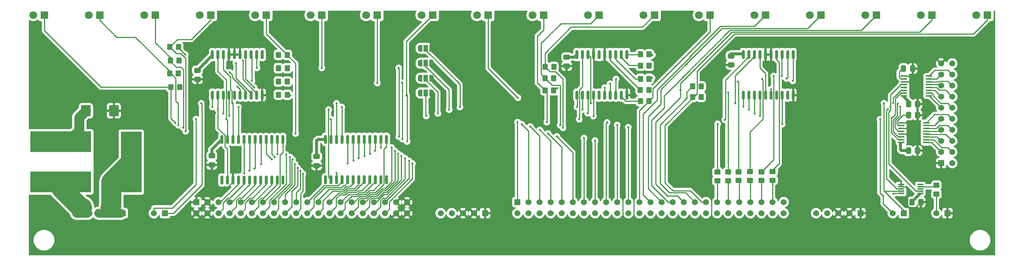
<source format=gtl>
G04 #@! TF.GenerationSoftware,KiCad,Pcbnew,(6.0.4-0)*
G04 #@! TF.CreationDate,2022-04-05T21:31:33-07:00*
G04 #@! TF.ProjectId,led-driver,6c65642d-6472-4697-9665-722e6b696361,rev?*
G04 #@! TF.SameCoordinates,Original*
G04 #@! TF.FileFunction,Copper,L1,Top*
G04 #@! TF.FilePolarity,Positive*
%FSLAX46Y46*%
G04 Gerber Fmt 4.6, Leading zero omitted, Abs format (unit mm)*
G04 Created by KiCad (PCBNEW (6.0.4-0)) date 2022-04-05 21:31:33*
%MOMM*%
%LPD*%
G01*
G04 APERTURE LIST*
G04 Aperture macros list*
%AMRoundRect*
0 Rectangle with rounded corners*
0 $1 Rounding radius*
0 $2 $3 $4 $5 $6 $7 $8 $9 X,Y pos of 4 corners*
0 Add a 4 corners polygon primitive as box body*
4,1,4,$2,$3,$4,$5,$6,$7,$8,$9,$2,$3,0*
0 Add four circle primitives for the rounded corners*
1,1,$1+$1,$2,$3*
1,1,$1+$1,$4,$5*
1,1,$1+$1,$6,$7*
1,1,$1+$1,$8,$9*
0 Add four rect primitives between the rounded corners*
20,1,$1+$1,$2,$3,$4,$5,0*
20,1,$1+$1,$4,$5,$6,$7,0*
20,1,$1+$1,$6,$7,$8,$9,0*
20,1,$1+$1,$8,$9,$2,$3,0*%
%AMFreePoly0*
4,1,22,0.550000,-0.750000,0.000000,-0.750000,0.000000,-0.745033,-0.079941,-0.743568,-0.215256,-0.701293,-0.333266,-0.622738,-0.424486,-0.514219,-0.481581,-0.384460,-0.499164,-0.250000,-0.500000,-0.250000,-0.500000,0.250000,-0.499164,0.250000,-0.499963,0.256109,-0.478152,0.396186,-0.417904,0.524511,-0.324060,0.630769,-0.204165,0.706417,-0.067858,0.745374,0.000000,0.744959,0.000000,0.750000,
0.550000,0.750000,0.550000,-0.750000,0.550000,-0.750000,$1*%
%AMFreePoly1*
4,1,20,0.000000,0.744959,0.073905,0.744508,0.209726,0.703889,0.328688,0.626782,0.421226,0.519385,0.479903,0.390333,0.500000,0.250000,0.500000,-0.250000,0.499851,-0.262216,0.476331,-0.402017,0.414519,-0.529596,0.319384,-0.634700,0.198574,-0.708877,0.061801,-0.746166,0.000000,-0.745033,0.000000,-0.750000,-0.550000,-0.750000,-0.550000,0.750000,0.000000,0.750000,0.000000,0.744959,
0.000000,0.744959,$1*%
G04 Aperture macros list end*
G04 #@! TA.AperFunction,SMDPad,CuDef*
%ADD10RoundRect,0.250000X-0.475000X0.337500X-0.475000X-0.337500X0.475000X-0.337500X0.475000X0.337500X0*%
G04 #@! TD*
G04 #@! TA.AperFunction,ComponentPad*
%ADD11R,1.800000X1.800000*%
G04 #@! TD*
G04 #@! TA.AperFunction,ComponentPad*
%ADD12C,1.800000*%
G04 #@! TD*
G04 #@! TA.AperFunction,ComponentPad*
%ADD13R,1.370000X1.370000*%
G04 #@! TD*
G04 #@! TA.AperFunction,ComponentPad*
%ADD14C,1.370000*%
G04 #@! TD*
G04 #@! TA.AperFunction,SMDPad,CuDef*
%ADD15FreePoly0,180.000000*%
G04 #@! TD*
G04 #@! TA.AperFunction,SMDPad,CuDef*
%ADD16R,1.000000X1.500000*%
G04 #@! TD*
G04 #@! TA.AperFunction,SMDPad,CuDef*
%ADD17FreePoly1,180.000000*%
G04 #@! TD*
G04 #@! TA.AperFunction,SMDPad,CuDef*
%ADD18RoundRect,0.250000X-0.350000X-0.450000X0.350000X-0.450000X0.350000X0.450000X-0.350000X0.450000X0*%
G04 #@! TD*
G04 #@! TA.AperFunction,SMDPad,CuDef*
%ADD19RoundRect,0.250000X0.350000X0.450000X-0.350000X0.450000X-0.350000X-0.450000X0.350000X-0.450000X0*%
G04 #@! TD*
G04 #@! TA.AperFunction,SMDPad,CuDef*
%ADD20RoundRect,0.250000X0.450000X-0.350000X0.450000X0.350000X-0.450000X0.350000X-0.450000X-0.350000X0*%
G04 #@! TD*
G04 #@! TA.AperFunction,SMDPad,CuDef*
%ADD21RoundRect,0.150000X0.150000X-0.875000X0.150000X0.875000X-0.150000X0.875000X-0.150000X-0.875000X0*%
G04 #@! TD*
G04 #@! TA.AperFunction,SMDPad,CuDef*
%ADD22R,4.750000X14.000000*%
G04 #@! TD*
G04 #@! TA.AperFunction,SMDPad,CuDef*
%ADD23RoundRect,0.250000X-0.337500X-0.475000X0.337500X-0.475000X0.337500X0.475000X-0.337500X0.475000X0*%
G04 #@! TD*
G04 #@! TA.AperFunction,SMDPad,CuDef*
%ADD24RoundRect,0.250000X-0.875000X-1.025000X0.875000X-1.025000X0.875000X1.025000X-0.875000X1.025000X0*%
G04 #@! TD*
G04 #@! TA.AperFunction,SMDPad,CuDef*
%ADD25RoundRect,0.100000X0.637500X0.100000X-0.637500X0.100000X-0.637500X-0.100000X0.637500X-0.100000X0*%
G04 #@! TD*
G04 #@! TA.AperFunction,SMDPad,CuDef*
%ADD26R,1.400000X0.300000*%
G04 #@! TD*
G04 #@! TA.AperFunction,SMDPad,CuDef*
%ADD27R,14.000000X4.750000*%
G04 #@! TD*
G04 #@! TA.AperFunction,ViaPad*
%ADD28C,0.508000*%
G04 #@! TD*
G04 #@! TA.AperFunction,Conductor*
%ADD29C,0.228600*%
G04 #@! TD*
G04 #@! TA.AperFunction,Conductor*
%ADD30C,0.635000*%
G04 #@! TD*
G04 #@! TA.AperFunction,Conductor*
%ADD31C,4.572000*%
G04 #@! TD*
G04 #@! TA.AperFunction,Conductor*
%ADD32C,2.286000*%
G04 #@! TD*
G04 #@! TA.AperFunction,Conductor*
%ADD33C,2.032000*%
G04 #@! TD*
G04 APERTURE END LIST*
D10*
X64516000Y-39602500D03*
X64516000Y-41677500D03*
X149050000Y-36554500D03*
X149050000Y-38629500D03*
X186690000Y-36300500D03*
X186690000Y-38375500D03*
D11*
X42164000Y-26924000D03*
D12*
X39624000Y-26924000D03*
D11*
X54864000Y-26924000D03*
D12*
X52324000Y-26924000D03*
D11*
X67564000Y-26924000D03*
D12*
X65024000Y-26924000D03*
D11*
X80264000Y-26924000D03*
D12*
X77724000Y-26924000D03*
D11*
X92964000Y-26924000D03*
D12*
X90424000Y-26924000D03*
D11*
X105664000Y-26924000D03*
D12*
X103124000Y-26924000D03*
D11*
X118364000Y-26924000D03*
D12*
X115824000Y-26924000D03*
D11*
X169164000Y-26924000D03*
D12*
X166624000Y-26924000D03*
D11*
X181864000Y-26924000D03*
D12*
X179324000Y-26924000D03*
D11*
X194564000Y-26924000D03*
D12*
X192024000Y-26924000D03*
D11*
X219964000Y-26924000D03*
D12*
X217424000Y-26924000D03*
D11*
X232664000Y-26924000D03*
D12*
X230124000Y-26924000D03*
D13*
X216306400Y-72390000D03*
D14*
X213766400Y-72390000D03*
X211226400Y-72390000D03*
X208686400Y-72390000D03*
X206146400Y-72390000D03*
D15*
X118100000Y-34542000D03*
D16*
X116800000Y-34542000D03*
D17*
X115500000Y-34542000D03*
D15*
X118100000Y-41400000D03*
D16*
X116800000Y-41400000D03*
D17*
X115500000Y-41400000D03*
D15*
X118100000Y-37971000D03*
D16*
X116800000Y-37971000D03*
D17*
X115500000Y-37971000D03*
D15*
X118100000Y-44800000D03*
D16*
X116800000Y-44800000D03*
D17*
X115500000Y-44800000D03*
D18*
X58150000Y-40350000D03*
X60150000Y-40350000D03*
X58200000Y-34250000D03*
X60200000Y-34250000D03*
D19*
X85074000Y-36068000D03*
X83074000Y-36068000D03*
X85074000Y-39116000D03*
X83074000Y-39116000D03*
X85074000Y-42164000D03*
X83074000Y-42164000D03*
X85058000Y-45212000D03*
X83058000Y-45212000D03*
D18*
X144084800Y-44196000D03*
X146084800Y-44196000D03*
X144084800Y-41402000D03*
X146084800Y-41402000D03*
X144100800Y-38811200D03*
X146100800Y-38811200D03*
D19*
X167928800Y-46685200D03*
X165928800Y-46685200D03*
X167928800Y-35915600D03*
X165928800Y-35915600D03*
X167928800Y-38557200D03*
X165928800Y-38557200D03*
X167928800Y-41554400D03*
X165928800Y-41554400D03*
X167878000Y-44145200D03*
X165878000Y-44145200D03*
D18*
X177850000Y-43300000D03*
X179850000Y-43300000D03*
X177850000Y-45700000D03*
X179850000Y-45700000D03*
D20*
X186000000Y-64950000D03*
X186000000Y-62950000D03*
X188350000Y-64900000D03*
X188350000Y-62900000D03*
X191050000Y-64850000D03*
X191050000Y-62850000D03*
X193650000Y-64900000D03*
X193650000Y-62900000D03*
D21*
X67945000Y-45290000D03*
X69215000Y-45290000D03*
X70485000Y-45290000D03*
X71755000Y-45290000D03*
X73025000Y-45290000D03*
X74295000Y-45290000D03*
X75565000Y-45290000D03*
X76835000Y-45290000D03*
X78105000Y-45290000D03*
X79375000Y-45290000D03*
X79375000Y-35990000D03*
X78105000Y-35990000D03*
X76835000Y-35990000D03*
X75565000Y-35990000D03*
X74295000Y-35990000D03*
X73025000Y-35990000D03*
X71755000Y-35990000D03*
X70485000Y-35990000D03*
X69215000Y-35990000D03*
X67945000Y-35990000D03*
X189484000Y-45290000D03*
X190754000Y-45290000D03*
X192024000Y-45290000D03*
X193294000Y-45290000D03*
X194564000Y-45290000D03*
X195834000Y-45290000D03*
X197104000Y-45290000D03*
X198374000Y-45290000D03*
X199644000Y-45290000D03*
X200914000Y-45290000D03*
X200914000Y-35990000D03*
X199644000Y-35990000D03*
X198374000Y-35990000D03*
X197104000Y-35990000D03*
X195834000Y-35990000D03*
X194564000Y-35990000D03*
X193294000Y-35990000D03*
X192024000Y-35990000D03*
X190754000Y-35990000D03*
X189484000Y-35990000D03*
D11*
X207264000Y-26924000D03*
D12*
X204724000Y-26924000D03*
D18*
X58420000Y-43434000D03*
X60420000Y-43434000D03*
X58300000Y-37350000D03*
X60300000Y-37350000D03*
D11*
X143764000Y-26924000D03*
D12*
X141224000Y-26924000D03*
D20*
X183550000Y-64950000D03*
X183550000Y-62950000D03*
D21*
X151384000Y-45290000D03*
X152654000Y-45290000D03*
X153924000Y-45290000D03*
X155194000Y-45290000D03*
X156464000Y-45290000D03*
X157734000Y-45290000D03*
X159004000Y-45290000D03*
X160274000Y-45290000D03*
X161544000Y-45290000D03*
X162814000Y-45290000D03*
X162814000Y-35990000D03*
X161544000Y-35990000D03*
X160274000Y-35990000D03*
X159004000Y-35990000D03*
X157734000Y-35990000D03*
X156464000Y-35990000D03*
X155194000Y-35990000D03*
X153924000Y-35990000D03*
X152654000Y-35990000D03*
X151384000Y-35990000D03*
D20*
X196200000Y-64850000D03*
X196200000Y-62850000D03*
D11*
X156464000Y-26924000D03*
D12*
X153924000Y-26924000D03*
D22*
X49375000Y-60675000D03*
X58625000Y-60675000D03*
D23*
X227312500Y-47350000D03*
X229387500Y-47350000D03*
D24*
X38975000Y-48900000D03*
X45375000Y-48900000D03*
D21*
X70095000Y-64780301D03*
X71365000Y-64780301D03*
X72635000Y-64780301D03*
X73905000Y-64780301D03*
X75175000Y-64780301D03*
X76445000Y-64780301D03*
X77715000Y-64780301D03*
X78985000Y-64780301D03*
X80255000Y-64780301D03*
X81525000Y-64780301D03*
X82795000Y-64780301D03*
X84065000Y-64780301D03*
X84065000Y-55480301D03*
X82795000Y-55480301D03*
X81525000Y-55480301D03*
X80255000Y-55480301D03*
X78985000Y-55480301D03*
X77715000Y-55480301D03*
X76445000Y-55480301D03*
X75175000Y-55480301D03*
X73905000Y-55480301D03*
X72635000Y-55480301D03*
X71365000Y-55480301D03*
X70095000Y-55480301D03*
D13*
X57099200Y-72390000D03*
D14*
X54559200Y-72390000D03*
D13*
X47380000Y-72390000D03*
D14*
X44840000Y-72390000D03*
X42300000Y-72390000D03*
X39760000Y-72390000D03*
X37220000Y-72390000D03*
D21*
X93815000Y-64734301D03*
X95085000Y-64734301D03*
X96355000Y-64734301D03*
X97625000Y-64734301D03*
X98895000Y-64734301D03*
X100165000Y-64734301D03*
X101435000Y-64734301D03*
X102705000Y-64734301D03*
X103975000Y-64734301D03*
X105245000Y-64734301D03*
X106515000Y-64734301D03*
X107785000Y-64734301D03*
X107785000Y-55434301D03*
X106515000Y-55434301D03*
X105245000Y-55434301D03*
X103975000Y-55434301D03*
X102705000Y-55434301D03*
X101435000Y-55434301D03*
X100165000Y-55434301D03*
X98895000Y-55434301D03*
X97625000Y-55434301D03*
X96355000Y-55434301D03*
X95085000Y-55434301D03*
X93815000Y-55434301D03*
D14*
X137769600Y-72390000D03*
D13*
X137769600Y-69850000D03*
D14*
X140309600Y-72390000D03*
X140309600Y-69850000D03*
X142849600Y-72390000D03*
X142849600Y-69850000D03*
X145389600Y-72390000D03*
X145389600Y-69850000D03*
X147929600Y-72390000D03*
X147929600Y-69850000D03*
X150469600Y-72390000D03*
X150469600Y-69850000D03*
X153009600Y-72390000D03*
X153009600Y-69850000D03*
X155549600Y-72390000D03*
X155549600Y-69850000D03*
X158089600Y-72390000D03*
X158089600Y-69850000D03*
X160629600Y-72390000D03*
X160629600Y-69850000D03*
X163169600Y-72390000D03*
X163169600Y-69850000D03*
X165709600Y-72390000D03*
X165709600Y-69850000D03*
X168249600Y-72390000D03*
X168249600Y-69850000D03*
X170789600Y-72390000D03*
X170789600Y-69850000D03*
X173329600Y-72390000D03*
X173329600Y-69850000D03*
X175869600Y-72390000D03*
X175869600Y-69850000D03*
X178409600Y-72390000D03*
X178409600Y-69850000D03*
X180949600Y-72390000D03*
X180949600Y-69850000D03*
X183489600Y-72390000D03*
X183489600Y-69850000D03*
X186029600Y-72390000D03*
X186029600Y-69850000D03*
X188569600Y-72390000D03*
X188569600Y-69850000D03*
X191109600Y-72390000D03*
X191109600Y-69850000D03*
X193649600Y-72390000D03*
X193649600Y-69850000D03*
X196189600Y-72390000D03*
X196189600Y-69850000D03*
X198729600Y-72390000D03*
X198729600Y-69850000D03*
D10*
X91800000Y-59376101D03*
X91800000Y-61451101D03*
D13*
X226263200Y-72390000D03*
D14*
X223723200Y-72390000D03*
D11*
X131064000Y-26924000D03*
D12*
X128524000Y-26924000D03*
D13*
X234782500Y-60887500D03*
D14*
X237322500Y-60887500D03*
X234782500Y-58347500D03*
X237322500Y-58347500D03*
X234782500Y-55807500D03*
X237322500Y-55807500D03*
X234782500Y-53267500D03*
X237322500Y-53267500D03*
X234782500Y-50727500D03*
X237322500Y-50727500D03*
X234782500Y-48187500D03*
X237322500Y-48187500D03*
X234782500Y-45647500D03*
X237322500Y-45647500D03*
X234782500Y-43107500D03*
X237322500Y-43107500D03*
X234782500Y-40567500D03*
X237322500Y-40567500D03*
X234782500Y-38027500D03*
X237322500Y-38027500D03*
D25*
X231962500Y-45475000D03*
X231962500Y-44825000D03*
X231962500Y-44175000D03*
X231962500Y-43525000D03*
X231962500Y-42875000D03*
X231962500Y-42225000D03*
X231962500Y-41575000D03*
X231962500Y-40925000D03*
X226237500Y-40925000D03*
X226237500Y-41575000D03*
X226237500Y-42225000D03*
X226237500Y-42875000D03*
X226237500Y-43525000D03*
X226237500Y-44175000D03*
X226237500Y-44825000D03*
X226237500Y-45475000D03*
D23*
X227312500Y-49875000D03*
X229387500Y-49875000D03*
D13*
X236220000Y-72390000D03*
D14*
X233680000Y-72390000D03*
D11*
X245364000Y-26924000D03*
D12*
X242824000Y-26924000D03*
D13*
X64257500Y-69882500D03*
D14*
X64257500Y-72422500D03*
X66797500Y-69882500D03*
X66797500Y-72422500D03*
X69337500Y-69882500D03*
X69337500Y-72422500D03*
X71877500Y-69882500D03*
X71877500Y-72422500D03*
X74417500Y-69882500D03*
X74417500Y-72422500D03*
X76957500Y-69882500D03*
X76957500Y-72422500D03*
X79497500Y-69882500D03*
X79497500Y-72422500D03*
X82037500Y-69882500D03*
X82037500Y-72422500D03*
X84577500Y-69882500D03*
X84577500Y-72422500D03*
X87117500Y-69882500D03*
X87117500Y-72422500D03*
X89657500Y-69882500D03*
X89657500Y-72422500D03*
X92197500Y-69882500D03*
X92197500Y-72422500D03*
X94737500Y-69882500D03*
X94737500Y-72422500D03*
X97277500Y-69882500D03*
X97277500Y-72422500D03*
X99817500Y-69882500D03*
X99817500Y-72422500D03*
X102357500Y-69882500D03*
X102357500Y-72422500D03*
X104897500Y-69882500D03*
X104897500Y-72422500D03*
X107437500Y-69882500D03*
X107437500Y-72422500D03*
X109977500Y-69882500D03*
X109977500Y-72422500D03*
X112517500Y-69882500D03*
X112517500Y-72422500D03*
D23*
X226162500Y-39200000D03*
X228237500Y-39200000D03*
D11*
X29464000Y-26924000D03*
D12*
X26924000Y-26924000D03*
D20*
X233700000Y-68000000D03*
X233700000Y-66000000D03*
D10*
X67800000Y-59237500D03*
X67800000Y-61312500D03*
D23*
X227312500Y-58050000D03*
X229387500Y-58050000D03*
D26*
X230030000Y-67825000D03*
X230030000Y-67325000D03*
X230030000Y-66825000D03*
X230030000Y-66325000D03*
X230030000Y-65825000D03*
X225630000Y-65825000D03*
X225630000Y-66325000D03*
X225630000Y-66825000D03*
X225630000Y-67325000D03*
X225630000Y-67825000D03*
D27*
X33225000Y-65250000D03*
X33225000Y-56000000D03*
D13*
X130352800Y-72390000D03*
D14*
X127812800Y-72390000D03*
X125272800Y-72390000D03*
X122732800Y-72390000D03*
X120192800Y-72390000D03*
D23*
X228062500Y-69850000D03*
X230137500Y-69850000D03*
D25*
X231362500Y-56175000D03*
X231362500Y-55525000D03*
X231362500Y-54875000D03*
X231362500Y-54225000D03*
X231362500Y-53575000D03*
X231362500Y-52925000D03*
X231362500Y-52275000D03*
X231362500Y-51625000D03*
X225637500Y-51625000D03*
X225637500Y-52275000D03*
X225637500Y-52925000D03*
X225637500Y-53575000D03*
X225637500Y-54225000D03*
X225637500Y-54875000D03*
X225637500Y-55525000D03*
X225637500Y-56175000D03*
D28*
X36830000Y-57150000D03*
X34290000Y-57150000D03*
X31750000Y-57150000D03*
X29210000Y-57150000D03*
X221700000Y-47150000D03*
X223759570Y-47126281D03*
X224878711Y-47224925D03*
X65400000Y-47200000D03*
X154575000Y-47200000D03*
X72550000Y-47200000D03*
X96375000Y-47200000D03*
X187600000Y-47150000D03*
X220775000Y-50850000D03*
X221525000Y-68460238D03*
X223875113Y-67948648D03*
X151925000Y-50850000D03*
X95038980Y-50799139D03*
X71125000Y-50850000D03*
X223425000Y-50500000D03*
X64200000Y-50800000D03*
X185250000Y-50950000D03*
X59425000Y-51625000D03*
X137800000Y-51500000D03*
X138800000Y-52000000D03*
X60156339Y-52208292D03*
X140700000Y-52500000D03*
X61200000Y-52731911D03*
X142900000Y-53300000D03*
X61800000Y-53600000D03*
X144800000Y-54100000D03*
X87000000Y-54100000D03*
X85344000Y-39116000D03*
X146800000Y-54800000D03*
X93000000Y-39050000D03*
X110600000Y-39050000D03*
X110625000Y-54800000D03*
X111450000Y-55375000D03*
X153025000Y-55150000D03*
X105700000Y-42500000D03*
X111375000Y-42475000D03*
X85344000Y-42164000D03*
X112500000Y-55934570D03*
X112325000Y-45400000D03*
X85775000Y-45400000D03*
X155549600Y-55700400D03*
X144500000Y-51500000D03*
X158300000Y-51600000D03*
X160600000Y-52140430D03*
X147600000Y-52200000D03*
X163160640Y-52660640D03*
X148200000Y-52800000D03*
X177465524Y-36343124D03*
X168656000Y-36068000D03*
X168100000Y-38200000D03*
X176500000Y-38200000D03*
X168554400Y-41351200D03*
X175666400Y-41148000D03*
X168245295Y-43688578D03*
X175125000Y-44100000D03*
X176565599Y-46015599D03*
X137875000Y-45900000D03*
X60600000Y-43500000D03*
X73700000Y-43400000D03*
X60182000Y-39878000D03*
X71884570Y-40046751D03*
X73334347Y-37983516D03*
X60700000Y-37400000D03*
X61750000Y-36025000D03*
X74900590Y-37350590D03*
X79375000Y-35990000D03*
X82700000Y-36100000D03*
X83000000Y-39100000D03*
X78150000Y-39050000D03*
X77000000Y-42000000D03*
X82900000Y-42100000D03*
X77500000Y-43500000D03*
X82800000Y-45300000D03*
X146926870Y-43688000D03*
X157734000Y-43586400D03*
X146084800Y-41402000D03*
X159004000Y-42672000D03*
X160324800Y-41605200D03*
X146151600Y-39217600D03*
X195834000Y-43942000D03*
X180225000Y-43300000D03*
X180150000Y-45500000D03*
X197104000Y-45290000D03*
X198400000Y-51950000D03*
X183633200Y-51883200D03*
X186000000Y-44700000D03*
X199644000Y-45290000D03*
X200800000Y-42000000D03*
X188240430Y-42183734D03*
X199400000Y-41500000D03*
X193800000Y-41600000D03*
X196450000Y-40900000D03*
X198300000Y-40900000D03*
X156450000Y-44875000D03*
X93815000Y-55434301D03*
X151384000Y-35990000D03*
X115475000Y-38000000D03*
X70095000Y-55480301D03*
X115550000Y-41475000D03*
X228062500Y-69850000D03*
X115575000Y-44900000D03*
X96325000Y-63175000D03*
X73050000Y-45300000D03*
X227312500Y-47350000D03*
X189484000Y-35840430D03*
X67945000Y-35990000D03*
X30480000Y-55880000D03*
X156475000Y-36000000D03*
X35560000Y-55880000D03*
X149095500Y-36554500D03*
X226475000Y-43525000D03*
X91800000Y-59376101D03*
X186699500Y-35840430D03*
X115550000Y-34575000D03*
X227312500Y-58050000D03*
X33020000Y-55880000D03*
X193294000Y-35840430D03*
X27940000Y-55880000D03*
X38100000Y-55880000D03*
X164800000Y-52100000D03*
X56300000Y-49400000D03*
X84050000Y-64284301D03*
X63550000Y-49400000D03*
X173600000Y-52100000D03*
X68600000Y-49400000D03*
X92350000Y-64284301D03*
X107850000Y-64284301D03*
X115650000Y-64284301D03*
X151430020Y-47992152D03*
X73894000Y-48006000D03*
X225400000Y-47900000D03*
X189475000Y-47925000D03*
X223200000Y-47900000D03*
X97556000Y-48006000D03*
X124606000Y-48006000D03*
X67945000Y-48005230D03*
X153870878Y-49476878D03*
X70408800Y-49530000D03*
X192115568Y-49545368D03*
X119550000Y-49500000D03*
X122134571Y-48634571D03*
X222562770Y-48551722D03*
X152640800Y-48578000D03*
X94540429Y-48634571D03*
X190766200Y-48578000D03*
X69189600Y-48565570D03*
X155159570Y-50104938D03*
X116901250Y-50087230D03*
X193260974Y-50010974D03*
X71800000Y-50087230D03*
X106525000Y-57325000D03*
X108975000Y-57300000D03*
X109700000Y-58125000D03*
X105175000Y-58100000D03*
X110425000Y-58740430D03*
X104046948Y-58740430D03*
X111200000Y-59240430D03*
X102750000Y-59240430D03*
X112025000Y-59800000D03*
X101475000Y-59750000D03*
X112975000Y-60400000D03*
X100250000Y-60325000D03*
X113725000Y-61000000D03*
X98925000Y-61000000D03*
X75200000Y-63284301D03*
X88625000Y-63350000D03*
X76400000Y-62684301D03*
X88025000Y-62675000D03*
X87425000Y-62000000D03*
X77600000Y-62124731D03*
X79050000Y-61150000D03*
X86825000Y-61125000D03*
X81561245Y-60071531D03*
X86275000Y-60075000D03*
X85725000Y-59515430D03*
X82225000Y-59500000D03*
X84800000Y-58955860D03*
X82852199Y-58835408D03*
D29*
X225630000Y-66325000D02*
X226591162Y-66325000D01*
X226591162Y-66325000D02*
X227050000Y-66783838D01*
X227475000Y-71050000D02*
X228937500Y-71050000D01*
X227050000Y-66783838D02*
X227050000Y-70625000D01*
X227050000Y-70625000D02*
X227475000Y-71050000D01*
X228937500Y-71050000D02*
X230137500Y-69850000D01*
X223334767Y-50665233D02*
X223425000Y-50575000D01*
X223425000Y-50575000D02*
X223425000Y-50500000D01*
X196200000Y-62500000D02*
X197709590Y-60990410D01*
X197709590Y-37784590D02*
X197104000Y-37179000D01*
X197104000Y-37179000D02*
X197104000Y-35990000D01*
X197709590Y-60990410D02*
X197709590Y-37784590D01*
X194564000Y-44918582D02*
X194564000Y-40335200D01*
X194564000Y-40335200D02*
X193294000Y-39065200D01*
X193294000Y-39065200D02*
X193294000Y-35840430D01*
X222800000Y-61056162D02*
X222800000Y-49105846D01*
X229068838Y-67325000D02*
X222800000Y-61056162D01*
X224668838Y-66825000D02*
X222294159Y-64450321D01*
X223200000Y-48705846D02*
X223200000Y-47900000D01*
X225630000Y-66825000D02*
X224668838Y-66825000D01*
X222800000Y-49105846D02*
X223200000Y-48705846D01*
X222294159Y-64450321D02*
X222294159Y-48820333D01*
X222294159Y-48820333D02*
X222562770Y-48551722D01*
X230030000Y-67325000D02*
X229068838Y-67325000D01*
X61800000Y-53600000D02*
X61800000Y-36866354D01*
X61800000Y-36866354D02*
X61190429Y-36256783D01*
X61190429Y-36256783D02*
X61190429Y-36231783D01*
X61190429Y-36231783D02*
X60708646Y-35750000D01*
X60708646Y-35750000D02*
X59700000Y-35750000D01*
X59700000Y-35750000D02*
X58200000Y-34250000D01*
D30*
X227312500Y-47350000D02*
X227312500Y-46737500D01*
X227312500Y-46737500D02*
X226250000Y-45675000D01*
D29*
X168249600Y-69850000D02*
X166550000Y-68150400D01*
X166550000Y-68150400D02*
X166550000Y-49600000D01*
X168459210Y-47690790D02*
X168508932Y-47690790D01*
X166550000Y-49600000D02*
X168459210Y-47690790D01*
X168508932Y-47690790D02*
X169750000Y-46449722D01*
X169750000Y-46449722D02*
X169750000Y-44125000D01*
X177465524Y-36425828D02*
X177465524Y-36343124D01*
X169750000Y-44125000D02*
X170175000Y-43700000D01*
X170191352Y-43700000D02*
X177465524Y-36425828D01*
X170175000Y-43700000D02*
X170191352Y-43700000D01*
X170789600Y-69850000D02*
X167700000Y-66760400D01*
X167700000Y-66760400D02*
X167700000Y-50225000D01*
X167700000Y-50225000D02*
X170575000Y-47350000D01*
X170575000Y-47350000D02*
X170575000Y-44025000D01*
X170575000Y-44025000D02*
X176700000Y-37900000D01*
X178409600Y-69850000D02*
X176259600Y-67700000D01*
X176259600Y-67700000D02*
X172581198Y-67700000D01*
X172581198Y-67700000D02*
X170400000Y-65518802D01*
X170400000Y-65518802D02*
X170400000Y-52181198D01*
X170400000Y-52181198D02*
X176565599Y-46015599D01*
X58474477Y-40350000D02*
X59511387Y-41386910D01*
X59511387Y-41386910D02*
X59511387Y-46661415D01*
X59511387Y-46661415D02*
X60150000Y-47300028D01*
X60150000Y-47300028D02*
X60150000Y-52201953D01*
X60150000Y-52201953D02*
X60156339Y-52208292D01*
X81525000Y-55480301D02*
X81525000Y-58800000D01*
X81525000Y-58800000D02*
X82225000Y-59500000D01*
X58420000Y-43434000D02*
X58420000Y-50620000D01*
X58420000Y-50620000D02*
X59425000Y-51625000D01*
X69215000Y-35990000D02*
X69215000Y-39858801D01*
X71125000Y-41768801D02*
X71125000Y-50850000D01*
X69215000Y-39858801D02*
X71125000Y-41768801D01*
X71365000Y-55480301D02*
X71365000Y-51090000D01*
X71365000Y-51090000D02*
X71125000Y-50850000D01*
X73700000Y-43400000D02*
X74295000Y-43995000D01*
X74295000Y-43995000D02*
X74295000Y-45290000D01*
X78105000Y-35990000D02*
X78105000Y-39005000D01*
X78105000Y-39005000D02*
X78150000Y-39050000D01*
X73905000Y-64780301D02*
X73905000Y-65695000D01*
X73905000Y-65695000D02*
X69717500Y-69882500D01*
X69717500Y-69882500D02*
X69337500Y-69882500D01*
X69337500Y-72422500D02*
X70328081Y-71431919D01*
X75175000Y-65625000D02*
X75175000Y-64780301D01*
X70328081Y-71431919D02*
X70328081Y-70031025D01*
X70328081Y-70031025D02*
X71467187Y-68891919D01*
X71467187Y-68891919D02*
X71908081Y-68891919D01*
X71908081Y-68891919D02*
X75175000Y-65625000D01*
X71877500Y-69882500D02*
X72342500Y-69882500D01*
X72342500Y-69882500D02*
X76445000Y-65780000D01*
X76445000Y-65780000D02*
X76445000Y-64780301D01*
X71877500Y-72422500D02*
X73426919Y-70873081D01*
X73426919Y-69472187D02*
X74007187Y-68891919D01*
X73426919Y-70873081D02*
X73426919Y-69472187D01*
X77715000Y-65835000D02*
X77715000Y-64780301D01*
X74658081Y-68891919D02*
X77715000Y-65835000D01*
X74007187Y-68891919D02*
X74658081Y-68891919D01*
X74417500Y-69882500D02*
X74892500Y-69882500D01*
X78985000Y-65790000D02*
X78985000Y-64780301D01*
X74892500Y-69882500D02*
X78985000Y-65790000D01*
X75408081Y-71431919D02*
X75408081Y-70031025D01*
X75408081Y-70031025D02*
X76547187Y-68891919D01*
X74417500Y-72422500D02*
X75408081Y-71431919D01*
X77108081Y-68891919D02*
X80255000Y-65745000D01*
X76547187Y-68891919D02*
X77108081Y-68891919D01*
X80255000Y-65745000D02*
X80255000Y-64780301D01*
X76957500Y-69882500D02*
X77417500Y-69882500D01*
X77417500Y-69882500D02*
X81525000Y-65775000D01*
X81525000Y-65775000D02*
X81525000Y-64780301D01*
X79497500Y-69882500D02*
X79717500Y-69882500D01*
X83400590Y-59078445D02*
X84065000Y-58414035D01*
X79717500Y-69882500D02*
X83400590Y-66199410D01*
X83400590Y-66199410D02*
X83400590Y-59078445D01*
X84065000Y-58414035D02*
X84065000Y-55480301D01*
X76957500Y-72422500D02*
X78506919Y-70873081D01*
X78506919Y-70873081D02*
X78506919Y-69472187D01*
X79087187Y-68891919D02*
X79608081Y-68891919D01*
X78506919Y-69472187D02*
X79087187Y-68891919D01*
X79608081Y-68891919D02*
X82795000Y-65705000D01*
X82795000Y-65705000D02*
X82795000Y-64780301D01*
X72635000Y-64780301D02*
X72635000Y-65179602D01*
X72635000Y-65179602D02*
X70889602Y-66925000D01*
X70889602Y-66925000D02*
X69700000Y-66925000D01*
X69700000Y-66925000D02*
X67800000Y-65025000D01*
X67800000Y-65025000D02*
X67800000Y-61312500D01*
X77715000Y-55480301D02*
X77715000Y-62009731D01*
X77715000Y-62009731D02*
X77600000Y-62124731D01*
X100362805Y-69882500D02*
X101773267Y-68472038D01*
X107179410Y-65745590D02*
X107179410Y-57645590D01*
X103125663Y-68472038D02*
X103965427Y-67632276D01*
X103965427Y-67632276D02*
X105273718Y-67632276D01*
X106624405Y-66300595D02*
X107179410Y-65745590D01*
X105273718Y-67632276D02*
X106605399Y-66300595D01*
X101773267Y-68472038D02*
X103125663Y-68472038D01*
X106605399Y-66300595D02*
X106624405Y-66300595D01*
X107179410Y-57645590D02*
X107785000Y-57040000D01*
X107785000Y-57040000D02*
X107785000Y-55434301D01*
X223875113Y-67948648D02*
X223998761Y-67825000D01*
X223998761Y-67825000D02*
X225630000Y-67825000D01*
X231962500Y-44825000D02*
X232623590Y-44825000D01*
X234671919Y-47196919D02*
X236331919Y-47196919D01*
X232623590Y-44825000D02*
X233005590Y-45207000D01*
X233005590Y-45207000D02*
X233005590Y-45530590D01*
X233005590Y-45530590D02*
X234671919Y-47196919D01*
X236331919Y-47196919D02*
X237322500Y-48187500D01*
X231962500Y-42225000D02*
X234264106Y-42225000D01*
X234372187Y-42116919D02*
X236331919Y-42116919D01*
X234264106Y-42225000D02*
X234372187Y-42116919D01*
X236331919Y-42116919D02*
X237322500Y-43107500D01*
D31*
X44650000Y-71000000D02*
X44830000Y-70820000D01*
X44830000Y-70820000D02*
X44830000Y-65220000D01*
X44830000Y-65220000D02*
X49375000Y-60675000D01*
D29*
X192024000Y-36389301D02*
X187600000Y-40813301D01*
X224976410Y-54875000D02*
X223754639Y-53653229D01*
X225576410Y-44175000D02*
X223759570Y-45991840D01*
X72635000Y-47285000D02*
X72550000Y-47200000D01*
X221775000Y-67325000D02*
X221671078Y-67221078D01*
X223754639Y-53653229D02*
X223754639Y-51009155D01*
X221671078Y-47178922D02*
X221671078Y-67221078D01*
X72400000Y-47050000D02*
X72550000Y-47200000D01*
X70485000Y-39485000D02*
X72050000Y-41050000D01*
X72050000Y-41050000D02*
X72050000Y-43915699D01*
X226263200Y-71813200D02*
X226263200Y-72390000D01*
X154529590Y-36595590D02*
X154529590Y-47154590D01*
X224739022Y-50024772D02*
X224739022Y-47364614D01*
X221775000Y-67325000D02*
X225630000Y-67325000D01*
X65525000Y-65925000D02*
X65525000Y-47325000D01*
X223759570Y-45991840D02*
X223759570Y-47126281D01*
X65525000Y-47325000D02*
X65400000Y-47200000D01*
X153924000Y-35990000D02*
X154529590Y-36595590D01*
X96355000Y-47220000D02*
X96375000Y-47200000D01*
X225637500Y-54875000D02*
X224976410Y-54875000D01*
X70485000Y-35990000D02*
X70485000Y-39485000D01*
X59060000Y-72390000D02*
X65525000Y-65925000D01*
X223754639Y-51009155D02*
X224739022Y-50024772D01*
X72400000Y-44265699D02*
X72400000Y-47050000D01*
X154529590Y-47154590D02*
X154575000Y-47200000D01*
X72635000Y-55480301D02*
X72635000Y-47285000D01*
X57099200Y-72390000D02*
X59060000Y-72390000D01*
X72050000Y-43915699D02*
X72400000Y-44265699D01*
X221700000Y-47150000D02*
X221671078Y-47178922D01*
X187600000Y-40813301D02*
X187600000Y-47150000D01*
X224739022Y-47364614D02*
X224878711Y-47224925D01*
X221671078Y-67221078D02*
X226263200Y-71813200D01*
X96355000Y-55434301D02*
X96355000Y-47220000D01*
X226237500Y-44175000D02*
X225576410Y-44175000D01*
X223334767Y-50665233D02*
X223334767Y-53883357D01*
X220775000Y-50850000D02*
X220775000Y-67710238D01*
X225576410Y-44825000D02*
X224319141Y-46082269D01*
X95085000Y-50845159D02*
X95038980Y-50799139D01*
X226237500Y-44825000D02*
X225576410Y-44825000D01*
X185400000Y-41812398D02*
X185400000Y-50800000D01*
X223334767Y-53883357D02*
X224976410Y-55525000D01*
X152654000Y-35990000D02*
X152654000Y-43346000D01*
X151989590Y-44226289D02*
X151989590Y-50785410D01*
X224319141Y-49680859D02*
X223334767Y-50665233D01*
X224976410Y-55525000D02*
X225637500Y-55525000D01*
X54559200Y-71196219D02*
X58778781Y-71196219D01*
X151881650Y-44118350D02*
X151989590Y-44226289D01*
X64200000Y-65775000D02*
X64200000Y-50800000D01*
X185400000Y-50800000D02*
X185250000Y-50950000D01*
X58778781Y-71196219D02*
X64200000Y-65775000D01*
X54559200Y-72390000D02*
X54559200Y-71196219D01*
X152654000Y-43346000D02*
X151881650Y-44118350D01*
X221525000Y-70191800D02*
X221525000Y-68460238D01*
X95085000Y-55434301D02*
X95085000Y-50845159D01*
X190754000Y-36458398D02*
X185400000Y-41812398D01*
X223723200Y-72390000D02*
X221525000Y-70191800D01*
X151989590Y-50785410D02*
X151925000Y-50850000D01*
X220775000Y-67710238D02*
X221525000Y-68460238D01*
X224319141Y-46082269D02*
X224319141Y-49680859D01*
X225194410Y-41193000D02*
X225194410Y-39905590D01*
X225576410Y-41575000D02*
X225194410Y-41193000D01*
X225900000Y-39200000D02*
X225194410Y-39905590D01*
X226237500Y-41575000D02*
X225576410Y-41575000D01*
X226076410Y-49875000D02*
X227312500Y-49875000D01*
X225637500Y-52275000D02*
X224976410Y-52275000D01*
X224594410Y-51357000D02*
X226076410Y-49875000D01*
X224594410Y-51893000D02*
X224594410Y-51357000D01*
X224976410Y-52275000D02*
X224594410Y-51893000D01*
X137769600Y-69850000D02*
X137769600Y-51530400D01*
X29464000Y-30464000D02*
X42434000Y-43434000D01*
X42434000Y-43434000D02*
X58420000Y-43434000D01*
X29464000Y-26924000D02*
X29464000Y-30464000D01*
X137769600Y-51530400D02*
X137800000Y-51500000D01*
X42164000Y-28164000D02*
X42164000Y-26924000D01*
X50304000Y-32000000D02*
X46000000Y-32000000D01*
X140309600Y-69850000D02*
X140309600Y-53509600D01*
X140309600Y-53509600D02*
X138800000Y-52000000D01*
X46000000Y-32000000D02*
X42164000Y-28164000D01*
X58150000Y-39846000D02*
X50304000Y-32000000D01*
X58300000Y-36694000D02*
X54864000Y-33258000D01*
X142849600Y-69850000D02*
X142849600Y-54649600D01*
X58465722Y-37665722D02*
X59672410Y-38872410D01*
X54864000Y-33258000D02*
X54864000Y-26924000D01*
X59672410Y-38872410D02*
X60762132Y-38872410D01*
X61325590Y-52606321D02*
X61200000Y-52731911D01*
X60762132Y-38872410D02*
X61325590Y-39435868D01*
X61325590Y-39435868D02*
X61325590Y-52606321D01*
X58300000Y-37350000D02*
X58300000Y-36694000D01*
X142849600Y-54649600D02*
X140700000Y-52500000D01*
X59927590Y-32522410D02*
X58200000Y-34250000D01*
X145389600Y-69850000D02*
X145389600Y-55789600D01*
X67564000Y-26924000D02*
X67564000Y-28052600D01*
X67564000Y-28052600D02*
X63094190Y-32522410D01*
X145389600Y-55789600D02*
X142900000Y-53300000D01*
X63094190Y-32522410D02*
X59927590Y-32522410D01*
X87000000Y-37994000D02*
X85074000Y-36068000D01*
X147929600Y-69850000D02*
X147929600Y-57229600D01*
X80264000Y-26924000D02*
X80264000Y-31258000D01*
X147929600Y-57229600D02*
X144800000Y-54100000D01*
X87000000Y-54100000D02*
X87000000Y-37994000D01*
X80264000Y-31258000D02*
X85074000Y-36068000D01*
X150469600Y-58469600D02*
X146800000Y-54800000D01*
X150469600Y-69850000D02*
X150469600Y-58469600D01*
X92964000Y-39014000D02*
X93000000Y-39050000D01*
X110625000Y-39075000D02*
X110600000Y-39050000D01*
X92964000Y-26924000D02*
X92964000Y-39014000D01*
X110625000Y-54800000D02*
X110625000Y-39075000D01*
X153009600Y-69850000D02*
X153009600Y-55165400D01*
X153009600Y-55165400D02*
X153025000Y-55150000D01*
X111450000Y-42550000D02*
X111375000Y-42475000D01*
X105664000Y-42464000D02*
X105700000Y-42500000D01*
X111450000Y-55375000D02*
X111450000Y-42550000D01*
X105664000Y-26924000D02*
X105664000Y-42464000D01*
X112325000Y-45400000D02*
X112325000Y-45025000D01*
X112325000Y-45025000D02*
X112325000Y-32963000D01*
X112325000Y-45025000D02*
X112500000Y-45200000D01*
X85058000Y-45212000D02*
X85587000Y-45212000D01*
X112500000Y-45200000D02*
X112500000Y-55934570D01*
X155549600Y-69850000D02*
X155549600Y-55700400D01*
X112325000Y-32963000D02*
X118364000Y-26924000D01*
X85587000Y-45212000D02*
X85775000Y-45400000D01*
X142325000Y-31775000D02*
X142325000Y-42436200D01*
X143764000Y-30336000D02*
X142325000Y-31775000D01*
X144550000Y-44661200D02*
X144550000Y-51450000D01*
X158089600Y-69850000D02*
X158089600Y-51810400D01*
X143764000Y-26924000D02*
X143764000Y-30336000D01*
X158089600Y-51810400D02*
X158300000Y-51600000D01*
X144550000Y-51450000D02*
X144500000Y-51500000D01*
X142325000Y-42436200D02*
X144084800Y-44196000D01*
X156464000Y-26924000D02*
X154533600Y-28854400D01*
X160629600Y-69850000D02*
X160629600Y-52170030D01*
X147726400Y-28854400D02*
X143195210Y-33385590D01*
X154533600Y-28854400D02*
X147726400Y-28854400D01*
X147550000Y-43025000D02*
X147600000Y-43075000D01*
X144084800Y-41402000D02*
X145707800Y-43025000D01*
X143195210Y-33385590D02*
X143195210Y-40495210D01*
X160629600Y-52170030D02*
X160600000Y-52140430D01*
X147600000Y-43075000D02*
X147600000Y-52200000D01*
X143195210Y-40495210D02*
X144100000Y-41400000D01*
X145707800Y-43025000D02*
X147550000Y-43025000D01*
X169164000Y-26924000D02*
X166407319Y-29680681D01*
X146475000Y-39900000D02*
X148200000Y-41625000D01*
X150049719Y-29680681D02*
X144100800Y-35629600D01*
X144100800Y-38811200D02*
X145189600Y-39900000D01*
X163169600Y-69850000D02*
X163169600Y-52669600D01*
X144100800Y-35629600D02*
X144100800Y-38811200D01*
X145189600Y-39900000D02*
X146475000Y-39900000D01*
X163169600Y-52669600D02*
X163160640Y-52660640D01*
X148200000Y-41625000D02*
X148200000Y-52800000D01*
X166407319Y-29680681D02*
X150049719Y-29680681D01*
X168783590Y-43841410D02*
X168783590Y-45830410D01*
X181864000Y-30761000D02*
X168783590Y-43841410D01*
X168783590Y-45830410D02*
X167928800Y-46685200D01*
X165709600Y-48904400D02*
X167928800Y-46685200D01*
X165709600Y-69850000D02*
X165709600Y-48904400D01*
X181864000Y-26924000D02*
X181864000Y-30761000D01*
X191988000Y-29500000D02*
X184243802Y-29500000D01*
X184243802Y-29500000D02*
X177546000Y-36197802D01*
X177546000Y-36262648D02*
X177465524Y-36343124D01*
X177546000Y-36197802D02*
X177546000Y-36262648D01*
X194564000Y-26924000D02*
X191988000Y-29500000D01*
X168503600Y-35915600D02*
X168656000Y-36068000D01*
X167928800Y-35915600D02*
X168503600Y-35915600D01*
X176500000Y-38100000D02*
X176500000Y-38200000D01*
X204188000Y-30000000D02*
X184600000Y-30000000D01*
X207264000Y-26924000D02*
X204188000Y-30000000D01*
X184600000Y-30000000D02*
X176700000Y-37900000D01*
X176700000Y-37900000D02*
X176500000Y-38100000D01*
X173329600Y-69850000D02*
X172300000Y-69850000D01*
X168132000Y-41351200D02*
X168554400Y-41351200D01*
X216468110Y-30419890D02*
X186394510Y-30419890D01*
X168500000Y-66050000D02*
X168500000Y-51075000D01*
X171350000Y-45464400D02*
X176019700Y-40794700D01*
X176019700Y-40794700D02*
X175666400Y-41148000D01*
X219964000Y-26924000D02*
X216468110Y-30419890D01*
X186394510Y-30419890D02*
X176019700Y-40794700D01*
X172300000Y-69850000D02*
X168500000Y-66050000D01*
X171350000Y-48225000D02*
X171350000Y-45464400D01*
X168500000Y-51075000D02*
X171350000Y-48225000D01*
X169425000Y-65675000D02*
X169425000Y-51500000D01*
X229876829Y-30839771D02*
X207025771Y-30839771D01*
X207025771Y-30839771D02*
X207025762Y-30839780D01*
X175125000Y-45800000D02*
X175125000Y-44100000D01*
X186866418Y-30839780D02*
X175125000Y-42581198D01*
X232664000Y-26924000D02*
X232664000Y-28052600D01*
X172150000Y-68400000D02*
X169425000Y-65675000D01*
X175125000Y-42581198D02*
X175125000Y-44100000D01*
X175869600Y-69844600D02*
X174425000Y-68400000D01*
X169425000Y-51500000D02*
X175125000Y-45800000D01*
X232664000Y-28052600D02*
X229876829Y-30839771D01*
X207025762Y-30839780D02*
X186866418Y-30839780D01*
X174425000Y-68400000D02*
X172150000Y-68400000D01*
X131064000Y-26924000D02*
X131064000Y-39089000D01*
X176565599Y-44584401D02*
X176565599Y-46015599D01*
X131064000Y-39089000D02*
X137875000Y-45900000D01*
X177850000Y-43300000D02*
X176565599Y-44584401D01*
X171575000Y-52275000D02*
X171575000Y-65425000D01*
X245364000Y-28052600D02*
X242156948Y-31259652D01*
X216040339Y-31259661D02*
X187440339Y-31259661D01*
X177350745Y-67219881D02*
X179980864Y-69850000D01*
X187440339Y-31259661D02*
X178900000Y-39800000D01*
X178900000Y-44950000D02*
X171575000Y-52275000D01*
X242156948Y-31259652D02*
X216040348Y-31259652D01*
X178900000Y-39800000D02*
X178900000Y-44950000D01*
X245364000Y-26924000D02*
X245364000Y-28052600D01*
X216040348Y-31259652D02*
X216040339Y-31259661D01*
X173369881Y-67219881D02*
X177350745Y-67219881D01*
X179980864Y-69850000D02*
X180949600Y-69850000D01*
X171575000Y-65425000D02*
X173369881Y-67219881D01*
X183550000Y-69789600D02*
X183550000Y-64950000D01*
X186000000Y-69820400D02*
X186000000Y-64950000D01*
X188569600Y-65119600D02*
X188569600Y-69850000D01*
X191109600Y-69850000D02*
X191109600Y-64909600D01*
X193650000Y-69849600D02*
X193650000Y-64900000D01*
X233680000Y-68020000D02*
X233680000Y-72390000D01*
X72469881Y-40632062D02*
X71884570Y-40046751D01*
X72469881Y-41228529D02*
X72469881Y-40632062D01*
X75565000Y-44323648D02*
X72469881Y-41228529D01*
X75565000Y-45290000D02*
X75565000Y-44323648D01*
X76835000Y-44890699D02*
X73333290Y-41388989D01*
X73333290Y-41388989D02*
X73333290Y-37984573D01*
X73333290Y-37984573D02*
X73334347Y-37983516D01*
X74900590Y-41691944D02*
X74900590Y-37350590D01*
X78105000Y-44890699D02*
X77173711Y-43959410D01*
X77168056Y-43959410D02*
X74900590Y-41691944D01*
X61750000Y-36025000D02*
X60200000Y-34475000D01*
X77173711Y-43959410D02*
X77168056Y-43959410D01*
X77000000Y-42000000D02*
X77000000Y-36155000D01*
X75565000Y-41565000D02*
X75565000Y-35990000D01*
X77500000Y-43500000D02*
X75565000Y-41565000D01*
X157734000Y-45290000D02*
X157734000Y-43586400D01*
X146592800Y-43688000D02*
X146926870Y-43688000D01*
X146084800Y-44196000D02*
X146592800Y-43688000D01*
X159004000Y-45290000D02*
X159004000Y-42672000D01*
X160274000Y-41656000D02*
X160324800Y-41605200D01*
X160274000Y-45290000D02*
X160274000Y-41656000D01*
X162539899Y-46685200D02*
X161544000Y-45689301D01*
X165928800Y-46685200D02*
X162539899Y-46685200D01*
X162814000Y-35990000D02*
X165854400Y-35990000D01*
X161544000Y-36676669D02*
X163322931Y-38455600D01*
X163322931Y-38455600D02*
X165827200Y-38455600D01*
X164744400Y-41554400D02*
X165928800Y-41554400D01*
X160274000Y-35990000D02*
X160274000Y-37084000D01*
X160274000Y-37084000D02*
X164744400Y-41554400D01*
X159004000Y-35990000D02*
X159004000Y-37271200D01*
X159004000Y-37271200D02*
X165878000Y-44145200D01*
X195834000Y-45290000D02*
X195834000Y-43942000D01*
X183550000Y-51966400D02*
X183633200Y-51883200D01*
X198400000Y-45316000D02*
X198400000Y-51950000D01*
X183550000Y-62950000D02*
X183550000Y-51966400D01*
X186000000Y-62950000D02*
X186000000Y-44700000D01*
X188350000Y-42293304D02*
X188240430Y-42183734D01*
X200914000Y-35990000D02*
X200914000Y-41886000D01*
X188350000Y-62900000D02*
X188350000Y-42293304D01*
X200914000Y-41886000D02*
X200800000Y-42000000D01*
X191050000Y-53700000D02*
X193958410Y-50791590D01*
X199644000Y-41256000D02*
X199400000Y-41500000D01*
X193958410Y-50791590D02*
X193958410Y-41758410D01*
X199644000Y-35990000D02*
X199644000Y-41256000D01*
X193958410Y-41758410D02*
X193800000Y-41600000D01*
X191050000Y-62850000D02*
X191050000Y-53700000D01*
X196439590Y-40910410D02*
X196450000Y-40900000D01*
X198300000Y-40900000D02*
X198300000Y-36064000D01*
X196439590Y-60110410D02*
X196439590Y-40910410D01*
X193650000Y-62900000D02*
X196439590Y-60110410D01*
X230030000Y-66325000D02*
X233375000Y-66325000D01*
D30*
X92096200Y-55434301D02*
X91800000Y-55730501D01*
X67945000Y-35990000D02*
X67945000Y-36173500D01*
D29*
X96355000Y-63205000D02*
X96325000Y-63175000D01*
D32*
X37440000Y-50435000D02*
X38975000Y-48900000D01*
D29*
X96355000Y-64734301D02*
X96355000Y-63205000D01*
D30*
X186699500Y-35840430D02*
X189484000Y-35840430D01*
X228062500Y-69792500D02*
X229871219Y-67983781D01*
X67800000Y-59237500D02*
X67800000Y-57775301D01*
X225662500Y-58000000D02*
X225500000Y-57837500D01*
X93815000Y-55434301D02*
X92096200Y-55434301D01*
X150819500Y-36554500D02*
X151384000Y-35990000D01*
X67800000Y-57775301D02*
X70095000Y-55480301D01*
D32*
X37440000Y-53410000D02*
X37440000Y-50435000D01*
D30*
X67945000Y-36173500D02*
X64516000Y-39602500D01*
X225500000Y-57837500D02*
X225500000Y-56312500D01*
X91800000Y-55730501D02*
X91800000Y-59376101D01*
X149095500Y-36554500D02*
X150819500Y-36554500D01*
X227262500Y-58000000D02*
X225662500Y-58000000D01*
D32*
X36535000Y-54315000D02*
X37440000Y-53410000D01*
D30*
X84065000Y-64299301D02*
X84050000Y-64284301D01*
D29*
X226925000Y-54225000D02*
X226950000Y-54250000D01*
D30*
X84065000Y-64780301D02*
X84065000Y-64299301D01*
D29*
X225637500Y-52925000D02*
X226825000Y-52925000D01*
X226237500Y-42225000D02*
X227500000Y-42225000D01*
X161900000Y-74600000D02*
X161900000Y-68100000D01*
X226825000Y-52925000D02*
X226850000Y-52950000D01*
X226237500Y-40925000D02*
X227525000Y-40925000D01*
X182200000Y-74650000D02*
X182200000Y-68150000D01*
X225637500Y-54225000D02*
X226925000Y-54225000D01*
X225630000Y-66325000D02*
X225630000Y-65825000D01*
X225637500Y-51625000D02*
X227025000Y-51625000D01*
X164400000Y-74600000D02*
X164400000Y-68100000D01*
X189484000Y-45290000D02*
X189484000Y-47916000D01*
X223200000Y-45251410D02*
X223200000Y-47900000D01*
X225576410Y-42875000D02*
X223200000Y-45251410D01*
X226237500Y-42875000D02*
X225576410Y-42875000D01*
X73905000Y-48017000D02*
X73894000Y-48006000D01*
X97625000Y-48075000D02*
X97556000Y-48006000D01*
X189484000Y-47916000D02*
X189475000Y-47925000D01*
X224174529Y-51183079D02*
X225400000Y-49957608D01*
X73905000Y-55480301D02*
X73905000Y-48017000D01*
X225400000Y-49957608D02*
X225400000Y-47900000D01*
X224976410Y-53575000D02*
X224174529Y-52773119D01*
X151455000Y-45361000D02*
X151455000Y-47967172D01*
X225637500Y-53575000D02*
X224976410Y-53575000D01*
X97625000Y-55434301D02*
X97625000Y-48075000D01*
X124606000Y-42795598D02*
X124606000Y-48006000D01*
X116800000Y-34989598D02*
X124606000Y-42795598D01*
X67945000Y-45290000D02*
X67945000Y-48005230D01*
X151455000Y-47967172D02*
X151430020Y-47992152D01*
X224174529Y-52773119D02*
X224174529Y-51183079D01*
X119550000Y-44582168D02*
X119550000Y-49500000D01*
X153924000Y-45290000D02*
X153924000Y-49423756D01*
X116800000Y-41832168D02*
X119550000Y-44582168D01*
X70485000Y-49453800D02*
X70408800Y-49530000D01*
X192024000Y-49453800D02*
X192115568Y-49545368D01*
X70485000Y-45290000D02*
X70485000Y-49453800D01*
X192024000Y-45290000D02*
X192024000Y-49453800D01*
X153924000Y-49423756D02*
X153870878Y-49476878D01*
X116800000Y-38948800D02*
X117038065Y-38948800D01*
X152654000Y-45290000D02*
X152654000Y-48564800D01*
X95085000Y-64734301D02*
X94479410Y-64128711D01*
X71365000Y-57665000D02*
X70750000Y-57050000D01*
X116800000Y-37971000D02*
X116800000Y-38948800D01*
X70750000Y-57050000D02*
X70750000Y-54466000D01*
X152654000Y-48564800D02*
X152640800Y-48578000D01*
X117038065Y-38948800D02*
X122134571Y-44045306D01*
X69189600Y-52905600D02*
X69189600Y-48565570D01*
X69189600Y-45315400D02*
X69189600Y-48565570D01*
X190754000Y-48565800D02*
X190766200Y-48578000D01*
X71365000Y-64780301D02*
X71365000Y-57665000D01*
X94479410Y-48695590D02*
X94540429Y-48634571D01*
X190754000Y-45290000D02*
X190754000Y-48565800D01*
X94479410Y-64128711D02*
X94479410Y-48695590D01*
X116800000Y-38948800D02*
X116822771Y-38971571D01*
X122134571Y-44045306D02*
X122134571Y-48634571D01*
X70750000Y-54466000D02*
X69189600Y-52905600D01*
X116800000Y-44800000D02*
X116800000Y-49985980D01*
X116800000Y-49985980D02*
X116901250Y-50087230D01*
X193294000Y-49977948D02*
X193260974Y-50010974D01*
X193294000Y-45290000D02*
X193294000Y-49977948D01*
X155194000Y-45290000D02*
X155194000Y-50070508D01*
X71755000Y-50042230D02*
X71800000Y-50087230D01*
X71755000Y-45290000D02*
X71755000Y-50042230D01*
X155194000Y-50070508D02*
X155159570Y-50104938D01*
X96693711Y-66064891D02*
X93475109Y-66064891D01*
X93475109Y-66064891D02*
X89657500Y-69882500D01*
X97625000Y-65133602D02*
X96693711Y-66064891D01*
X91175000Y-69000000D02*
X93690228Y-66484772D01*
X97527427Y-66484772D02*
X97981484Y-66030715D01*
X98181481Y-66030715D02*
X98895000Y-65317196D01*
X97981484Y-66030715D02*
X98181481Y-66030715D01*
X89657500Y-72422500D02*
X91206919Y-70873081D01*
X91206919Y-70873081D02*
X91206919Y-69031919D01*
X93690228Y-66484772D02*
X97527427Y-66484772D01*
X92197500Y-69352500D02*
X94645347Y-66904653D01*
X94645347Y-66904653D02*
X97901342Y-66904653D01*
X97901342Y-66904653D02*
X98459048Y-66346947D01*
X99403053Y-66346947D02*
X100165000Y-65585000D01*
X98459048Y-66346947D02*
X99403053Y-66346947D01*
X101435000Y-65790000D02*
X101435000Y-64734301D01*
X93188081Y-69586919D02*
X95414762Y-67360238D01*
X92197500Y-72422500D02*
X93188081Y-71431919D01*
X98629325Y-66770472D02*
X100454528Y-66770472D01*
X95414762Y-67360238D02*
X98039559Y-67360238D01*
X100454528Y-66770472D02*
X101435000Y-65790000D01*
X98039559Y-67360238D02*
X98629325Y-66770472D01*
X93188081Y-71431919D02*
X93188081Y-69586919D01*
X94737500Y-69882500D02*
X96839881Y-67780119D01*
X98803238Y-67190357D02*
X100679744Y-67190357D01*
X100679744Y-67190357D02*
X102705000Y-65165101D01*
X98213475Y-67780119D02*
X98803238Y-67190357D01*
X96839881Y-67780119D02*
X98213475Y-67780119D01*
X96250000Y-69000000D02*
X97050000Y-68200000D01*
X98387396Y-68200000D02*
X98977158Y-67610238D01*
X101251508Y-67212395D02*
X102087604Y-67212396D01*
X102087604Y-67212396D02*
X103975000Y-65325000D01*
X96250000Y-70910000D02*
X96250000Y-69000000D01*
X94737500Y-72422500D02*
X96250000Y-70910000D01*
X98977158Y-67610238D02*
X100853663Y-67610238D01*
X100853663Y-67610238D02*
X101251508Y-67212395D01*
X97050000Y-68200000D02*
X98387396Y-68200000D01*
X101005545Y-68052157D02*
X101425427Y-67632276D01*
X99129041Y-68052157D02*
X101005545Y-68052157D01*
X101425427Y-67632276D02*
X102746326Y-67632276D01*
X102746326Y-67632276D02*
X105245000Y-65133602D01*
X97298698Y-69882500D02*
X99129041Y-68052157D01*
X102951743Y-68052157D02*
X103883424Y-67120476D01*
X104804524Y-67120476D02*
X106515000Y-65410000D01*
X98300000Y-71400000D02*
X98300000Y-69999106D01*
X101599347Y-68052157D02*
X102951743Y-68052157D01*
X98300000Y-69999106D02*
X99827068Y-68472038D01*
X101179465Y-68472038D02*
X101599347Y-68052157D01*
X103883424Y-67120476D02*
X104804524Y-67120476D01*
X97277500Y-72422500D02*
X98300000Y-71400000D01*
X99827068Y-68472038D02*
X101179465Y-68472038D01*
X108390590Y-65798012D02*
X108390590Y-65784202D01*
X108975000Y-65199792D02*
X108975000Y-57300000D01*
X108109901Y-66064891D02*
X108123711Y-66064891D01*
X105447631Y-68052157D02*
X106779315Y-66720476D01*
X101947187Y-68891919D02*
X103299584Y-68891919D01*
X108390590Y-65784202D02*
X108975000Y-65199792D01*
X99817500Y-72422500D02*
X101366919Y-70873081D01*
X107454316Y-66720476D02*
X108109901Y-66064891D01*
X101366919Y-69472187D02*
X101947187Y-68891919D01*
X106779315Y-66720476D02*
X107454316Y-66720476D01*
X104139347Y-68052157D02*
X105447631Y-68052157D01*
X103299584Y-68891919D02*
X104139347Y-68052157D01*
X108123711Y-66064891D02*
X108390590Y-65798012D01*
X101366919Y-70873081D02*
X101366919Y-69472187D01*
X106525000Y-57325000D02*
X106525000Y-55444301D01*
X109700000Y-65068594D02*
X109700000Y-58125000D01*
X108297632Y-66484772D02*
X108810471Y-65971932D01*
X102902805Y-69882500D02*
X104313267Y-68472038D01*
X108810471Y-65958123D02*
X109700000Y-65068594D01*
X108283822Y-66484772D02*
X108297632Y-66484772D01*
X106953235Y-67140357D02*
X107628237Y-67140357D01*
X104313267Y-68472038D02*
X105621552Y-68472038D01*
X107628237Y-67140357D02*
X108283822Y-66484772D01*
X105621552Y-68472038D02*
X106953235Y-67140357D01*
X105175000Y-58100000D02*
X105245000Y-58030000D01*
X105245000Y-58030000D02*
X105245000Y-55434301D01*
X108810471Y-65971932D02*
X108810471Y-65958123D01*
X108471553Y-66904652D02*
X109230352Y-66145852D01*
X110425000Y-64937396D02*
X110425000Y-58740430D01*
X107802158Y-67560238D02*
X108457743Y-66904653D01*
X107171265Y-67560238D02*
X107802158Y-67560238D01*
X104487187Y-68891919D02*
X105839584Y-68891919D01*
X109230352Y-66145852D02*
X109230352Y-66132044D01*
X103975000Y-58668482D02*
X104046948Y-58740430D01*
X108457743Y-66904653D02*
X108471553Y-66904652D01*
X105839584Y-68891919D02*
X107171265Y-67560238D01*
X102357500Y-72422500D02*
X103906919Y-70873081D01*
X103975000Y-55434301D02*
X103975000Y-58668482D01*
X103906919Y-69472187D02*
X104487187Y-68891919D01*
X109230352Y-66132044D02*
X110425000Y-64937396D01*
X103906919Y-70873081D02*
X103906919Y-69472187D01*
X108645472Y-67324533D02*
X111200000Y-64770005D01*
X102705000Y-55434301D02*
X102705000Y-59195430D01*
X107220186Y-68105119D02*
X107851079Y-68105119D01*
X107851079Y-68105119D02*
X108631665Y-67324533D01*
X111200000Y-64770005D02*
X111200000Y-59240430D01*
X102705000Y-59195430D02*
X102750000Y-59240430D01*
X105442805Y-69882500D02*
X107220186Y-68105119D01*
X108631665Y-67324533D02*
X108645472Y-67324533D01*
X104897500Y-72422500D02*
X106446919Y-70873081D01*
X106446919Y-69472187D02*
X107027187Y-68891919D01*
X101475000Y-59750000D02*
X101435000Y-59710000D01*
X107027187Y-68891919D02*
X107671890Y-68891919D01*
X106446919Y-70873081D02*
X106446919Y-69472187D01*
X112025000Y-64538809D02*
X112025000Y-59800000D01*
X107671890Y-68891919D02*
X112025000Y-64538809D01*
X101435000Y-59710000D02*
X101435000Y-55434301D01*
X112975000Y-64331466D02*
X112975000Y-60400000D01*
X100165000Y-60240000D02*
X100165000Y-55434301D01*
X107437500Y-69868966D02*
X112975000Y-64331466D01*
X100250000Y-60325000D02*
X100165000Y-60240000D01*
X108428081Y-71431919D02*
X108428081Y-69771919D01*
X98925000Y-61000000D02*
X98925000Y-55464301D01*
X113725000Y-64475000D02*
X113725000Y-61000000D01*
X108428081Y-69771919D02*
X113725000Y-64475000D01*
X107437500Y-72422500D02*
X108428081Y-71431919D01*
X88108081Y-71431919D02*
X88108081Y-67890365D01*
X87117500Y-72422500D02*
X88108081Y-71431919D01*
X88573446Y-67425000D02*
X88575000Y-67425000D01*
X75200000Y-63284301D02*
X75200000Y-55505301D01*
X88625000Y-67375000D02*
X88625000Y-63350000D01*
X88575000Y-67425000D02*
X88625000Y-67375000D01*
X88108081Y-67890365D02*
X88573446Y-67425000D01*
X87117500Y-67657500D02*
X88025000Y-66750000D01*
X87117500Y-69882500D02*
X87117500Y-67657500D01*
X76445000Y-55480301D02*
X76445000Y-62639301D01*
X88025000Y-66750000D02*
X88025000Y-62675000D01*
X76445000Y-62639301D02*
X76400000Y-62684301D01*
X86126919Y-70873081D02*
X86126919Y-67391883D01*
X87425000Y-66093802D02*
X87425000Y-62000000D01*
X86126919Y-67391883D02*
X87425000Y-66093802D01*
X84577500Y-72422500D02*
X86126919Y-70873081D01*
X86825000Y-65850000D02*
X86825000Y-61125000D01*
X84577500Y-68097500D02*
X86825000Y-65850000D01*
X79050000Y-61150000D02*
X79050000Y-55545301D01*
X84577500Y-69882500D02*
X84577500Y-68097500D01*
X83028081Y-71431919D02*
X83028081Y-68921919D01*
X83028081Y-68921919D02*
X86144890Y-65805110D01*
X80255000Y-58765286D02*
X81561245Y-60071531D01*
X86144890Y-65805110D02*
X86144890Y-60205110D01*
X82037500Y-72422500D02*
X83028081Y-71431919D01*
X80255000Y-55480301D02*
X80255000Y-58765286D01*
X86144890Y-60205110D02*
X86275000Y-60075000D01*
X85715429Y-59525001D02*
X85725000Y-59515430D01*
X82037500Y-69882500D02*
X82037500Y-69287500D01*
X82037500Y-69287500D02*
X85715429Y-65609571D01*
X85715429Y-65609571D02*
X85715429Y-59525001D01*
X79497500Y-72422500D02*
X81046919Y-70873081D01*
X82800000Y-55485301D02*
X82800000Y-58783209D01*
X81046919Y-70873081D02*
X81046919Y-69467683D01*
X82800000Y-58783209D02*
X82852199Y-58835408D01*
X84800000Y-65714602D02*
X84800000Y-58955860D01*
X81046919Y-69467683D02*
X84800000Y-65714602D01*
X196189600Y-64860400D02*
X196189600Y-69850000D01*
X232610000Y-56175000D02*
X234782500Y-58347500D01*
X231362500Y-56175000D02*
X232610000Y-56175000D01*
X232070000Y-45475000D02*
X234782500Y-48187500D01*
X236331919Y-57356919D02*
X237322500Y-58347500D01*
X233099106Y-55525000D02*
X234931025Y-57356919D01*
X234931025Y-57356919D02*
X236331919Y-57356919D01*
X231362500Y-55525000D02*
X233099106Y-55525000D01*
X231362500Y-54875000D02*
X233850000Y-54875000D01*
X233850000Y-54875000D02*
X234782500Y-55807500D01*
X231962500Y-44175000D02*
X233310000Y-44175000D01*
X233310000Y-44175000D02*
X234782500Y-45647500D01*
X231395581Y-54258081D02*
X235773081Y-54258081D01*
X235773081Y-54258081D02*
X237322500Y-55807500D01*
X234372187Y-44098081D02*
X235773081Y-44098081D01*
X233799106Y-43525000D02*
X234372187Y-44098081D01*
X231962500Y-43525000D02*
X233799106Y-43525000D01*
X235773081Y-44098081D02*
X237322500Y-45647500D01*
X231362500Y-53575000D02*
X234475000Y-53575000D01*
X231962500Y-42875000D02*
X234550000Y-42875000D01*
X234372187Y-52276919D02*
X236331919Y-52276919D01*
X231362500Y-52925000D02*
X233724106Y-52925000D01*
X236331919Y-52276919D02*
X237322500Y-53267500D01*
X233724106Y-52925000D02*
X234372187Y-52276919D01*
X231362500Y-52275000D02*
X233235000Y-52275000D01*
X233235000Y-52275000D02*
X234782500Y-50727500D01*
X233775000Y-41575000D02*
X234782500Y-40567500D01*
X231962500Y-41575000D02*
X233775000Y-41575000D01*
X233250581Y-49736919D02*
X236331919Y-49736919D01*
X231362500Y-51625000D02*
X233250581Y-49736919D01*
X236331919Y-49736919D02*
X237322500Y-50727500D01*
X236331919Y-39576919D02*
X237322500Y-40567500D01*
X231962500Y-40925000D02*
X233310581Y-39576919D01*
X233310581Y-39576919D02*
X236331919Y-39576919D01*
D33*
X46990000Y-72390000D02*
X43190000Y-72390000D01*
X43010000Y-72390000D02*
X41910000Y-72390000D01*
D31*
X37775000Y-71125000D02*
X38100000Y-71125000D01*
X33375000Y-66725000D02*
X37775000Y-71125000D01*
D33*
X39370000Y-72390000D02*
X36830000Y-72390000D01*
G04 #@! TA.AperFunction,Conductor*
G36*
X76541280Y-25928502D02*
G01*
X76587773Y-25982158D01*
X76597877Y-26052432D01*
X76577247Y-26105504D01*
X76495119Y-26225899D01*
X76397602Y-26435981D01*
X76335707Y-26659169D01*
X76311095Y-26889469D01*
X76324427Y-27120697D01*
X76325564Y-27125743D01*
X76325565Y-27125749D01*
X76357741Y-27268523D01*
X76375346Y-27346642D01*
X76462484Y-27561237D01*
X76583501Y-27758719D01*
X76735147Y-27933784D01*
X76913349Y-28081730D01*
X77113322Y-28198584D01*
X77118147Y-28200426D01*
X77118148Y-28200427D01*
X77192665Y-28228883D01*
X77329694Y-28281209D01*
X77334760Y-28282240D01*
X77334761Y-28282240D01*
X77335130Y-28282315D01*
X77556656Y-28327385D01*
X77686089Y-28332131D01*
X77782949Y-28335683D01*
X77782953Y-28335683D01*
X77788113Y-28335872D01*
X77793233Y-28335216D01*
X77793235Y-28335216D01*
X77867166Y-28325745D01*
X78017847Y-28306442D01*
X78022795Y-28304957D01*
X78022802Y-28304956D01*
X78234747Y-28241369D01*
X78239690Y-28239886D01*
X78246414Y-28236592D01*
X78443049Y-28140262D01*
X78443052Y-28140260D01*
X78447684Y-28137991D01*
X78636243Y-28003494D01*
X78681309Y-27958585D01*
X78743681Y-27924669D01*
X78814487Y-27929857D01*
X78871249Y-27972503D01*
X78888231Y-28003607D01*
X78907536Y-28055102D01*
X78913385Y-28070705D01*
X79000739Y-28187261D01*
X79117295Y-28274615D01*
X79253684Y-28325745D01*
X79315866Y-28332500D01*
X79515200Y-28332500D01*
X79583321Y-28352502D01*
X79629814Y-28406158D01*
X79641200Y-28458500D01*
X79641200Y-31180648D01*
X79640687Y-31191538D01*
X79639036Y-31198923D01*
X79639285Y-31206848D01*
X79639285Y-31206849D01*
X79641138Y-31265805D01*
X79641200Y-31269763D01*
X79641200Y-31297183D01*
X79641696Y-31301112D01*
X79641716Y-31301426D01*
X79642616Y-31312853D01*
X79643979Y-31356202D01*
X79648948Y-31373306D01*
X79649488Y-31375164D01*
X79653497Y-31394525D01*
X79655972Y-31414115D01*
X79658891Y-31421487D01*
X79658891Y-31421488D01*
X79671939Y-31454445D01*
X79675784Y-31465675D01*
X79687880Y-31507310D01*
X79691915Y-31514134D01*
X79691916Y-31514135D01*
X79697928Y-31524301D01*
X79706629Y-31542061D01*
X79710845Y-31552709D01*
X79713898Y-31560421D01*
X79731781Y-31585035D01*
X79739390Y-31595508D01*
X79745904Y-31605425D01*
X79767980Y-31642752D01*
X79781941Y-31656713D01*
X79794781Y-31671746D01*
X79806390Y-31687724D01*
X79826368Y-31704251D01*
X79839813Y-31715374D01*
X79848592Y-31723364D01*
X82769632Y-34644405D01*
X82803658Y-34706717D01*
X82798593Y-34777533D01*
X82756046Y-34834368D01*
X82689526Y-34859179D01*
X82680537Y-34859500D01*
X82673600Y-34859500D01*
X82670354Y-34859837D01*
X82670350Y-34859837D01*
X82574692Y-34869762D01*
X82574688Y-34869763D01*
X82567834Y-34870474D01*
X82561298Y-34872655D01*
X82561296Y-34872655D01*
X82429194Y-34916728D01*
X82400054Y-34926450D01*
X82249652Y-35019522D01*
X82124695Y-35144697D01*
X82120855Y-35150927D01*
X82120854Y-35150928D01*
X82040943Y-35280568D01*
X82031885Y-35295262D01*
X81976203Y-35463139D01*
X81975503Y-35469975D01*
X81975502Y-35469978D01*
X81973482Y-35489697D01*
X81965500Y-35567600D01*
X81965500Y-35866279D01*
X81957901Y-35909373D01*
X81956727Y-35912600D01*
X81954190Y-35919570D01*
X81932750Y-36089286D01*
X81949443Y-36259536D01*
X81951666Y-36266217D01*
X81951667Y-36266224D01*
X81959058Y-36288441D01*
X81965500Y-36328212D01*
X81965500Y-36568400D01*
X81965837Y-36571646D01*
X81965837Y-36571650D01*
X81975456Y-36664352D01*
X81976474Y-36674166D01*
X81978655Y-36680702D01*
X81978655Y-36680704D01*
X82011646Y-36779588D01*
X82032450Y-36841946D01*
X82125522Y-36992348D01*
X82250697Y-37117305D01*
X82256927Y-37121145D01*
X82256928Y-37121146D01*
X82394090Y-37205694D01*
X82401262Y-37210115D01*
X82435753Y-37221555D01*
X82562611Y-37263632D01*
X82562613Y-37263632D01*
X82569139Y-37265797D01*
X82575975Y-37266497D01*
X82575978Y-37266498D01*
X82619031Y-37270909D01*
X82673600Y-37276500D01*
X83474400Y-37276500D01*
X83477646Y-37276163D01*
X83477650Y-37276163D01*
X83573308Y-37266238D01*
X83573312Y-37266237D01*
X83580166Y-37265526D01*
X83586702Y-37263345D01*
X83586704Y-37263345D01*
X83733001Y-37214536D01*
X83747946Y-37209550D01*
X83898348Y-37116478D01*
X83984784Y-37029891D01*
X84047066Y-36995812D01*
X84117886Y-37000815D01*
X84162975Y-37029736D01*
X84209897Y-37076576D01*
X84250697Y-37117305D01*
X84256927Y-37121145D01*
X84256928Y-37121146D01*
X84394090Y-37205694D01*
X84401262Y-37210115D01*
X84435753Y-37221555D01*
X84562611Y-37263632D01*
X84562613Y-37263632D01*
X84569139Y-37265797D01*
X84575975Y-37266497D01*
X84575978Y-37266498D01*
X84619031Y-37270909D01*
X84673600Y-37276500D01*
X85349538Y-37276500D01*
X85417659Y-37296502D01*
X85438633Y-37313405D01*
X85904058Y-37778830D01*
X85938084Y-37841142D01*
X85933019Y-37911957D01*
X85890472Y-37968793D01*
X85823952Y-37993604D01*
X85760859Y-37978131D01*
X85759605Y-37980820D01*
X85752968Y-37977725D01*
X85746738Y-37973885D01*
X85658132Y-37944496D01*
X85585389Y-37920368D01*
X85585387Y-37920368D01*
X85578861Y-37918203D01*
X85572025Y-37917503D01*
X85572022Y-37917502D01*
X85528969Y-37913091D01*
X85474400Y-37907500D01*
X84673600Y-37907500D01*
X84670354Y-37907837D01*
X84670350Y-37907837D01*
X84574692Y-37917762D01*
X84574688Y-37917763D01*
X84567834Y-37918474D01*
X84561298Y-37920655D01*
X84561296Y-37920655D01*
X84437257Y-37962038D01*
X84400054Y-37974450D01*
X84249652Y-38067522D01*
X84164546Y-38152777D01*
X84163216Y-38154109D01*
X84100934Y-38188188D01*
X84030114Y-38183185D01*
X83985025Y-38154264D01*
X83902483Y-38071866D01*
X83897303Y-38066695D01*
X83891072Y-38062854D01*
X83752968Y-37977725D01*
X83752966Y-37977724D01*
X83746738Y-37973885D01*
X83658132Y-37944496D01*
X83585389Y-37920368D01*
X83585387Y-37920368D01*
X83578861Y-37918203D01*
X83572025Y-37917503D01*
X83572022Y-37917502D01*
X83528969Y-37913091D01*
X83474400Y-37907500D01*
X82673600Y-37907500D01*
X82670354Y-37907837D01*
X82670350Y-37907837D01*
X82574692Y-37917762D01*
X82574688Y-37917763D01*
X82567834Y-37918474D01*
X82561298Y-37920655D01*
X82561296Y-37920655D01*
X82437257Y-37962038D01*
X82400054Y-37974450D01*
X82249652Y-38067522D01*
X82124695Y-38192697D01*
X82120855Y-38198927D01*
X82120854Y-38198928D01*
X82037435Y-38334259D01*
X82031885Y-38343262D01*
X82006885Y-38418634D01*
X81993320Y-38459534D01*
X81976203Y-38511139D01*
X81975503Y-38517975D01*
X81975502Y-38517978D01*
X81972447Y-38547797D01*
X81965500Y-38615600D01*
X81965500Y-39616400D01*
X81965837Y-39619646D01*
X81965837Y-39619650D01*
X81975704Y-39714743D01*
X81976474Y-39722166D01*
X81978655Y-39728702D01*
X81978655Y-39728704D01*
X81999797Y-39792074D01*
X82032450Y-39889946D01*
X82125522Y-40040348D01*
X82250697Y-40165305D01*
X82256927Y-40169145D01*
X82256928Y-40169146D01*
X82394090Y-40253694D01*
X82401262Y-40258115D01*
X82468269Y-40280340D01*
X82562611Y-40311632D01*
X82562613Y-40311632D01*
X82569139Y-40313797D01*
X82575975Y-40314497D01*
X82575978Y-40314498D01*
X82619031Y-40318909D01*
X82673600Y-40324500D01*
X83474400Y-40324500D01*
X83477646Y-40324163D01*
X83477650Y-40324163D01*
X83573308Y-40314238D01*
X83573312Y-40314237D01*
X83580166Y-40313526D01*
X83586702Y-40311345D01*
X83586704Y-40311345D01*
X83732396Y-40262738D01*
X83747946Y-40257550D01*
X83898348Y-40164478D01*
X83908955Y-40153853D01*
X83915394Y-40147402D01*
X83984784Y-40077891D01*
X84047066Y-40043812D01*
X84117886Y-40048815D01*
X84162975Y-40077736D01*
X84171143Y-40085890D01*
X84250697Y-40165305D01*
X84256927Y-40169145D01*
X84256928Y-40169146D01*
X84394090Y-40253694D01*
X84401262Y-40258115D01*
X84468269Y-40280340D01*
X84562611Y-40311632D01*
X84562613Y-40311632D01*
X84569139Y-40313797D01*
X84575975Y-40314497D01*
X84575978Y-40314498D01*
X84619031Y-40318909D01*
X84673600Y-40324500D01*
X85474400Y-40324500D01*
X85477646Y-40324163D01*
X85477650Y-40324163D01*
X85573308Y-40314238D01*
X85573312Y-40314237D01*
X85580166Y-40313526D01*
X85586702Y-40311345D01*
X85586704Y-40311345D01*
X85732396Y-40262738D01*
X85747946Y-40257550D01*
X85898348Y-40164478D01*
X85908955Y-40153853D01*
X86003111Y-40059532D01*
X86023305Y-40039303D01*
X86027146Y-40033072D01*
X86112275Y-39894968D01*
X86112276Y-39894966D01*
X86116115Y-39888738D01*
X86131607Y-39842031D01*
X86172038Y-39783671D01*
X86237602Y-39756434D01*
X86307483Y-39768967D01*
X86359495Y-39817292D01*
X86377200Y-39881698D01*
X86377200Y-41398513D01*
X86357198Y-41466634D01*
X86303542Y-41513127D01*
X86233268Y-41523231D01*
X86168688Y-41493737D01*
X86131677Y-41438390D01*
X86117870Y-41397007D01*
X86117869Y-41397005D01*
X86115550Y-41390054D01*
X86022478Y-41239652D01*
X85897303Y-41114695D01*
X85816495Y-41064884D01*
X85752968Y-41025725D01*
X85752966Y-41025724D01*
X85746738Y-41021885D01*
X85624293Y-40981272D01*
X85585389Y-40968368D01*
X85585387Y-40968368D01*
X85578861Y-40966203D01*
X85572025Y-40965503D01*
X85572022Y-40965502D01*
X85527631Y-40960954D01*
X85474400Y-40955500D01*
X84673600Y-40955500D01*
X84670354Y-40955837D01*
X84670350Y-40955837D01*
X84574692Y-40965762D01*
X84574688Y-40965763D01*
X84567834Y-40966474D01*
X84561298Y-40968655D01*
X84561296Y-40968655D01*
X84481312Y-40995340D01*
X84400054Y-41022450D01*
X84249652Y-41115522D01*
X84244479Y-41120704D01*
X84239038Y-41126155D01*
X84173222Y-41192086D01*
X84163216Y-41202109D01*
X84100934Y-41236188D01*
X84030114Y-41231185D01*
X83985025Y-41202264D01*
X83902483Y-41119866D01*
X83897303Y-41114695D01*
X83816495Y-41064884D01*
X83752968Y-41025725D01*
X83752966Y-41025724D01*
X83746738Y-41021885D01*
X83624293Y-40981272D01*
X83585389Y-40968368D01*
X83585387Y-40968368D01*
X83578861Y-40966203D01*
X83572025Y-40965503D01*
X83572022Y-40965502D01*
X83527631Y-40960954D01*
X83474400Y-40955500D01*
X82673600Y-40955500D01*
X82670354Y-40955837D01*
X82670350Y-40955837D01*
X82574692Y-40965762D01*
X82574688Y-40965763D01*
X82567834Y-40966474D01*
X82561298Y-40968655D01*
X82561296Y-40968655D01*
X82481312Y-40995340D01*
X82400054Y-41022450D01*
X82249652Y-41115522D01*
X82244479Y-41120704D01*
X82234185Y-41131016D01*
X82124695Y-41240697D01*
X82120855Y-41246927D01*
X82120854Y-41246928D01*
X82045815Y-41368664D01*
X82031885Y-41391262D01*
X82012284Y-41450359D01*
X81979819Y-41548238D01*
X81976203Y-41559139D01*
X81975503Y-41565975D01*
X81975502Y-41565978D01*
X81972865Y-41591713D01*
X81965500Y-41663600D01*
X81965500Y-42664400D01*
X81965837Y-42667646D01*
X81965837Y-42667650D01*
X81975704Y-42762743D01*
X81976474Y-42770166D01*
X81978655Y-42776702D01*
X81978655Y-42776704D01*
X82018064Y-42894827D01*
X82032450Y-42937946D01*
X82125522Y-43088348D01*
X82250697Y-43213305D01*
X82256927Y-43217145D01*
X82256928Y-43217146D01*
X82394090Y-43301694D01*
X82401262Y-43306115D01*
X82481005Y-43332564D01*
X82562611Y-43359632D01*
X82562613Y-43359632D01*
X82569139Y-43361797D01*
X82575975Y-43362497D01*
X82575978Y-43362498D01*
X82619031Y-43366909D01*
X82673600Y-43372500D01*
X83474400Y-43372500D01*
X83477646Y-43372163D01*
X83477650Y-43372163D01*
X83573308Y-43362238D01*
X83573312Y-43362237D01*
X83580166Y-43361526D01*
X83586702Y-43359345D01*
X83586704Y-43359345D01*
X83732549Y-43310687D01*
X83747946Y-43305550D01*
X83898348Y-43212478D01*
X83984784Y-43125891D01*
X84047066Y-43091812D01*
X84117886Y-43096815D01*
X84162975Y-43125736D01*
X84171103Y-43133850D01*
X84250697Y-43213305D01*
X84256927Y-43217145D01*
X84256928Y-43217146D01*
X84394090Y-43301694D01*
X84401262Y-43306115D01*
X84481005Y-43332564D01*
X84562611Y-43359632D01*
X84562613Y-43359632D01*
X84569139Y-43361797D01*
X84575975Y-43362497D01*
X84575978Y-43362498D01*
X84619031Y-43366909D01*
X84673600Y-43372500D01*
X85474400Y-43372500D01*
X85477646Y-43372163D01*
X85477650Y-43372163D01*
X85573308Y-43362238D01*
X85573312Y-43362237D01*
X85580166Y-43361526D01*
X85586702Y-43359345D01*
X85586704Y-43359345D01*
X85732549Y-43310687D01*
X85747946Y-43305550D01*
X85898348Y-43212478D01*
X86023305Y-43087303D01*
X86030377Y-43075830D01*
X86112275Y-42942968D01*
X86112276Y-42942966D01*
X86116115Y-42936738D01*
X86131607Y-42890031D01*
X86172038Y-42831671D01*
X86237602Y-42804434D01*
X86307483Y-42816967D01*
X86359495Y-42865292D01*
X86377200Y-42929698D01*
X86377200Y-44494471D01*
X86357198Y-44562592D01*
X86303542Y-44609085D01*
X86233268Y-44619189D01*
X86168688Y-44589695D01*
X86131676Y-44534347D01*
X86101868Y-44445002D01*
X86099550Y-44438054D01*
X86006478Y-44287652D01*
X85881303Y-44162695D01*
X85864673Y-44152444D01*
X85736968Y-44073725D01*
X85736966Y-44073724D01*
X85730738Y-44069885D01*
X85595540Y-44025042D01*
X85569389Y-44016368D01*
X85569387Y-44016368D01*
X85562861Y-44014203D01*
X85556025Y-44013503D01*
X85556022Y-44013502D01*
X85512969Y-44009091D01*
X85458400Y-44003500D01*
X84657600Y-44003500D01*
X84654354Y-44003837D01*
X84654350Y-44003837D01*
X84558692Y-44013762D01*
X84558688Y-44013763D01*
X84551834Y-44014474D01*
X84545298Y-44016655D01*
X84545296Y-44016655D01*
X84430879Y-44054828D01*
X84384054Y-44070450D01*
X84233652Y-44163522D01*
X84228479Y-44168704D01*
X84220759Y-44176437D01*
X84152647Y-44244669D01*
X84147216Y-44250109D01*
X84084934Y-44284188D01*
X84014114Y-44279185D01*
X83969025Y-44250264D01*
X83886483Y-44167866D01*
X83881303Y-44162695D01*
X83864673Y-44152444D01*
X83736968Y-44073725D01*
X83736966Y-44073724D01*
X83730738Y-44069885D01*
X83595540Y-44025042D01*
X83569389Y-44016368D01*
X83569387Y-44016368D01*
X83562861Y-44014203D01*
X83556025Y-44013503D01*
X83556022Y-44013502D01*
X83512969Y-44009091D01*
X83458400Y-44003500D01*
X82657600Y-44003500D01*
X82654354Y-44003837D01*
X82654350Y-44003837D01*
X82558692Y-44013762D01*
X82558688Y-44013763D01*
X82551834Y-44014474D01*
X82545298Y-44016655D01*
X82545296Y-44016655D01*
X82430879Y-44054828D01*
X82384054Y-44070450D01*
X82233652Y-44163522D01*
X82228479Y-44168704D01*
X82220759Y-44176437D01*
X82108695Y-44288697D01*
X82104855Y-44294927D01*
X82104854Y-44294928D01*
X82024268Y-44425663D01*
X82015885Y-44439262D01*
X82000910Y-44484411D01*
X81971075Y-44574362D01*
X81960203Y-44607139D01*
X81959503Y-44613975D01*
X81959502Y-44613978D01*
X81958968Y-44619189D01*
X81949500Y-44711600D01*
X81949500Y-45712400D01*
X81949837Y-45715646D01*
X81949837Y-45715650D01*
X81958993Y-45803891D01*
X81960474Y-45818166D01*
X81962655Y-45824702D01*
X81962655Y-45824704D01*
X81996594Y-45926431D01*
X82016450Y-45985946D01*
X82109522Y-46136348D01*
X82234697Y-46261305D01*
X82240927Y-46265145D01*
X82240928Y-46265146D01*
X82378090Y-46349694D01*
X82385262Y-46354115D01*
X82427667Y-46368180D01*
X82546611Y-46407632D01*
X82546613Y-46407632D01*
X82553139Y-46409797D01*
X82559975Y-46410497D01*
X82559978Y-46410498D01*
X82598318Y-46414426D01*
X82657600Y-46420500D01*
X83458400Y-46420500D01*
X83461646Y-46420163D01*
X83461650Y-46420163D01*
X83557308Y-46410238D01*
X83557312Y-46410237D01*
X83564166Y-46409526D01*
X83570702Y-46407345D01*
X83570704Y-46407345D01*
X83706157Y-46362154D01*
X83731946Y-46353550D01*
X83882348Y-46260478D01*
X83968784Y-46173891D01*
X84031066Y-46139812D01*
X84101886Y-46144815D01*
X84146975Y-46173736D01*
X84191647Y-46218330D01*
X84234697Y-46261305D01*
X84240927Y-46265145D01*
X84240928Y-46265146D01*
X84378090Y-46349694D01*
X84385262Y-46354115D01*
X84427667Y-46368180D01*
X84546611Y-46407632D01*
X84546613Y-46407632D01*
X84553139Y-46409797D01*
X84559975Y-46410497D01*
X84559978Y-46410498D01*
X84598318Y-46414426D01*
X84657600Y-46420500D01*
X85458400Y-46420500D01*
X85461646Y-46420163D01*
X85461650Y-46420163D01*
X85557308Y-46410238D01*
X85557312Y-46410237D01*
X85564166Y-46409526D01*
X85570702Y-46407345D01*
X85570704Y-46407345D01*
X85706157Y-46362154D01*
X85731946Y-46353550D01*
X85882348Y-46260478D01*
X85999188Y-46143434D01*
X86049425Y-46112619D01*
X86085286Y-46100967D01*
X86085289Y-46100966D01*
X86091985Y-46098790D01*
X86157351Y-46059824D01*
X86186683Y-46042339D01*
X86255438Y-46024639D01*
X86322847Y-46046921D01*
X86367509Y-46102110D01*
X86377200Y-46150568D01*
X86377200Y-53621650D01*
X86357112Y-53689904D01*
X86312698Y-53758820D01*
X86310287Y-53765443D01*
X86310286Y-53765446D01*
X86256600Y-53912947D01*
X86256599Y-53912952D01*
X86254190Y-53919570D01*
X86232750Y-54089286D01*
X86249443Y-54259536D01*
X86303440Y-54421856D01*
X86307087Y-54427878D01*
X86307088Y-54427880D01*
X86388406Y-54562154D01*
X86388409Y-54562157D01*
X86392056Y-54568180D01*
X86510889Y-54691234D01*
X86533972Y-54706339D01*
X86645445Y-54779285D01*
X86654030Y-54784903D01*
X86660634Y-54787359D01*
X86660636Y-54787360D01*
X86807757Y-54842074D01*
X86807759Y-54842074D01*
X86814367Y-54844532D01*
X86881533Y-54853494D01*
X86976949Y-54866226D01*
X86976953Y-54866226D01*
X86983930Y-54867157D01*
X86990941Y-54866519D01*
X86990945Y-54866519D01*
X87147273Y-54852292D01*
X87147275Y-54852292D01*
X87154292Y-54851653D01*
X87160990Y-54849477D01*
X87160993Y-54849476D01*
X87310289Y-54800966D01*
X87310291Y-54800965D01*
X87316985Y-54798790D01*
X87416883Y-54739239D01*
X87457872Y-54714805D01*
X87457874Y-54714804D01*
X87463924Y-54711197D01*
X87587805Y-54593227D01*
X87601079Y-54573249D01*
X87666290Y-54475097D01*
X87682471Y-54450743D01*
X87732752Y-54318379D01*
X87740718Y-54297408D01*
X87740719Y-54297406D01*
X87743218Y-54290826D01*
X87761700Y-54159321D01*
X87766475Y-54125347D01*
X87766475Y-54125344D01*
X87767026Y-54121425D01*
X87767215Y-54107907D01*
X87767270Y-54103962D01*
X87767270Y-54103957D01*
X87767325Y-54100000D01*
X87748256Y-53930000D01*
X87745941Y-53923350D01*
X87694314Y-53775097D01*
X87694313Y-53775095D01*
X87691999Y-53768450D01*
X87663884Y-53723456D01*
X87641946Y-53688348D01*
X87622800Y-53621578D01*
X87622800Y-38071351D01*
X87623313Y-38060461D01*
X87624964Y-38053076D01*
X87624330Y-38032885D01*
X87622862Y-37986194D01*
X87622800Y-37982236D01*
X87622800Y-37954817D01*
X87622304Y-37950888D01*
X87622284Y-37950574D01*
X87621383Y-37939140D01*
X87620270Y-37903724D01*
X87620021Y-37895798D01*
X87614512Y-37876835D01*
X87610503Y-37857475D01*
X87609022Y-37845752D01*
X87609022Y-37845751D01*
X87608028Y-37837885D01*
X87605109Y-37830512D01*
X87592061Y-37797555D01*
X87588216Y-37786325D01*
X87578331Y-37752300D01*
X87578331Y-37752299D01*
X87576120Y-37744690D01*
X87566072Y-37727700D01*
X87557372Y-37709941D01*
X87553020Y-37698950D01*
X87550102Y-37691579D01*
X87524615Y-37656499D01*
X87518097Y-37646577D01*
X87500056Y-37616070D01*
X87500052Y-37616065D01*
X87496020Y-37609247D01*
X87482056Y-37595283D01*
X87469215Y-37580249D01*
X87469058Y-37580033D01*
X87457610Y-37564276D01*
X87424193Y-37536631D01*
X87415414Y-37528641D01*
X86219405Y-36332632D01*
X86185379Y-36270320D01*
X86182500Y-36243537D01*
X86182500Y-35567600D01*
X86182163Y-35564350D01*
X86172238Y-35468692D01*
X86172237Y-35468688D01*
X86171526Y-35461834D01*
X86159903Y-35426994D01*
X86117868Y-35301002D01*
X86115550Y-35294054D01*
X86022478Y-35143652D01*
X85897303Y-35018695D01*
X85854478Y-34992297D01*
X85752968Y-34929725D01*
X85752966Y-34929724D01*
X85746738Y-34925885D01*
X85586254Y-34872655D01*
X85585389Y-34872368D01*
X85585387Y-34872368D01*
X85578861Y-34870203D01*
X85572025Y-34869503D01*
X85572022Y-34869502D01*
X85526411Y-34864829D01*
X85474400Y-34859500D01*
X84798463Y-34859500D01*
X84730342Y-34839498D01*
X84709368Y-34822595D01*
X80923705Y-31036932D01*
X80889679Y-30974620D01*
X80886800Y-30947837D01*
X80886800Y-28458500D01*
X80906802Y-28390379D01*
X80960458Y-28343886D01*
X81012800Y-28332500D01*
X81212134Y-28332500D01*
X81274316Y-28325745D01*
X81410705Y-28274615D01*
X81527261Y-28187261D01*
X81614615Y-28070705D01*
X81665745Y-27934316D01*
X81672500Y-27872134D01*
X81672500Y-26034500D01*
X81692502Y-25966379D01*
X81746158Y-25919886D01*
X81798500Y-25908500D01*
X89173159Y-25908500D01*
X89241280Y-25928502D01*
X89287773Y-25982158D01*
X89297877Y-26052432D01*
X89277247Y-26105504D01*
X89195119Y-26225899D01*
X89097602Y-26435981D01*
X89035707Y-26659169D01*
X89011095Y-26889469D01*
X89024427Y-27120697D01*
X89025564Y-27125743D01*
X89025565Y-27125749D01*
X89057741Y-27268523D01*
X89075346Y-27346642D01*
X89162484Y-27561237D01*
X89283501Y-27758719D01*
X89435147Y-27933784D01*
X89613349Y-28081730D01*
X89813322Y-28198584D01*
X89818147Y-28200426D01*
X89818148Y-28200427D01*
X89892665Y-28228883D01*
X90029694Y-28281209D01*
X90034760Y-28282240D01*
X90034761Y-28282240D01*
X90035130Y-28282315D01*
X90256656Y-28327385D01*
X90386089Y-28332131D01*
X90482949Y-28335683D01*
X90482953Y-28335683D01*
X90488113Y-28335872D01*
X90493233Y-28335216D01*
X90493235Y-28335216D01*
X90567166Y-28325745D01*
X90717847Y-28306442D01*
X90722795Y-28304957D01*
X90722802Y-28304956D01*
X90934747Y-28241369D01*
X90939690Y-28239886D01*
X90946414Y-28236592D01*
X91143049Y-28140262D01*
X91143052Y-28140260D01*
X91147684Y-28137991D01*
X91336243Y-28003494D01*
X91381309Y-27958585D01*
X91443681Y-27924669D01*
X91514487Y-27929857D01*
X91571249Y-27972503D01*
X91588231Y-28003607D01*
X91607536Y-28055102D01*
X91613385Y-28070705D01*
X91700739Y-28187261D01*
X91817295Y-28274615D01*
X91953684Y-28325745D01*
X92015866Y-28332500D01*
X92215200Y-28332500D01*
X92283321Y-28352502D01*
X92329814Y-28406158D01*
X92341200Y-28458500D01*
X92341200Y-38627510D01*
X92321110Y-38695767D01*
X92317282Y-38701707D01*
X92312698Y-38708820D01*
X92291989Y-38765717D01*
X92256600Y-38862947D01*
X92256599Y-38862952D01*
X92254190Y-38869570D01*
X92232750Y-39039286D01*
X92249443Y-39209536D01*
X92303440Y-39371856D01*
X92307087Y-39377878D01*
X92307088Y-39377880D01*
X92388406Y-39512154D01*
X92388409Y-39512157D01*
X92392056Y-39518180D01*
X92510889Y-39641234D01*
X92533972Y-39656339D01*
X92647230Y-39730453D01*
X92654030Y-39734903D01*
X92660634Y-39737359D01*
X92660636Y-39737360D01*
X92807757Y-39792074D01*
X92807759Y-39792074D01*
X92814367Y-39794532D01*
X92893454Y-39805085D01*
X92976949Y-39816226D01*
X92976953Y-39816226D01*
X92983930Y-39817157D01*
X92990941Y-39816519D01*
X92990945Y-39816519D01*
X93147273Y-39802292D01*
X93147275Y-39802292D01*
X93154292Y-39801653D01*
X93160990Y-39799477D01*
X93160993Y-39799476D01*
X93310289Y-39750966D01*
X93310291Y-39750965D01*
X93316985Y-39748790D01*
X93361719Y-39722123D01*
X93457872Y-39664805D01*
X93457874Y-39664804D01*
X93463924Y-39661197D01*
X93587805Y-39543227D01*
X93596219Y-39530564D01*
X93650450Y-39448938D01*
X93682471Y-39400743D01*
X93738788Y-39252488D01*
X93740718Y-39247408D01*
X93740719Y-39247406D01*
X93743218Y-39240826D01*
X93745246Y-39226398D01*
X93766475Y-39075347D01*
X93766475Y-39075344D01*
X93767026Y-39071425D01*
X93767202Y-39058822D01*
X93767270Y-39053962D01*
X93767270Y-39053957D01*
X93767325Y-39050000D01*
X93749547Y-38891508D01*
X93749041Y-38886998D01*
X93748256Y-38880000D01*
X93731504Y-38831892D01*
X93694314Y-38725097D01*
X93694313Y-38725095D01*
X93691999Y-38718450D01*
X93666609Y-38677817D01*
X93605946Y-38580736D01*
X93586800Y-38513966D01*
X93586800Y-28458500D01*
X93606802Y-28390379D01*
X93660458Y-28343886D01*
X93712800Y-28332500D01*
X93912134Y-28332500D01*
X93974316Y-28325745D01*
X94110705Y-28274615D01*
X94227261Y-28187261D01*
X94314615Y-28070705D01*
X94365745Y-27934316D01*
X94372500Y-27872134D01*
X94372500Y-26034500D01*
X94392502Y-25966379D01*
X94446158Y-25919886D01*
X94498500Y-25908500D01*
X101873159Y-25908500D01*
X101941280Y-25928502D01*
X101987773Y-25982158D01*
X101997877Y-26052432D01*
X101977247Y-26105504D01*
X101895119Y-26225899D01*
X101797602Y-26435981D01*
X101735707Y-26659169D01*
X101711095Y-26889469D01*
X101724427Y-27120697D01*
X101725564Y-27125743D01*
X101725565Y-27125749D01*
X101757741Y-27268523D01*
X101775346Y-27346642D01*
X101862484Y-27561237D01*
X101983501Y-27758719D01*
X102135147Y-27933784D01*
X102313349Y-28081730D01*
X102513322Y-28198584D01*
X102518147Y-28200426D01*
X102518148Y-28200427D01*
X102592665Y-28228883D01*
X102729694Y-28281209D01*
X102734760Y-28282240D01*
X102734761Y-28282240D01*
X102735130Y-28282315D01*
X102956656Y-28327385D01*
X103086089Y-28332131D01*
X103182949Y-28335683D01*
X103182953Y-28335683D01*
X103188113Y-28335872D01*
X103193233Y-28335216D01*
X103193235Y-28335216D01*
X103267166Y-28325745D01*
X103417847Y-28306442D01*
X103422795Y-28304957D01*
X103422802Y-28304956D01*
X103634747Y-28241369D01*
X103639690Y-28239886D01*
X103646414Y-28236592D01*
X103843049Y-28140262D01*
X103843052Y-28140260D01*
X103847684Y-28137991D01*
X104036243Y-28003494D01*
X104081309Y-27958585D01*
X104143681Y-27924669D01*
X104214487Y-27929857D01*
X104271249Y-27972503D01*
X104288231Y-28003607D01*
X104307536Y-28055102D01*
X104313385Y-28070705D01*
X104400739Y-28187261D01*
X104517295Y-28274615D01*
X104653684Y-28325745D01*
X104715866Y-28332500D01*
X104915200Y-28332500D01*
X104983321Y-28352502D01*
X105029814Y-28406158D01*
X105041200Y-28458500D01*
X105041200Y-42077510D01*
X105021110Y-42145767D01*
X105012698Y-42158820D01*
X105003205Y-42184903D01*
X104956600Y-42312947D01*
X104956599Y-42312952D01*
X104954190Y-42319570D01*
X104932750Y-42489286D01*
X104949443Y-42659536D01*
X105003440Y-42821856D01*
X105007087Y-42827878D01*
X105007088Y-42827880D01*
X105088406Y-42962154D01*
X105088409Y-42962157D01*
X105092056Y-42968180D01*
X105210889Y-43091234D01*
X105263850Y-43125891D01*
X105342916Y-43177630D01*
X105354030Y-43184903D01*
X105360634Y-43187359D01*
X105360636Y-43187360D01*
X105507757Y-43242074D01*
X105507759Y-43242074D01*
X105514367Y-43244532D01*
X105593454Y-43255085D01*
X105676949Y-43266226D01*
X105676953Y-43266226D01*
X105683930Y-43267157D01*
X105690941Y-43266519D01*
X105690945Y-43266519D01*
X105847273Y-43252292D01*
X105847275Y-43252292D01*
X105854292Y-43251653D01*
X105860990Y-43249477D01*
X105860993Y-43249476D01*
X106010289Y-43200966D01*
X106010291Y-43200965D01*
X106016985Y-43198790D01*
X106071114Y-43166523D01*
X106157872Y-43114805D01*
X106157874Y-43114804D01*
X106163924Y-43111197D01*
X106287805Y-42993227D01*
X106297890Y-42978049D01*
X106352489Y-42895870D01*
X106382471Y-42850743D01*
X106435540Y-42711038D01*
X106440718Y-42697408D01*
X106440719Y-42697406D01*
X106443218Y-42690826D01*
X106447681Y-42659073D01*
X106466475Y-42525347D01*
X106466475Y-42525344D01*
X106467026Y-42521425D01*
X106467325Y-42500000D01*
X106449491Y-42341013D01*
X106449041Y-42336998D01*
X106448256Y-42330000D01*
X106444841Y-42320191D01*
X106394314Y-42175097D01*
X106394313Y-42175095D01*
X106391999Y-42168450D01*
X106387028Y-42160495D01*
X106305946Y-42030736D01*
X106286800Y-41963966D01*
X106286800Y-28458500D01*
X106306802Y-28390379D01*
X106360458Y-28343886D01*
X106412800Y-28332500D01*
X106612134Y-28332500D01*
X106674316Y-28325745D01*
X106810705Y-28274615D01*
X106927261Y-28187261D01*
X107014615Y-28070705D01*
X107065745Y-27934316D01*
X107072500Y-27872134D01*
X107072500Y-26034500D01*
X107092502Y-25966379D01*
X107146158Y-25919886D01*
X107198500Y-25908500D01*
X114573159Y-25908500D01*
X114641280Y-25928502D01*
X114687773Y-25982158D01*
X114697877Y-26052432D01*
X114677247Y-26105504D01*
X114595119Y-26225899D01*
X114497602Y-26435981D01*
X114435707Y-26659169D01*
X114411095Y-26889469D01*
X114424427Y-27120697D01*
X114425564Y-27125743D01*
X114425565Y-27125749D01*
X114457741Y-27268523D01*
X114475346Y-27346642D01*
X114562484Y-27561237D01*
X114683501Y-27758719D01*
X114835147Y-27933784D01*
X115013349Y-28081730D01*
X115213322Y-28198584D01*
X115218147Y-28200426D01*
X115218148Y-28200427D01*
X115292665Y-28228883D01*
X115429694Y-28281209D01*
X115434760Y-28282240D01*
X115434761Y-28282240D01*
X115435130Y-28282315D01*
X115656656Y-28327385D01*
X115775981Y-28331760D01*
X115843322Y-28354244D01*
X115887818Y-28409567D01*
X115895340Y-28480164D01*
X115860458Y-28546770D01*
X113899801Y-30507426D01*
X111939314Y-32467913D01*
X111931247Y-32475255D01*
X111924857Y-32479310D01*
X111898047Y-32507860D01*
X111879065Y-32528074D01*
X111876310Y-32530917D01*
X111856907Y-32550320D01*
X111854476Y-32553454D01*
X111854313Y-32553639D01*
X111846822Y-32562410D01*
X111817140Y-32594018D01*
X111808058Y-32610539D01*
X111807630Y-32611317D01*
X111796777Y-32627839D01*
X111784669Y-32643449D01*
X111767437Y-32683268D01*
X111762230Y-32693898D01*
X111741333Y-32731910D01*
X111739362Y-32739588D01*
X111739359Y-32739595D01*
X111736422Y-32751034D01*
X111730018Y-32769739D01*
X111722175Y-32787863D01*
X111720935Y-32795692D01*
X111715391Y-32830696D01*
X111712984Y-32842319D01*
X111702200Y-32884322D01*
X111702200Y-32904068D01*
X111700649Y-32923778D01*
X111697560Y-32943282D01*
X111698306Y-32951174D01*
X111701641Y-32986456D01*
X111702200Y-32998313D01*
X111702200Y-41605430D01*
X111682198Y-41673551D01*
X111628542Y-41720044D01*
X111558268Y-41730148D01*
X111554279Y-41729395D01*
X111550219Y-41727949D01*
X111380357Y-41707694D01*
X111373354Y-41708430D01*
X111372920Y-41708427D01*
X111304941Y-41687950D01*
X111258824Y-41633971D01*
X111247800Y-41582430D01*
X111247800Y-39490968D01*
X111268851Y-39421242D01*
X111282471Y-39400743D01*
X111338788Y-39252488D01*
X111340718Y-39247408D01*
X111340719Y-39247406D01*
X111343218Y-39240826D01*
X111345246Y-39226398D01*
X111366475Y-39075347D01*
X111366475Y-39075344D01*
X111367026Y-39071425D01*
X111367202Y-39058822D01*
X111367270Y-39053962D01*
X111367270Y-39053957D01*
X111367325Y-39050000D01*
X111349547Y-38891508D01*
X111349041Y-38886998D01*
X111348256Y-38880000D01*
X111331504Y-38831892D01*
X111294314Y-38725097D01*
X111294313Y-38725095D01*
X111291999Y-38718450D01*
X111264599Y-38674600D01*
X111205081Y-38579352D01*
X111201348Y-38573378D01*
X111190447Y-38562400D01*
X111098287Y-38469595D01*
X111080809Y-38451994D01*
X110991060Y-38395038D01*
X110942316Y-38364104D01*
X110942313Y-38364102D01*
X110936373Y-38360333D01*
X110929740Y-38357971D01*
X110781854Y-38305311D01*
X110781849Y-38305310D01*
X110775219Y-38302949D01*
X110768231Y-38302116D01*
X110768228Y-38302115D01*
X110652655Y-38288334D01*
X110605357Y-38282694D01*
X110598354Y-38283430D01*
X110598353Y-38283430D01*
X110553958Y-38288096D01*
X110435228Y-38300575D01*
X110425071Y-38304033D01*
X110279956Y-38353434D01*
X110279953Y-38353435D01*
X110273289Y-38355704D01*
X110127588Y-38445340D01*
X110122557Y-38450267D01*
X110122554Y-38450269D01*
X110097064Y-38475231D01*
X110005366Y-38565028D01*
X110001547Y-38570953D01*
X110001546Y-38570955D01*
X109960037Y-38635365D01*
X109912698Y-38708820D01*
X109910287Y-38715443D01*
X109910286Y-38715446D01*
X109856600Y-38862947D01*
X109856599Y-38862952D01*
X109854190Y-38869570D01*
X109832750Y-39039286D01*
X109849443Y-39209536D01*
X109903440Y-39371856D01*
X109907087Y-39377878D01*
X109907088Y-39377880D01*
X109945972Y-39442086D01*
X109963483Y-39470999D01*
X109983976Y-39504838D01*
X110002200Y-39570109D01*
X110002200Y-54321650D01*
X109982112Y-54389904D01*
X109937698Y-54458820D01*
X109935287Y-54465443D01*
X109935286Y-54465446D01*
X109881600Y-54612947D01*
X109881599Y-54612952D01*
X109879190Y-54619570D01*
X109857750Y-54789286D01*
X109874443Y-54959536D01*
X109928440Y-55121856D01*
X109932087Y-55127878D01*
X109932088Y-55127880D01*
X110013406Y-55262154D01*
X110013409Y-55262157D01*
X110017056Y-55268180D01*
X110135889Y-55391234D01*
X110141785Y-55395092D01*
X110268298Y-55477880D01*
X110279030Y-55484903D01*
X110285634Y-55487359D01*
X110285636Y-55487360D01*
X110432757Y-55542074D01*
X110432759Y-55542074D01*
X110439367Y-55544532D01*
X110530990Y-55556757D01*
X110601950Y-55566226D01*
X110601953Y-55566226D01*
X110608930Y-55567157D01*
X110615943Y-55566519D01*
X110621879Y-55566643D01*
X110689566Y-55588067D01*
X110734926Y-55642684D01*
X110738793Y-55652825D01*
X110753440Y-55696856D01*
X110757087Y-55702878D01*
X110757088Y-55702880D01*
X110838406Y-55837154D01*
X110838409Y-55837157D01*
X110842056Y-55843180D01*
X110960889Y-55966234D01*
X110966785Y-55970092D01*
X111080454Y-56044475D01*
X111104030Y-56059903D01*
X111110634Y-56062359D01*
X111110636Y-56062360D01*
X111257757Y-56117074D01*
X111257759Y-56117074D01*
X111264367Y-56119532D01*
X111337791Y-56129329D01*
X111426949Y-56141226D01*
X111426953Y-56141226D01*
X111433930Y-56142157D01*
X111440941Y-56141519D01*
X111440945Y-56141519D01*
X111597273Y-56127292D01*
X111597275Y-56127292D01*
X111604292Y-56126653D01*
X111610990Y-56124477D01*
X111610998Y-56124475D01*
X111626055Y-56119582D01*
X111697022Y-56117553D01*
X111757821Y-56154214D01*
X111784549Y-56199638D01*
X111803440Y-56256426D01*
X111807087Y-56262448D01*
X111807088Y-56262450D01*
X111888406Y-56396724D01*
X111888409Y-56396727D01*
X111892056Y-56402750D01*
X112010889Y-56525804D01*
X112052371Y-56552949D01*
X112141524Y-56611289D01*
X112154030Y-56619473D01*
X112160634Y-56621929D01*
X112160636Y-56621930D01*
X112307757Y-56676644D01*
X112307759Y-56676644D01*
X112314367Y-56679102D01*
X112393089Y-56689606D01*
X112476949Y-56700796D01*
X112476953Y-56700796D01*
X112483930Y-56701727D01*
X112490941Y-56701089D01*
X112490945Y-56701089D01*
X112647273Y-56686862D01*
X112647275Y-56686862D01*
X112654292Y-56686223D01*
X112660990Y-56684047D01*
X112660993Y-56684046D01*
X112810289Y-56635536D01*
X112810291Y-56635535D01*
X112816985Y-56633360D01*
X112859576Y-56607971D01*
X112957872Y-56549375D01*
X112957874Y-56549374D01*
X112963924Y-56545767D01*
X113087805Y-56427797D01*
X113091788Y-56421803D01*
X113172678Y-56300053D01*
X113182471Y-56285313D01*
X113236851Y-56142157D01*
X113240718Y-56131978D01*
X113240719Y-56131976D01*
X113243218Y-56125396D01*
X113249375Y-56081589D01*
X113266475Y-55959917D01*
X113266475Y-55959914D01*
X113267026Y-55955995D01*
X113267325Y-55934570D01*
X113248256Y-55764570D01*
X113231992Y-55717864D01*
X113194314Y-55609667D01*
X113194313Y-55609665D01*
X113191999Y-55603020D01*
X113188268Y-55597049D01*
X113141946Y-55522918D01*
X113122800Y-55456148D01*
X113122800Y-45277351D01*
X113123313Y-45266461D01*
X113124964Y-45259076D01*
X113122862Y-45192193D01*
X113122800Y-45188236D01*
X113122800Y-45160817D01*
X113122304Y-45156888D01*
X113122284Y-45156574D01*
X113121383Y-45145140D01*
X113120767Y-45125521D01*
X113120021Y-45101798D01*
X113114512Y-45082835D01*
X113110503Y-45063475D01*
X113109022Y-45051752D01*
X113109022Y-45051751D01*
X113108028Y-45043885D01*
X113107961Y-45043715D01*
X114481167Y-45043715D01*
X114482107Y-45058149D01*
X114486075Y-45119106D01*
X114486317Y-45122829D01*
X114486662Y-45125238D01*
X114503038Y-45239584D01*
X114506621Y-45264606D01*
X114507880Y-45268911D01*
X114507881Y-45268916D01*
X114544528Y-45394238D01*
X114547503Y-45404410D01*
X114606783Y-45534789D01*
X114609195Y-45538560D01*
X114609199Y-45538568D01*
X114681233Y-45651204D01*
X114685258Y-45657497D01*
X114778748Y-45765998D01*
X114888511Y-45861750D01*
X114892272Y-45864188D01*
X114892275Y-45864190D01*
X114953636Y-45903962D01*
X115008696Y-45939650D01*
X115012757Y-45941526D01*
X115012758Y-45941527D01*
X115132657Y-45996928D01*
X115140924Y-46000748D01*
X115193299Y-46016411D01*
X115273844Y-46040499D01*
X115273849Y-46040500D01*
X115278142Y-46041784D01*
X115282574Y-46042446D01*
X115282577Y-46042447D01*
X115417765Y-46062650D01*
X115417768Y-46062650D01*
X115422196Y-46063312D01*
X115496855Y-46063768D01*
X115560945Y-46064160D01*
X115560950Y-46064160D01*
X115565417Y-46064187D01*
X115567861Y-46063852D01*
X115571656Y-46063729D01*
X116050000Y-46063729D01*
X116050000Y-46064612D01*
X116115481Y-46081317D01*
X116163866Y-46133273D01*
X116177200Y-46189686D01*
X116177200Y-49824798D01*
X116169601Y-49867893D01*
X116155440Y-49906800D01*
X116134000Y-50076516D01*
X116150693Y-50246766D01*
X116204690Y-50409086D01*
X116208337Y-50415108D01*
X116208338Y-50415110D01*
X116289656Y-50549384D01*
X116289659Y-50549387D01*
X116293306Y-50555410D01*
X116412139Y-50678464D01*
X116481427Y-50723805D01*
X116536776Y-50760024D01*
X116555280Y-50772133D01*
X116561884Y-50774589D01*
X116561886Y-50774590D01*
X116709007Y-50829304D01*
X116709009Y-50829304D01*
X116715617Y-50831762D01*
X116778204Y-50840113D01*
X116878199Y-50853456D01*
X116878203Y-50853456D01*
X116885180Y-50854387D01*
X116892191Y-50853749D01*
X116892195Y-50853749D01*
X117048523Y-50839522D01*
X117048525Y-50839522D01*
X117055542Y-50838883D01*
X117062240Y-50836707D01*
X117062243Y-50836706D01*
X117211539Y-50788196D01*
X117211541Y-50788195D01*
X117218235Y-50786020D01*
X117261844Y-50760024D01*
X117359122Y-50702035D01*
X117359124Y-50702034D01*
X117365174Y-50698427D01*
X117489055Y-50580457D01*
X117496768Y-50568849D01*
X117542584Y-50499889D01*
X117583721Y-50437973D01*
X117628172Y-50320955D01*
X117641968Y-50284638D01*
X117641969Y-50284636D01*
X117644468Y-50278056D01*
X117646000Y-50267157D01*
X117667725Y-50112577D01*
X117667725Y-50112574D01*
X117668276Y-50108655D01*
X117668465Y-50095092D01*
X117668520Y-50091192D01*
X117668520Y-50091187D01*
X117668575Y-50087230D01*
X117650949Y-49930095D01*
X117650291Y-49924228D01*
X117649506Y-49917230D01*
X117637241Y-49882007D01*
X117595564Y-49762327D01*
X117595563Y-49762325D01*
X117593249Y-49755680D01*
X117580949Y-49735995D01*
X117506331Y-49616582D01*
X117502598Y-49610608D01*
X117494929Y-49602885D01*
X117459394Y-49567101D01*
X117425587Y-49504670D01*
X117422800Y-49478317D01*
X117422800Y-46134393D01*
X117442802Y-46066272D01*
X117496458Y-46019779D01*
X117504570Y-46016411D01*
X117538297Y-46003767D01*
X117546705Y-46000615D01*
X117663261Y-45913261D01*
X117750615Y-45796705D01*
X117801745Y-45660316D01*
X117808500Y-45598134D01*
X117808500Y-44025630D01*
X117828502Y-43957509D01*
X117882158Y-43911016D01*
X117952432Y-43900912D01*
X118017012Y-43930406D01*
X118023595Y-43936535D01*
X118890295Y-44803235D01*
X118924321Y-44865547D01*
X118927200Y-44892330D01*
X118927200Y-49021650D01*
X118907112Y-49089904D01*
X118862698Y-49158820D01*
X118860287Y-49165443D01*
X118860286Y-49165446D01*
X118806600Y-49312947D01*
X118806599Y-49312952D01*
X118804190Y-49319570D01*
X118782750Y-49489286D01*
X118799443Y-49659536D01*
X118853440Y-49821856D01*
X118857087Y-49827878D01*
X118857088Y-49827880D01*
X118938406Y-49962154D01*
X118938409Y-49962157D01*
X118942056Y-49968180D01*
X119060889Y-50091234D01*
X119094522Y-50113243D01*
X119197736Y-50180784D01*
X119204030Y-50184903D01*
X119210634Y-50187359D01*
X119210636Y-50187360D01*
X119357757Y-50242074D01*
X119357759Y-50242074D01*
X119364367Y-50244532D01*
X119433504Y-50253757D01*
X119526949Y-50266226D01*
X119526953Y-50266226D01*
X119533930Y-50267157D01*
X119540941Y-50266519D01*
X119540945Y-50266519D01*
X119697273Y-50252292D01*
X119697275Y-50252292D01*
X119704292Y-50251653D01*
X119710990Y-50249477D01*
X119710993Y-50249476D01*
X119860289Y-50200966D01*
X119860291Y-50200965D01*
X119866985Y-50198790D01*
X119913541Y-50171037D01*
X120007872Y-50114805D01*
X120007874Y-50114804D01*
X120013924Y-50111197D01*
X120137805Y-49993227D01*
X120147525Y-49978598D01*
X120195227Y-49906800D01*
X120232471Y-49850743D01*
X120293218Y-49690826D01*
X120294330Y-49682916D01*
X120316475Y-49525347D01*
X120316475Y-49525344D01*
X120317026Y-49521425D01*
X120317325Y-49500000D01*
X120300455Y-49349600D01*
X120299041Y-49336998D01*
X120298256Y-49330000D01*
X120295656Y-49322532D01*
X120244314Y-49175097D01*
X120244313Y-49175095D01*
X120241999Y-49168450D01*
X120211168Y-49119110D01*
X120191946Y-49088348D01*
X120172800Y-49021578D01*
X120172800Y-44659519D01*
X120173313Y-44648629D01*
X120174964Y-44641244D01*
X120172862Y-44574361D01*
X120172800Y-44570404D01*
X120172800Y-44542985D01*
X120172304Y-44539056D01*
X120172284Y-44538742D01*
X120171383Y-44527308D01*
X120171177Y-44520732D01*
X120170021Y-44483966D01*
X120164512Y-44465003D01*
X120160503Y-44445643D01*
X120159022Y-44433920D01*
X120159022Y-44433919D01*
X120158028Y-44426053D01*
X120155109Y-44418680D01*
X120142061Y-44385723D01*
X120138216Y-44374493D01*
X120128331Y-44340468D01*
X120128331Y-44340467D01*
X120126120Y-44332858D01*
X120116072Y-44315868D01*
X120107372Y-44298109D01*
X120103645Y-44288697D01*
X120100102Y-44279747D01*
X120090871Y-44267041D01*
X120078681Y-44250264D01*
X120074615Y-44244667D01*
X120068097Y-44234745D01*
X120050056Y-44204238D01*
X120050052Y-44204233D01*
X120046020Y-44197415D01*
X120032056Y-44183451D01*
X120019215Y-44168417D01*
X120018815Y-44167866D01*
X120007610Y-44152444D01*
X119974193Y-44124799D01*
X119965414Y-44116809D01*
X117845405Y-41996800D01*
X117811379Y-41934488D01*
X117808500Y-41907705D01*
X117808500Y-40904197D01*
X117828502Y-40836076D01*
X117882158Y-40789583D01*
X117952432Y-40779479D01*
X118017012Y-40808973D01*
X118023595Y-40815102D01*
X121474866Y-44266373D01*
X121508892Y-44328685D01*
X121511771Y-44355468D01*
X121511771Y-48156221D01*
X121491683Y-48224475D01*
X121447269Y-48293391D01*
X121444858Y-48300014D01*
X121444857Y-48300017D01*
X121391171Y-48447518D01*
X121391170Y-48447523D01*
X121388761Y-48454141D01*
X121367321Y-48623857D01*
X121384014Y-48794107D01*
X121438011Y-48956427D01*
X121441658Y-48962449D01*
X121441659Y-48962451D01*
X121522977Y-49096725D01*
X121522980Y-49096728D01*
X121526627Y-49102751D01*
X121645460Y-49225805D01*
X121687902Y-49253578D01*
X121778627Y-49312947D01*
X121788601Y-49319474D01*
X121795205Y-49321930D01*
X121795207Y-49321931D01*
X121942328Y-49376645D01*
X121942330Y-49376645D01*
X121948938Y-49379103D01*
X122028025Y-49389656D01*
X122111520Y-49400797D01*
X122111524Y-49400797D01*
X122118501Y-49401728D01*
X122125512Y-49401090D01*
X122125516Y-49401090D01*
X122281844Y-49386863D01*
X122281846Y-49386863D01*
X122288863Y-49386224D01*
X122295561Y-49384048D01*
X122295564Y-49384047D01*
X122444860Y-49335537D01*
X122444862Y-49335536D01*
X122451556Y-49333361D01*
X122524921Y-49289627D01*
X122592443Y-49249376D01*
X122592445Y-49249375D01*
X122598495Y-49245768D01*
X122722376Y-49127798D01*
X122727824Y-49119599D01*
X122781547Y-49038738D01*
X122817042Y-48985314D01*
X122877789Y-48825397D01*
X122880416Y-48806704D01*
X122901046Y-48659918D01*
X122901046Y-48659915D01*
X122901597Y-48655996D01*
X122901799Y-48641500D01*
X122901841Y-48638533D01*
X122901841Y-48638528D01*
X122901896Y-48634571D01*
X122883905Y-48474180D01*
X122883612Y-48471569D01*
X122882827Y-48464571D01*
X122879253Y-48454306D01*
X122828885Y-48309668D01*
X122828884Y-48309666D01*
X122826570Y-48303021D01*
X122791031Y-48246147D01*
X122776517Y-48222919D01*
X122757371Y-48156149D01*
X122757371Y-44122658D01*
X122757884Y-44111768D01*
X122759535Y-44104383D01*
X122758572Y-44073725D01*
X122757433Y-44037501D01*
X122757371Y-44033543D01*
X122757371Y-44006123D01*
X122756875Y-44002194D01*
X122756855Y-44001880D01*
X122755954Y-43990446D01*
X122755547Y-43977479D01*
X122754592Y-43947104D01*
X122749083Y-43928141D01*
X122745074Y-43908781D01*
X122743593Y-43897058D01*
X122743593Y-43897057D01*
X122742599Y-43889191D01*
X122739614Y-43881652D01*
X122726632Y-43848861D01*
X122722787Y-43837631D01*
X122712902Y-43803606D01*
X122712902Y-43803605D01*
X122710691Y-43795996D01*
X122700643Y-43779005D01*
X122691942Y-43761245D01*
X122691938Y-43761233D01*
X122689273Y-43754502D01*
X122687591Y-43750254D01*
X122687590Y-43750252D01*
X122684673Y-43742885D01*
X122659181Y-43707798D01*
X122652665Y-43697879D01*
X122634627Y-43667378D01*
X122634626Y-43667377D01*
X122630591Y-43660554D01*
X122616630Y-43646593D01*
X122603789Y-43631559D01*
X122599567Y-43625748D01*
X122592181Y-43615582D01*
X122558758Y-43587932D01*
X122549979Y-43579942D01*
X117844394Y-38874356D01*
X117810368Y-38812044D01*
X117808457Y-38775956D01*
X117807947Y-38775928D01*
X117808131Y-38772531D01*
X117808500Y-38769134D01*
X117808500Y-37183060D01*
X117828502Y-37114939D01*
X117882158Y-37068446D01*
X117952432Y-37058342D01*
X118017012Y-37087836D01*
X118023592Y-37093963D01*
X123946295Y-43016666D01*
X123980321Y-43078978D01*
X123983200Y-43105761D01*
X123983200Y-47527650D01*
X123963112Y-47595904D01*
X123918698Y-47664820D01*
X123916287Y-47671443D01*
X123916286Y-47671446D01*
X123862600Y-47818947D01*
X123862599Y-47818952D01*
X123860190Y-47825570D01*
X123838750Y-47995286D01*
X123855443Y-48165536D01*
X123909440Y-48327856D01*
X123913087Y-48333878D01*
X123913088Y-48333880D01*
X123994406Y-48468154D01*
X123994409Y-48468157D01*
X123998056Y-48474180D01*
X124116889Y-48597234D01*
X124183540Y-48640849D01*
X124252958Y-48686275D01*
X124260030Y-48690903D01*
X124266634Y-48693359D01*
X124266636Y-48693360D01*
X124413757Y-48748074D01*
X124413759Y-48748074D01*
X124420367Y-48750532D01*
X124499454Y-48761085D01*
X124582949Y-48772226D01*
X124582953Y-48772226D01*
X124589930Y-48773157D01*
X124596941Y-48772519D01*
X124596945Y-48772519D01*
X124753273Y-48758292D01*
X124753275Y-48758292D01*
X124760292Y-48757653D01*
X124766990Y-48755477D01*
X124766993Y-48755476D01*
X124916289Y-48706966D01*
X124916291Y-48706965D01*
X124922985Y-48704790D01*
X124989784Y-48664970D01*
X125063872Y-48620805D01*
X125063874Y-48620804D01*
X125069924Y-48617197D01*
X125193805Y-48499227D01*
X125200661Y-48488909D01*
X125276338Y-48375004D01*
X125288471Y-48356743D01*
X125334781Y-48234832D01*
X125346718Y-48203408D01*
X125346719Y-48203406D01*
X125349218Y-48196826D01*
X125354935Y-48156149D01*
X125372475Y-48031347D01*
X125372475Y-48031344D01*
X125373026Y-48027425D01*
X125373325Y-48006000D01*
X125354256Y-47836000D01*
X125351424Y-47827866D01*
X125300314Y-47681097D01*
X125300313Y-47681095D01*
X125297999Y-47674450D01*
X125253552Y-47603320D01*
X125247946Y-47594348D01*
X125228800Y-47527578D01*
X125228800Y-42872950D01*
X125229313Y-42862060D01*
X125230964Y-42854675D01*
X125230081Y-42826563D01*
X125228862Y-42787793D01*
X125228800Y-42783835D01*
X125228800Y-42756415D01*
X125228304Y-42752486D01*
X125228284Y-42752172D01*
X125227383Y-42740738D01*
X125227371Y-42740333D01*
X125226021Y-42697396D01*
X125220512Y-42678433D01*
X125216503Y-42659073D01*
X125215022Y-42647350D01*
X125215022Y-42647349D01*
X125214028Y-42639483D01*
X125208032Y-42624338D01*
X125198061Y-42599153D01*
X125194216Y-42587923D01*
X125184331Y-42553898D01*
X125184331Y-42553897D01*
X125182120Y-42546288D01*
X125172072Y-42529297D01*
X125163371Y-42511537D01*
X125163039Y-42510697D01*
X125159515Y-42501796D01*
X125159020Y-42500546D01*
X125159019Y-42500544D01*
X125156102Y-42493177D01*
X125135042Y-42464190D01*
X125130610Y-42458090D01*
X125124094Y-42448171D01*
X125106056Y-42417670D01*
X125106055Y-42417669D01*
X125102020Y-42410846D01*
X125088059Y-42396885D01*
X125075218Y-42381851D01*
X125074962Y-42381498D01*
X125063610Y-42365874D01*
X125030187Y-42338224D01*
X125021408Y-42330234D01*
X117845405Y-35154230D01*
X117811379Y-35091918D01*
X117808500Y-35065135D01*
X117808500Y-33743866D01*
X117801745Y-33681684D01*
X117750615Y-33545295D01*
X117663261Y-33428739D01*
X117546705Y-33341385D01*
X117410316Y-33290255D01*
X117348134Y-33283500D01*
X116251866Y-33283500D01*
X116189684Y-33290255D01*
X116189389Y-33290366D01*
X116147373Y-33292271D01*
X116054446Y-33278910D01*
X116054443Y-33278910D01*
X116050000Y-33278271D01*
X115512678Y-33278271D01*
X115510369Y-33278250D01*
X115451453Y-33277170D01*
X115446980Y-33277088D01*
X115437483Y-33278271D01*
X115306872Y-33294540D01*
X115306868Y-33294541D01*
X115302435Y-33295093D01*
X115164255Y-33332766D01*
X115160138Y-33334548D01*
X115160134Y-33334549D01*
X115034704Y-33388827D01*
X115034699Y-33388829D01*
X115030580Y-33390612D01*
X114908528Y-33465552D01*
X114796460Y-33558592D01*
X114700346Y-33664776D01*
X114697839Y-33668492D01*
X114697838Y-33668494D01*
X114644695Y-33747283D01*
X114618893Y-33785536D01*
X114556446Y-33914428D01*
X114512162Y-34053188D01*
X114488400Y-34194426D01*
X114481318Y-34273373D01*
X114481167Y-34285715D01*
X114481325Y-34288137D01*
X114486005Y-34360036D01*
X114486271Y-34368221D01*
X114486271Y-34712519D01*
X114485767Y-34723777D01*
X114481318Y-34773373D01*
X114481288Y-34775795D01*
X114481288Y-34775802D01*
X114481248Y-34779116D01*
X114481167Y-34785715D01*
X114481325Y-34788137D01*
X114485443Y-34851399D01*
X114486317Y-34864829D01*
X114486662Y-34867238D01*
X114504572Y-34992297D01*
X114506621Y-35006606D01*
X114507880Y-35010911D01*
X114507881Y-35010916D01*
X114513152Y-35028941D01*
X114547503Y-35146410D01*
X114606783Y-35276789D01*
X114609195Y-35280560D01*
X114609199Y-35280568D01*
X114676344Y-35385559D01*
X114685258Y-35399497D01*
X114778748Y-35507998D01*
X114888511Y-35603750D01*
X114892272Y-35606188D01*
X114892275Y-35606190D01*
X114911301Y-35618522D01*
X115008696Y-35681650D01*
X115012757Y-35683526D01*
X115012758Y-35683527D01*
X115122704Y-35734329D01*
X115140924Y-35742748D01*
X115204193Y-35761669D01*
X115273844Y-35782499D01*
X115273849Y-35782500D01*
X115278142Y-35783784D01*
X115282574Y-35784446D01*
X115282577Y-35784447D01*
X115417765Y-35804650D01*
X115417768Y-35804650D01*
X115422196Y-35805312D01*
X115496855Y-35805768D01*
X115560945Y-35806160D01*
X115560950Y-35806160D01*
X115565417Y-35806187D01*
X115567861Y-35805852D01*
X115571656Y-35805729D01*
X116050000Y-35805729D01*
X116068214Y-35804426D01*
X116116375Y-35800982D01*
X116116377Y-35800982D01*
X116123111Y-35800500D01*
X116132989Y-35797600D01*
X116135423Y-35796885D01*
X116189496Y-35795474D01*
X116189684Y-35793745D01*
X116251866Y-35800500D01*
X116677940Y-35800500D01*
X116746061Y-35820502D01*
X116767035Y-35837405D01*
X117427035Y-36497405D01*
X117461061Y-36559717D01*
X117455996Y-36630532D01*
X117413449Y-36687368D01*
X117346929Y-36712179D01*
X117337940Y-36712500D01*
X116251866Y-36712500D01*
X116189684Y-36719255D01*
X116189389Y-36719366D01*
X116147373Y-36721271D01*
X116054446Y-36707910D01*
X116054443Y-36707910D01*
X116050000Y-36707271D01*
X115512678Y-36707271D01*
X115510369Y-36707250D01*
X115451453Y-36706170D01*
X115446980Y-36706088D01*
X115437483Y-36707271D01*
X115306872Y-36723540D01*
X115306868Y-36723541D01*
X115302435Y-36724093D01*
X115164255Y-36761766D01*
X115160138Y-36763548D01*
X115160134Y-36763549D01*
X115034704Y-36817827D01*
X115034699Y-36817829D01*
X115030580Y-36819612D01*
X114908528Y-36894552D01*
X114905080Y-36897415D01*
X114905078Y-36897416D01*
X114811618Y-36975008D01*
X114796460Y-36987592D01*
X114700346Y-37093776D01*
X114697839Y-37097492D01*
X114697838Y-37097494D01*
X114624004Y-37206959D01*
X114618893Y-37214536D01*
X114616937Y-37218573D01*
X114616936Y-37218575D01*
X114593844Y-37266238D01*
X114556446Y-37343428D01*
X114512162Y-37482188D01*
X114488400Y-37623426D01*
X114481318Y-37702373D01*
X114481167Y-37714715D01*
X114484956Y-37772916D01*
X114486005Y-37789036D01*
X114486271Y-37797221D01*
X114486271Y-38141519D01*
X114485767Y-38152777D01*
X114481318Y-38202373D01*
X114481167Y-38214715D01*
X114486317Y-38293829D01*
X114486662Y-38296238D01*
X114502841Y-38409209D01*
X114506621Y-38435606D01*
X114507880Y-38439911D01*
X114507881Y-38439916D01*
X114531199Y-38519655D01*
X114547503Y-38575410D01*
X114606783Y-38705789D01*
X114609195Y-38709560D01*
X114609199Y-38709568D01*
X114670830Y-38805937D01*
X114685258Y-38828497D01*
X114778748Y-38936998D01*
X114888511Y-39032750D01*
X114892272Y-39035188D01*
X114892275Y-39035190D01*
X114928735Y-39058822D01*
X115008696Y-39110650D01*
X115012757Y-39112526D01*
X115012758Y-39112527D01*
X115134237Y-39168658D01*
X115140924Y-39171748D01*
X115185742Y-39185151D01*
X115273844Y-39211499D01*
X115273849Y-39211500D01*
X115278142Y-39212784D01*
X115282574Y-39213446D01*
X115282577Y-39213447D01*
X115417765Y-39233650D01*
X115417768Y-39233650D01*
X115422196Y-39234312D01*
X115496855Y-39234768D01*
X115560945Y-39235160D01*
X115560950Y-39235160D01*
X115565417Y-39235187D01*
X115567861Y-39234852D01*
X115571656Y-39234729D01*
X116050000Y-39234729D01*
X116068214Y-39233426D01*
X116116375Y-39229982D01*
X116116377Y-39229982D01*
X116123111Y-39229500D01*
X116129590Y-39227598D01*
X116136238Y-39226398D01*
X116136466Y-39227663D01*
X116200365Y-39227659D01*
X116260093Y-39266040D01*
X116266809Y-39274497D01*
X116275390Y-39286308D01*
X116281904Y-39296225D01*
X116303980Y-39333552D01*
X116309329Y-39338901D01*
X116309535Y-39339194D01*
X116309556Y-39339220D01*
X116312015Y-39342290D01*
X116312256Y-39342555D01*
X116316310Y-39348943D01*
X116322089Y-39354370D01*
X116322143Y-39354435D01*
X116337657Y-39372032D01*
X116337729Y-39372109D01*
X116342390Y-39378524D01*
X116348498Y-39383577D01*
X116348499Y-39383578D01*
X116375803Y-39406166D01*
X116384582Y-39414155D01*
X116410091Y-39439664D01*
X116421670Y-39448646D01*
X116422012Y-39448938D01*
X116422988Y-39449671D01*
X116422997Y-39449675D01*
X116426345Y-39452272D01*
X116431018Y-39456660D01*
X116433039Y-39457771D01*
X116434005Y-39459024D01*
X116434397Y-39458518D01*
X116496955Y-39507043D01*
X116496958Y-39507045D01*
X116503220Y-39511902D01*
X116536614Y-39526353D01*
X116638467Y-39570429D01*
X116647634Y-39574396D01*
X116655463Y-39575636D01*
X116767907Y-39593445D01*
X116832061Y-39623857D01*
X116837292Y-39628799D01*
X117134898Y-39926405D01*
X117168924Y-39988717D01*
X117163859Y-40059532D01*
X117121312Y-40116368D01*
X117054792Y-40141179D01*
X117045803Y-40141500D01*
X116251866Y-40141500D01*
X116189684Y-40148255D01*
X116189389Y-40148366D01*
X116147373Y-40150271D01*
X116054446Y-40136910D01*
X116054443Y-40136910D01*
X116050000Y-40136271D01*
X115512678Y-40136271D01*
X115510369Y-40136250D01*
X115451453Y-40135170D01*
X115446980Y-40135088D01*
X115437483Y-40136271D01*
X115306872Y-40152540D01*
X115306868Y-40152541D01*
X115302435Y-40153093D01*
X115164255Y-40190766D01*
X115160138Y-40192548D01*
X115160134Y-40192549D01*
X115034704Y-40246827D01*
X115034699Y-40246829D01*
X115030580Y-40248612D01*
X114969233Y-40286279D01*
X114917092Y-40318294D01*
X114908528Y-40323552D01*
X114905080Y-40326415D01*
X114905078Y-40326416D01*
X114800422Y-40413303D01*
X114796460Y-40416592D01*
X114700346Y-40522776D01*
X114697839Y-40526492D01*
X114697838Y-40526494D01*
X114626597Y-40632115D01*
X114618893Y-40643536D01*
X114556446Y-40772428D01*
X114512162Y-40911188D01*
X114488400Y-41052426D01*
X114481318Y-41131373D01*
X114481167Y-41143715D01*
X114484883Y-41200805D01*
X114486005Y-41218036D01*
X114486271Y-41226221D01*
X114486271Y-41570519D01*
X114485767Y-41581777D01*
X114481318Y-41631373D01*
X114481288Y-41633795D01*
X114481288Y-41633802D01*
X114481286Y-41633971D01*
X114481167Y-41643715D01*
X114482510Y-41664342D01*
X114486136Y-41720044D01*
X114486317Y-41722829D01*
X114486662Y-41725238D01*
X114505024Y-41853452D01*
X114506621Y-41864606D01*
X114507880Y-41868911D01*
X114507881Y-41868916D01*
X114541047Y-41982333D01*
X114547503Y-42004410D01*
X114606783Y-42134789D01*
X114609195Y-42138560D01*
X114609199Y-42138568D01*
X114681929Y-42252292D01*
X114685258Y-42257497D01*
X114778748Y-42365998D01*
X114888511Y-42461750D01*
X114892272Y-42464188D01*
X114892275Y-42464190D01*
X114948366Y-42500546D01*
X115008696Y-42539650D01*
X115012757Y-42541526D01*
X115012758Y-42541527D01*
X115134038Y-42597566D01*
X115140924Y-42600748D01*
X115209533Y-42621266D01*
X115273844Y-42640499D01*
X115273849Y-42640500D01*
X115278142Y-42641784D01*
X115282574Y-42642446D01*
X115282577Y-42642447D01*
X115417765Y-42662650D01*
X115417768Y-42662650D01*
X115422196Y-42663312D01*
X115496855Y-42663768D01*
X115560945Y-42664160D01*
X115560950Y-42664160D01*
X115565417Y-42664187D01*
X115567861Y-42663852D01*
X115571656Y-42663729D01*
X116050000Y-42663729D01*
X116068214Y-42662426D01*
X116116375Y-42658982D01*
X116116377Y-42658982D01*
X116123111Y-42658500D01*
X116134922Y-42655032D01*
X116135423Y-42654885D01*
X116189496Y-42653474D01*
X116189684Y-42651745D01*
X116251866Y-42658500D01*
X116693370Y-42658500D01*
X116761491Y-42678502D01*
X116782465Y-42695405D01*
X117413465Y-43326405D01*
X117447491Y-43388717D01*
X117442426Y-43459532D01*
X117399879Y-43516368D01*
X117333359Y-43541179D01*
X117324370Y-43541500D01*
X116251866Y-43541500D01*
X116189684Y-43548255D01*
X116189389Y-43548366D01*
X116147373Y-43550271D01*
X116054446Y-43536910D01*
X116054443Y-43536910D01*
X116050000Y-43536271D01*
X115512678Y-43536271D01*
X115510369Y-43536250D01*
X115451453Y-43535170D01*
X115446980Y-43535088D01*
X115437483Y-43536271D01*
X115306872Y-43552540D01*
X115306868Y-43552541D01*
X115302435Y-43553093D01*
X115164255Y-43590766D01*
X115160138Y-43592548D01*
X115160134Y-43592549D01*
X115034704Y-43646827D01*
X115034699Y-43646829D01*
X115030580Y-43648612D01*
X114908528Y-43723552D01*
X114905080Y-43726415D01*
X114905078Y-43726416D01*
X114826708Y-43791480D01*
X114796460Y-43816592D01*
X114700346Y-43922776D01*
X114697839Y-43926492D01*
X114697838Y-43926494D01*
X114621793Y-44039237D01*
X114618893Y-44043536D01*
X114616937Y-44047573D01*
X114616936Y-44047575D01*
X114600116Y-44082292D01*
X114556446Y-44172428D01*
X114512162Y-44311188D01*
X114488400Y-44452426D01*
X114481318Y-44531373D01*
X114481288Y-44533795D01*
X114481288Y-44533802D01*
X114481269Y-44535386D01*
X114481167Y-44543715D01*
X114483162Y-44574362D01*
X114486005Y-44618036D01*
X114486271Y-44626221D01*
X114486271Y-44970519D01*
X114485767Y-44981777D01*
X114481318Y-45031373D01*
X114481167Y-45043715D01*
X113107961Y-45043715D01*
X113104906Y-45036000D01*
X113092061Y-45003555D01*
X113088216Y-44992325D01*
X113078331Y-44958300D01*
X113078331Y-44958299D01*
X113076120Y-44950690D01*
X113066072Y-44933700D01*
X113057372Y-44915941D01*
X113053020Y-44904950D01*
X113050102Y-44897579D01*
X113044139Y-44889371D01*
X113024616Y-44862501D01*
X113018097Y-44852577D01*
X113000056Y-44822070D01*
X113000052Y-44822065D01*
X112996020Y-44815247D01*
X112984705Y-44803932D01*
X112950679Y-44741620D01*
X112947800Y-44714837D01*
X112947800Y-33273162D01*
X112967802Y-33205041D01*
X112984705Y-33184067D01*
X117799367Y-28369405D01*
X117861679Y-28335379D01*
X117888462Y-28332500D01*
X119312134Y-28332500D01*
X119374316Y-28325745D01*
X119510705Y-28274615D01*
X119627261Y-28187261D01*
X119714615Y-28070705D01*
X119765745Y-27934316D01*
X119772500Y-27872134D01*
X119772500Y-26034500D01*
X119792502Y-25966379D01*
X119846158Y-25919886D01*
X119898500Y-25908500D01*
X127273159Y-25908500D01*
X127341280Y-25928502D01*
X127387773Y-25982158D01*
X127397877Y-26052432D01*
X127377247Y-26105504D01*
X127295119Y-26225899D01*
X127197602Y-26435981D01*
X127135707Y-26659169D01*
X127111095Y-26889469D01*
X127124427Y-27120697D01*
X127125564Y-27125743D01*
X127125565Y-27125749D01*
X127157741Y-27268523D01*
X127175346Y-27346642D01*
X127262484Y-27561237D01*
X127383501Y-27758719D01*
X127535147Y-27933784D01*
X127713349Y-28081730D01*
X127913322Y-28198584D01*
X127918147Y-28200426D01*
X127918148Y-28200427D01*
X127992665Y-28228883D01*
X128129694Y-28281209D01*
X128134760Y-28282240D01*
X128134761Y-28282240D01*
X128135130Y-28282315D01*
X128356656Y-28327385D01*
X128486089Y-28332131D01*
X128582949Y-28335683D01*
X128582953Y-28335683D01*
X128588113Y-28335872D01*
X128593233Y-28335216D01*
X128593235Y-28335216D01*
X128667166Y-28325745D01*
X128817847Y-28306442D01*
X128822795Y-28304957D01*
X128822802Y-28304956D01*
X129034747Y-28241369D01*
X129039690Y-28239886D01*
X129046414Y-28236592D01*
X129243049Y-28140262D01*
X129243052Y-28140260D01*
X129247684Y-28137991D01*
X129436243Y-28003494D01*
X129481309Y-27958585D01*
X129543681Y-27924669D01*
X129614487Y-27929857D01*
X129671249Y-27972503D01*
X129688231Y-28003607D01*
X129707536Y-28055102D01*
X129713385Y-28070705D01*
X129800739Y-28187261D01*
X129917295Y-28274615D01*
X130053684Y-28325745D01*
X130115866Y-28332500D01*
X130315200Y-28332500D01*
X130383321Y-28352502D01*
X130429814Y-28406158D01*
X130441200Y-28458500D01*
X130441200Y-39011648D01*
X130440687Y-39022538D01*
X130439036Y-39029923D01*
X130439285Y-39037848D01*
X130439285Y-39037849D01*
X130441138Y-39096805D01*
X130441200Y-39100763D01*
X130441200Y-39128183D01*
X130441696Y-39132112D01*
X130441716Y-39132426D01*
X130442616Y-39143853D01*
X130443979Y-39187202D01*
X130449488Y-39206164D01*
X130453497Y-39225525D01*
X130454694Y-39234995D01*
X130455972Y-39245115D01*
X130458891Y-39252487D01*
X130458891Y-39252488D01*
X130471939Y-39285445D01*
X130475784Y-39296675D01*
X130483779Y-39324193D01*
X130487880Y-39338310D01*
X130491915Y-39345134D01*
X130491916Y-39345135D01*
X130497928Y-39355301D01*
X130506629Y-39373061D01*
X130510793Y-39383578D01*
X130513898Y-39391421D01*
X130525190Y-39406963D01*
X130539390Y-39426508D01*
X130545906Y-39436427D01*
X130558971Y-39458518D01*
X130567980Y-39473752D01*
X130581941Y-39487713D01*
X130594781Y-39502746D01*
X130606390Y-39518724D01*
X130612496Y-39523775D01*
X130639813Y-39546374D01*
X130648592Y-39554364D01*
X137091156Y-45996928D01*
X137124287Y-46057946D01*
X137124443Y-46059536D01*
X137178440Y-46221856D01*
X137182087Y-46227878D01*
X137182088Y-46227880D01*
X137263406Y-46362154D01*
X137263409Y-46362157D01*
X137267056Y-46368180D01*
X137385889Y-46491234D01*
X137416396Y-46511197D01*
X137520005Y-46578997D01*
X137529030Y-46584903D01*
X137535634Y-46587359D01*
X137535636Y-46587360D01*
X137682757Y-46642074D01*
X137682759Y-46642074D01*
X137689367Y-46644532D01*
X137768454Y-46655085D01*
X137851949Y-46666226D01*
X137851953Y-46666226D01*
X137858930Y-46667157D01*
X137865941Y-46666519D01*
X137865945Y-46666519D01*
X138022273Y-46652292D01*
X138022275Y-46652292D01*
X138029292Y-46651653D01*
X138035990Y-46649477D01*
X138035993Y-46649476D01*
X138185289Y-46600966D01*
X138185291Y-46600965D01*
X138191985Y-46598790D01*
X138276816Y-46548221D01*
X138332872Y-46514805D01*
X138332874Y-46514804D01*
X138338924Y-46511197D01*
X138462805Y-46393227D01*
X138476079Y-46373249D01*
X138541398Y-46274935D01*
X138557471Y-46250743D01*
X138605597Y-46124051D01*
X138615718Y-46097408D01*
X138615719Y-46097406D01*
X138618218Y-46090826D01*
X138619198Y-46083854D01*
X138641475Y-45925347D01*
X138641475Y-45925344D01*
X138642026Y-45921425D01*
X138642325Y-45900000D01*
X138625767Y-45752385D01*
X138624041Y-45736998D01*
X138623256Y-45730000D01*
X138617652Y-45713905D01*
X138569314Y-45575097D01*
X138569313Y-45575095D01*
X138566999Y-45568450D01*
X138563041Y-45562115D01*
X138480081Y-45429352D01*
X138476348Y-45423378D01*
X138471008Y-45418000D01*
X138398063Y-45344544D01*
X138355809Y-45301994D01*
X138266481Y-45245305D01*
X138217316Y-45214104D01*
X138217313Y-45214102D01*
X138211373Y-45210333D01*
X138189081Y-45202395D01*
X138128044Y-45180661D01*
X138050219Y-45152949D01*
X138043220Y-45152114D01*
X138036363Y-45150506D01*
X138036857Y-45148401D01*
X137981157Y-45124573D01*
X137972250Y-45116478D01*
X131723705Y-38867932D01*
X131689679Y-38805620D01*
X131686800Y-38778837D01*
X131686800Y-28458500D01*
X131706802Y-28390379D01*
X131760458Y-28343886D01*
X131812800Y-28332500D01*
X132012134Y-28332500D01*
X132074316Y-28325745D01*
X132210705Y-28274615D01*
X132327261Y-28187261D01*
X132414615Y-28070705D01*
X132465745Y-27934316D01*
X132472500Y-27872134D01*
X132472500Y-26034500D01*
X132492502Y-25966379D01*
X132546158Y-25919886D01*
X132598500Y-25908500D01*
X139973159Y-25908500D01*
X140041280Y-25928502D01*
X140087773Y-25982158D01*
X140097877Y-26052432D01*
X140077247Y-26105504D01*
X139995119Y-26225899D01*
X139897602Y-26435981D01*
X139835707Y-26659169D01*
X139811095Y-26889469D01*
X139824427Y-27120697D01*
X139825564Y-27125743D01*
X139825565Y-27125749D01*
X139857741Y-27268523D01*
X139875346Y-27346642D01*
X139962484Y-27561237D01*
X140083501Y-27758719D01*
X140235147Y-27933784D01*
X140413349Y-28081730D01*
X140613322Y-28198584D01*
X140618147Y-28200426D01*
X140618148Y-28200427D01*
X140692665Y-28228883D01*
X140829694Y-28281209D01*
X140834760Y-28282240D01*
X140834761Y-28282240D01*
X140835130Y-28282315D01*
X141056656Y-28327385D01*
X141186089Y-28332131D01*
X141282949Y-28335683D01*
X141282953Y-28335683D01*
X141288113Y-28335872D01*
X141293233Y-28335216D01*
X141293235Y-28335216D01*
X141367166Y-28325745D01*
X141517847Y-28306442D01*
X141522795Y-28304957D01*
X141522802Y-28304956D01*
X141734747Y-28241369D01*
X141739690Y-28239886D01*
X141746414Y-28236592D01*
X141943049Y-28140262D01*
X141943052Y-28140260D01*
X141947684Y-28137991D01*
X142136243Y-28003494D01*
X142181309Y-27958585D01*
X142243681Y-27924669D01*
X142314487Y-27929857D01*
X142371249Y-27972503D01*
X142388231Y-28003607D01*
X142407536Y-28055102D01*
X142413385Y-28070705D01*
X142500739Y-28187261D01*
X142617295Y-28274615D01*
X142753684Y-28325745D01*
X142815866Y-28332500D01*
X143015200Y-28332500D01*
X143083321Y-28352502D01*
X143129814Y-28406158D01*
X143141200Y-28458500D01*
X143141200Y-30025837D01*
X143121198Y-30093958D01*
X143104295Y-30114932D01*
X141939314Y-31279913D01*
X141931247Y-31287255D01*
X141924857Y-31291310D01*
X141879065Y-31340074D01*
X141876310Y-31342917D01*
X141856907Y-31362320D01*
X141854476Y-31365454D01*
X141854313Y-31365639D01*
X141846822Y-31374410D01*
X141817140Y-31406018D01*
X141813323Y-31412961D01*
X141807630Y-31423317D01*
X141796777Y-31439839D01*
X141784669Y-31455449D01*
X141767437Y-31495268D01*
X141762230Y-31505898D01*
X141741333Y-31543910D01*
X141739362Y-31551588D01*
X141739359Y-31551595D01*
X141736422Y-31563034D01*
X141730018Y-31581739D01*
X141722175Y-31599863D01*
X141720935Y-31607692D01*
X141715391Y-31642696D01*
X141712984Y-31654319D01*
X141710569Y-31663727D01*
X141702200Y-31696322D01*
X141702200Y-31716068D01*
X141700649Y-31735778D01*
X141697560Y-31755282D01*
X141698306Y-31763174D01*
X141701641Y-31798456D01*
X141702200Y-31810313D01*
X141702200Y-42358848D01*
X141701687Y-42369738D01*
X141700036Y-42377123D01*
X141700285Y-42385048D01*
X141700285Y-42385049D01*
X141702138Y-42444005D01*
X141702200Y-42447963D01*
X141702200Y-42475383D01*
X141702696Y-42479312D01*
X141702716Y-42479626D01*
X141703616Y-42491053D01*
X141704979Y-42534402D01*
X141709014Y-42548289D01*
X141710488Y-42553364D01*
X141714497Y-42572725D01*
X141716972Y-42592315D01*
X141719891Y-42599687D01*
X141719891Y-42599688D01*
X141732939Y-42632645D01*
X141736784Y-42643875D01*
X141746669Y-42677900D01*
X141748880Y-42685510D01*
X141752915Y-42692334D01*
X141752916Y-42692335D01*
X141758928Y-42702501D01*
X141767629Y-42720261D01*
X141771892Y-42731028D01*
X141774898Y-42738621D01*
X141784762Y-42752197D01*
X141800390Y-42773708D01*
X141806906Y-42783627D01*
X141823213Y-42811200D01*
X141828980Y-42820952D01*
X141842941Y-42834913D01*
X141855781Y-42849946D01*
X141867390Y-42865924D01*
X141888643Y-42883506D01*
X141900813Y-42893574D01*
X141909592Y-42901564D01*
X142939395Y-43931368D01*
X142973421Y-43993680D01*
X142976300Y-44020463D01*
X142976300Y-44696400D01*
X142976637Y-44699646D01*
X142976637Y-44699650D01*
X142986455Y-44794269D01*
X142987274Y-44802166D01*
X142989455Y-44808702D01*
X142989455Y-44808704D01*
X143022722Y-44908417D01*
X143043250Y-44969946D01*
X143136322Y-45120348D01*
X143261497Y-45245305D01*
X143267727Y-45249145D01*
X143267728Y-45249146D01*
X143404895Y-45333697D01*
X143412062Y-45338115D01*
X143459050Y-45353700D01*
X143573411Y-45391632D01*
X143573413Y-45391632D01*
X143579939Y-45393797D01*
X143586775Y-45394497D01*
X143586778Y-45394498D01*
X143629831Y-45398909D01*
X143684400Y-45404500D01*
X143801200Y-45404500D01*
X143869321Y-45424502D01*
X143915814Y-45478158D01*
X143927200Y-45530500D01*
X143927200Y-50944633D01*
X143907198Y-51012754D01*
X143905995Y-51014412D01*
X143905366Y-51015028D01*
X143903919Y-51017273D01*
X143903917Y-51017276D01*
X143865268Y-51077247D01*
X143812698Y-51158820D01*
X143810287Y-51165443D01*
X143810286Y-51165446D01*
X143756600Y-51312947D01*
X143756599Y-51312952D01*
X143754190Y-51319570D01*
X143732750Y-51489286D01*
X143749443Y-51659536D01*
X143803440Y-51821856D01*
X143807087Y-51827878D01*
X143807088Y-51827880D01*
X143888406Y-51962154D01*
X143888409Y-51962157D01*
X143892056Y-51968180D01*
X144010889Y-52091234D01*
X144059008Y-52122722D01*
X144132381Y-52170736D01*
X144154030Y-52184903D01*
X144160634Y-52187359D01*
X144160636Y-52187360D01*
X144307757Y-52242074D01*
X144307759Y-52242074D01*
X144314367Y-52244532D01*
X144393454Y-52255085D01*
X144476949Y-52266226D01*
X144476953Y-52266226D01*
X144483930Y-52267157D01*
X144490941Y-52266519D01*
X144490945Y-52266519D01*
X144647273Y-52252292D01*
X144647275Y-52252292D01*
X144654292Y-52251653D01*
X144660990Y-52249477D01*
X144660993Y-52249476D01*
X144810289Y-52200966D01*
X144810291Y-52200965D01*
X144816985Y-52198790D01*
X144872365Y-52165777D01*
X144957872Y-52114805D01*
X144957874Y-52114804D01*
X144963924Y-52111197D01*
X145087805Y-51993227D01*
X145099685Y-51975347D01*
X145142294Y-51911215D01*
X145182471Y-51850743D01*
X145228195Y-51730375D01*
X145240718Y-51697408D01*
X145240719Y-51697406D01*
X145243218Y-51690826D01*
X145253390Y-51618450D01*
X145266475Y-51525347D01*
X145266475Y-51525344D01*
X145267026Y-51521425D01*
X145267183Y-51510187D01*
X145267270Y-51503962D01*
X145267270Y-51503957D01*
X145267325Y-51500000D01*
X145248256Y-51330000D01*
X145245318Y-51321561D01*
X145194314Y-51175097D01*
X145194313Y-51175095D01*
X145191999Y-51168450D01*
X145188268Y-51162480D01*
X145185223Y-51156124D01*
X145188024Y-51154782D01*
X145172800Y-51101595D01*
X145172800Y-45416314D01*
X145192802Y-45348193D01*
X145246458Y-45301700D01*
X145316732Y-45291596D01*
X145364916Y-45309054D01*
X145405832Y-45334275D01*
X145412062Y-45338115D01*
X145459050Y-45353700D01*
X145573411Y-45391632D01*
X145573413Y-45391632D01*
X145579939Y-45393797D01*
X145586775Y-45394497D01*
X145586778Y-45394498D01*
X145629831Y-45398909D01*
X145684400Y-45404500D01*
X146485200Y-45404500D01*
X146488446Y-45404163D01*
X146488450Y-45404163D01*
X146584108Y-45394238D01*
X146584112Y-45394237D01*
X146590966Y-45393526D01*
X146597502Y-45391345D01*
X146597504Y-45391345D01*
X146743232Y-45342726D01*
X146758746Y-45337550D01*
X146784898Y-45321366D01*
X146853348Y-45302529D01*
X146921118Y-45323690D01*
X146966689Y-45378130D01*
X146977200Y-45428511D01*
X146977200Y-51721650D01*
X146957112Y-51789904D01*
X146912698Y-51858820D01*
X146910287Y-51865443D01*
X146910286Y-51865446D01*
X146856600Y-52012947D01*
X146856599Y-52012952D01*
X146854190Y-52019570D01*
X146832750Y-52189286D01*
X146849443Y-52359536D01*
X146903440Y-52521856D01*
X146907087Y-52527878D01*
X146907088Y-52527880D01*
X146988406Y-52662154D01*
X146988409Y-52662157D01*
X146992056Y-52668180D01*
X147110889Y-52791234D01*
X147254030Y-52884903D01*
X147392120Y-52936259D01*
X147448993Y-52978749D01*
X147467755Y-53014583D01*
X147500701Y-53113621D01*
X147503440Y-53121856D01*
X147507087Y-53127878D01*
X147507088Y-53127880D01*
X147588406Y-53262154D01*
X147588409Y-53262157D01*
X147592056Y-53268180D01*
X147710889Y-53391234D01*
X147741396Y-53411197D01*
X147841102Y-53476443D01*
X147854030Y-53484903D01*
X147860634Y-53487359D01*
X147860636Y-53487360D01*
X148007757Y-53542074D01*
X148007759Y-53542074D01*
X148014367Y-53544532D01*
X148093454Y-53555085D01*
X148176949Y-53566226D01*
X148176953Y-53566226D01*
X148183930Y-53567157D01*
X148190941Y-53566519D01*
X148190945Y-53566519D01*
X148347273Y-53552292D01*
X148347275Y-53552292D01*
X148354292Y-53551653D01*
X148360990Y-53549477D01*
X148360993Y-53549476D01*
X148510289Y-53500966D01*
X148510291Y-53500965D01*
X148516985Y-53498790D01*
X148616883Y-53439239D01*
X148657872Y-53414805D01*
X148657874Y-53414804D01*
X148663924Y-53411197D01*
X148787805Y-53293227D01*
X148793598Y-53284509D01*
X148838908Y-53216310D01*
X148882471Y-53150743D01*
X148943218Y-52990826D01*
X148947864Y-52957767D01*
X148966475Y-52825347D01*
X148966475Y-52825344D01*
X148967026Y-52821425D01*
X148967325Y-52800000D01*
X148948256Y-52630000D01*
X148945547Y-52622219D01*
X148894314Y-52475097D01*
X148894313Y-52475095D01*
X148891999Y-52468450D01*
X148863181Y-52422332D01*
X148841946Y-52388348D01*
X148822800Y-52321578D01*
X148822800Y-41702351D01*
X148823313Y-41691461D01*
X148824964Y-41684076D01*
X148824475Y-41668499D01*
X148822862Y-41617194D01*
X148822800Y-41613236D01*
X148822800Y-41585817D01*
X148822304Y-41581888D01*
X148822284Y-41581574D01*
X148821383Y-41570140D01*
X148821342Y-41568819D01*
X148820021Y-41526798D01*
X148814512Y-41507835D01*
X148810503Y-41488475D01*
X148809022Y-41476752D01*
X148809022Y-41476751D01*
X148808028Y-41468885D01*
X148804793Y-41460715D01*
X148792061Y-41428555D01*
X148788216Y-41417325D01*
X148778331Y-41383300D01*
X148778331Y-41383299D01*
X148776120Y-41375690D01*
X148766072Y-41358700D01*
X148757372Y-41340941D01*
X148754818Y-41334491D01*
X148750102Y-41322579D01*
X148724615Y-41287499D01*
X148718097Y-41277577D01*
X148700056Y-41247070D01*
X148700052Y-41247065D01*
X148696020Y-41240247D01*
X148682056Y-41226283D01*
X148669215Y-41211249D01*
X148657610Y-41195276D01*
X148624193Y-41167631D01*
X148615414Y-41159641D01*
X147171842Y-39716069D01*
X147137816Y-39653757D01*
X147142796Y-39584131D01*
X147142915Y-39583938D01*
X147149154Y-39565129D01*
X147196432Y-39422589D01*
X147196432Y-39422587D01*
X147198597Y-39416061D01*
X147199566Y-39406609D01*
X147203948Y-39363838D01*
X147209300Y-39311600D01*
X147209300Y-39014095D01*
X147817001Y-39014095D01*
X147817338Y-39020614D01*
X147827257Y-39116206D01*
X147830149Y-39129600D01*
X147881588Y-39283784D01*
X147887761Y-39296962D01*
X147973063Y-39434807D01*
X147982099Y-39446208D01*
X148096829Y-39560739D01*
X148108240Y-39569751D01*
X148246243Y-39654816D01*
X148259424Y-39660963D01*
X148413710Y-39712138D01*
X148427086Y-39715005D01*
X148521438Y-39724672D01*
X148527854Y-39725000D01*
X148777885Y-39725000D01*
X148793124Y-39720525D01*
X148794329Y-39719135D01*
X148796000Y-39711452D01*
X148796000Y-39706884D01*
X149304000Y-39706884D01*
X149308475Y-39722123D01*
X149309865Y-39723328D01*
X149317548Y-39724999D01*
X149572095Y-39724999D01*
X149578614Y-39724662D01*
X149674206Y-39714743D01*
X149687600Y-39711851D01*
X149841784Y-39660412D01*
X149854962Y-39654239D01*
X149992807Y-39568937D01*
X150004208Y-39559901D01*
X150118739Y-39445171D01*
X150127751Y-39433760D01*
X150212816Y-39295757D01*
X150218963Y-39282576D01*
X150270138Y-39128290D01*
X150273005Y-39114914D01*
X150282672Y-39020562D01*
X150283000Y-39014146D01*
X150283000Y-38901615D01*
X150278525Y-38886376D01*
X150277135Y-38885171D01*
X150269452Y-38883500D01*
X149322115Y-38883500D01*
X149306876Y-38887975D01*
X149305671Y-38889365D01*
X149304000Y-38897048D01*
X149304000Y-39706884D01*
X148796000Y-39706884D01*
X148796000Y-38901615D01*
X148791525Y-38886376D01*
X148790135Y-38885171D01*
X148782452Y-38883500D01*
X147835116Y-38883500D01*
X147819877Y-38887975D01*
X147818672Y-38889365D01*
X147817001Y-38897048D01*
X147817001Y-39014095D01*
X147209300Y-39014095D01*
X147209300Y-38310800D01*
X147208737Y-38305372D01*
X147199038Y-38211892D01*
X147199037Y-38211888D01*
X147198326Y-38205034D01*
X147193862Y-38191652D01*
X147144668Y-38044202D01*
X147142350Y-38037254D01*
X147049278Y-37886852D01*
X146924103Y-37761895D01*
X146908537Y-37752300D01*
X146779768Y-37672925D01*
X146779766Y-37672924D01*
X146773538Y-37669085D01*
X146665613Y-37633288D01*
X146612189Y-37615568D01*
X146612187Y-37615568D01*
X146605661Y-37613403D01*
X146598825Y-37612703D01*
X146598822Y-37612702D01*
X146555769Y-37608291D01*
X146501200Y-37602700D01*
X145700400Y-37602700D01*
X145697154Y-37603037D01*
X145697150Y-37603037D01*
X145601492Y-37612962D01*
X145601488Y-37612963D01*
X145594634Y-37613674D01*
X145588098Y-37615855D01*
X145588096Y-37615855D01*
X145467912Y-37655952D01*
X145426854Y-37669650D01*
X145276452Y-37762722D01*
X145212032Y-37827255D01*
X145190016Y-37849309D01*
X145127734Y-37883388D01*
X145056914Y-37878385D01*
X145011825Y-37849464D01*
X144929283Y-37767066D01*
X144924103Y-37761895D01*
X144896192Y-37744690D01*
X144799271Y-37684947D01*
X144783484Y-37675216D01*
X144735991Y-37622444D01*
X144723600Y-37567956D01*
X144723600Y-35939762D01*
X144743602Y-35871641D01*
X144760505Y-35850667D01*
X150270786Y-30340386D01*
X150333098Y-30306360D01*
X150359881Y-30303481D01*
X166329967Y-30303481D01*
X166340857Y-30303994D01*
X166348242Y-30305645D01*
X166356167Y-30305396D01*
X166356168Y-30305396D01*
X166415124Y-30303543D01*
X166419082Y-30303481D01*
X166446502Y-30303481D01*
X166450431Y-30302985D01*
X166450745Y-30302965D01*
X166462172Y-30302065D01*
X166505521Y-30300702D01*
X166524484Y-30295193D01*
X166543844Y-30291184D01*
X166555567Y-30289703D01*
X166555568Y-30289703D01*
X166563434Y-30288709D01*
X166570807Y-30285790D01*
X166603764Y-30272742D01*
X166614994Y-30268897D01*
X166649019Y-30259012D01*
X166649020Y-30259012D01*
X166656629Y-30256801D01*
X166663454Y-30252765D01*
X166673620Y-30246753D01*
X166691377Y-30238054D01*
X166696411Y-30236060D01*
X166702371Y-30233701D01*
X166702373Y-30233700D01*
X166709740Y-30230783D01*
X166744827Y-30205291D01*
X166754746Y-30198775D01*
X166785247Y-30180737D01*
X166785248Y-30180736D01*
X166792071Y-30176701D01*
X166806032Y-30162740D01*
X166821066Y-30149899D01*
X166824302Y-30147548D01*
X166837043Y-30138291D01*
X166864693Y-30104868D01*
X166872683Y-30096089D01*
X168599367Y-28369405D01*
X168661679Y-28335379D01*
X168688462Y-28332500D01*
X170112134Y-28332500D01*
X170174316Y-28325745D01*
X170310705Y-28274615D01*
X170427261Y-28187261D01*
X170514615Y-28070705D01*
X170565745Y-27934316D01*
X170572500Y-27872134D01*
X170572500Y-26034500D01*
X170592502Y-25966379D01*
X170646158Y-25919886D01*
X170698500Y-25908500D01*
X178073159Y-25908500D01*
X178141280Y-25928502D01*
X178187773Y-25982158D01*
X178197877Y-26052432D01*
X178177247Y-26105504D01*
X178095119Y-26225899D01*
X177997602Y-26435981D01*
X177935707Y-26659169D01*
X177911095Y-26889469D01*
X177924427Y-27120697D01*
X177925564Y-27125743D01*
X177925565Y-27125749D01*
X177957741Y-27268523D01*
X177975346Y-27346642D01*
X178062484Y-27561237D01*
X178183501Y-27758719D01*
X178335147Y-27933784D01*
X178513349Y-28081730D01*
X178713322Y-28198584D01*
X178718147Y-28200426D01*
X178718148Y-28200427D01*
X178792665Y-28228883D01*
X178929694Y-28281209D01*
X178934760Y-28282240D01*
X178934761Y-28282240D01*
X178935130Y-28282315D01*
X179156656Y-28327385D01*
X179286089Y-28332131D01*
X179382949Y-28335683D01*
X179382953Y-28335683D01*
X179388113Y-28335872D01*
X179393233Y-28335216D01*
X179393235Y-28335216D01*
X179467166Y-28325745D01*
X179617847Y-28306442D01*
X179622795Y-28304957D01*
X179622802Y-28304956D01*
X179834747Y-28241369D01*
X179839690Y-28239886D01*
X179846414Y-28236592D01*
X180043049Y-28140262D01*
X180043052Y-28140260D01*
X180047684Y-28137991D01*
X180236243Y-28003494D01*
X180281309Y-27958585D01*
X180343681Y-27924669D01*
X180414487Y-27929857D01*
X180471249Y-27972503D01*
X180488231Y-28003607D01*
X180507536Y-28055102D01*
X180513385Y-28070705D01*
X180600739Y-28187261D01*
X180717295Y-28274615D01*
X180853684Y-28325745D01*
X180915866Y-28332500D01*
X181115200Y-28332500D01*
X181183321Y-28352502D01*
X181229814Y-28406158D01*
X181241200Y-28458500D01*
X181241200Y-30450837D01*
X181221198Y-30518958D01*
X181204295Y-30539932D01*
X168753161Y-42991066D01*
X168690849Y-43025092D01*
X168620034Y-43020027D01*
X168596555Y-43008358D01*
X168587623Y-43002690D01*
X168587622Y-43002690D01*
X168581668Y-42998911D01*
X168496845Y-42968707D01*
X168439381Y-42927013D01*
X168413581Y-42860870D01*
X168427636Y-42791279D01*
X168477084Y-42740333D01*
X168499235Y-42730485D01*
X168595793Y-42698270D01*
X168595795Y-42698269D01*
X168602746Y-42695950D01*
X168753148Y-42602878D01*
X168783249Y-42572725D01*
X168857282Y-42498562D01*
X168878105Y-42477703D01*
X168899521Y-42442960D01*
X168967075Y-42333368D01*
X168967076Y-42333366D01*
X168970915Y-42327138D01*
X169001223Y-42235762D01*
X169024432Y-42165789D01*
X169024432Y-42165787D01*
X169026597Y-42159261D01*
X169029099Y-42134848D01*
X169033639Y-42090530D01*
X169037300Y-42054800D01*
X169037300Y-41998330D01*
X169057302Y-41930209D01*
X169076408Y-41907084D01*
X169142205Y-41844427D01*
X169147140Y-41837000D01*
X169216240Y-41732995D01*
X169236871Y-41701943D01*
X169281725Y-41583864D01*
X169295118Y-41548608D01*
X169295119Y-41548606D01*
X169297618Y-41542026D01*
X169299888Y-41525877D01*
X169320875Y-41376547D01*
X169320875Y-41376544D01*
X169321426Y-41372625D01*
X169321725Y-41351200D01*
X169302656Y-41181200D01*
X169295149Y-41159641D01*
X169248714Y-41026297D01*
X169248713Y-41026295D01*
X169246399Y-41019650D01*
X169234289Y-41000269D01*
X169159481Y-40880552D01*
X169155748Y-40874578D01*
X169147412Y-40866183D01*
X169058557Y-40776706D01*
X169035209Y-40753194D01*
X168925040Y-40683279D01*
X168885415Y-40643201D01*
X168877278Y-40630052D01*
X168752103Y-40505095D01*
X168711549Y-40480097D01*
X168607768Y-40416125D01*
X168607766Y-40416124D01*
X168601538Y-40412285D01*
X168510291Y-40382020D01*
X168440189Y-40358768D01*
X168440187Y-40358768D01*
X168433661Y-40356603D01*
X168426825Y-40355903D01*
X168426822Y-40355902D01*
X168383769Y-40351491D01*
X168329200Y-40345900D01*
X167528400Y-40345900D01*
X167525154Y-40346237D01*
X167525150Y-40346237D01*
X167429492Y-40356162D01*
X167429488Y-40356163D01*
X167422634Y-40356874D01*
X167416098Y-40359055D01*
X167416096Y-40359055D01*
X167299077Y-40398096D01*
X167254854Y-40412850D01*
X167104452Y-40505922D01*
X167099279Y-40511104D01*
X167018016Y-40592509D01*
X166955734Y-40626588D01*
X166884914Y-40621585D01*
X166839825Y-40592664D01*
X166757283Y-40510266D01*
X166752103Y-40505095D01*
X166711549Y-40480097D01*
X166607768Y-40416125D01*
X166607766Y-40416124D01*
X166601538Y-40412285D01*
X166510291Y-40382020D01*
X166440189Y-40358768D01*
X166440187Y-40358768D01*
X166433661Y-40356603D01*
X166426825Y-40355903D01*
X166426822Y-40355902D01*
X166383769Y-40351491D01*
X166329200Y-40345900D01*
X165528400Y-40345900D01*
X165525154Y-40346237D01*
X165525150Y-40346237D01*
X165429492Y-40356162D01*
X165429488Y-40356163D01*
X165422634Y-40356874D01*
X165416098Y-40359055D01*
X165416096Y-40359055D01*
X165299077Y-40398096D01*
X165254854Y-40412850D01*
X165104452Y-40505922D01*
X164979495Y-40631097D01*
X164975655Y-40637327D01*
X164975654Y-40637328D01*
X164957266Y-40667159D01*
X164904494Y-40714652D01*
X164834422Y-40726076D01*
X164769298Y-40697802D01*
X164760911Y-40690138D01*
X163364268Y-39293495D01*
X163330242Y-39231183D01*
X163335307Y-39160368D01*
X163377854Y-39103532D01*
X163444374Y-39078721D01*
X163453363Y-39078400D01*
X164712136Y-39078400D01*
X164780257Y-39098402D01*
X164826750Y-39152058D01*
X164831659Y-39164523D01*
X164884529Y-39322991D01*
X164887250Y-39331146D01*
X164980322Y-39481548D01*
X165105497Y-39606505D01*
X165111727Y-39610345D01*
X165111728Y-39610346D01*
X165248890Y-39694894D01*
X165256062Y-39699315D01*
X165303366Y-39715005D01*
X165417411Y-39752832D01*
X165417413Y-39752832D01*
X165423939Y-39754997D01*
X165430775Y-39755697D01*
X165430778Y-39755698D01*
X165473831Y-39760109D01*
X165528400Y-39765700D01*
X166329200Y-39765700D01*
X166332446Y-39765363D01*
X166332450Y-39765363D01*
X166428108Y-39755438D01*
X166428112Y-39755437D01*
X166434966Y-39754726D01*
X166441502Y-39752545D01*
X166441504Y-39752545D01*
X166573606Y-39708472D01*
X166602746Y-39698750D01*
X166753148Y-39605678D01*
X166839584Y-39519091D01*
X166901866Y-39485012D01*
X166972686Y-39490015D01*
X167017775Y-39518936D01*
X167069358Y-39570429D01*
X167105497Y-39606505D01*
X167111727Y-39610345D01*
X167111728Y-39610346D01*
X167248890Y-39694894D01*
X167256062Y-39699315D01*
X167303366Y-39715005D01*
X167417411Y-39752832D01*
X167417413Y-39752832D01*
X167423939Y-39754997D01*
X167430775Y-39755697D01*
X167430778Y-39755698D01*
X167473831Y-39760109D01*
X167528400Y-39765700D01*
X168329200Y-39765700D01*
X168332446Y-39765363D01*
X168332450Y-39765363D01*
X168428108Y-39755438D01*
X168428112Y-39755437D01*
X168434966Y-39754726D01*
X168441502Y-39752545D01*
X168441504Y-39752545D01*
X168573606Y-39708472D01*
X168602746Y-39698750D01*
X168753148Y-39605678D01*
X168878105Y-39480503D01*
X168881946Y-39474272D01*
X168967075Y-39336168D01*
X168967076Y-39336166D01*
X168970915Y-39329938D01*
X169002633Y-39234312D01*
X169024432Y-39168589D01*
X169024432Y-39168587D01*
X169026597Y-39162061D01*
X169027554Y-39152727D01*
X169032763Y-39101877D01*
X169037300Y-39057600D01*
X169037300Y-38056800D01*
X169035325Y-38037761D01*
X169027038Y-37957892D01*
X169027037Y-37957888D01*
X169026326Y-37951034D01*
X169003758Y-37883388D01*
X168972668Y-37790202D01*
X168970350Y-37783254D01*
X168877278Y-37632852D01*
X168752103Y-37507895D01*
X168731156Y-37494983D01*
X168607768Y-37418925D01*
X168607766Y-37418924D01*
X168601538Y-37415085D01*
X168433661Y-37359403D01*
X168429963Y-37359024D01*
X168368623Y-37325769D01*
X168334411Y-37263560D01*
X168339262Y-37192729D01*
X168381638Y-37135766D01*
X168429982Y-37113643D01*
X168434966Y-37113126D01*
X168602746Y-37057150D01*
X168753148Y-36964078D01*
X168878105Y-36838903D01*
X168885635Y-36826687D01*
X168938408Y-36779195D01*
X168953954Y-36772974D01*
X168961921Y-36770385D01*
X168972985Y-36766790D01*
X168981413Y-36761766D01*
X169113872Y-36682805D01*
X169113874Y-36682804D01*
X169119924Y-36679197D01*
X169243805Y-36561227D01*
X169249817Y-36552179D01*
X169319474Y-36447336D01*
X169338471Y-36418743D01*
X169399218Y-36258826D01*
X169400198Y-36251854D01*
X169422475Y-36093347D01*
X169422475Y-36093344D01*
X169423026Y-36089425D01*
X169423325Y-36068000D01*
X169404256Y-35898000D01*
X169400947Y-35888496D01*
X169350314Y-35743097D01*
X169350313Y-35743095D01*
X169347999Y-35736450D01*
X169319971Y-35691595D01*
X169261081Y-35597352D01*
X169257348Y-35591378D01*
X169136809Y-35469994D01*
X169087886Y-35438947D01*
X169041089Y-35385559D01*
X169030075Y-35345566D01*
X169027038Y-35316293D01*
X169027037Y-35316290D01*
X169026326Y-35309434D01*
X169019520Y-35289032D01*
X168972668Y-35148602D01*
X168970350Y-35141654D01*
X168877278Y-34991252D01*
X168752103Y-34866295D01*
X168740288Y-34859012D01*
X168607768Y-34777325D01*
X168607766Y-34777324D01*
X168601538Y-34773485D01*
X168462677Y-34727427D01*
X168440189Y-34719968D01*
X168440187Y-34719968D01*
X168433661Y-34717803D01*
X168426825Y-34717103D01*
X168426822Y-34717102D01*
X168382089Y-34712519D01*
X168329200Y-34707100D01*
X167528400Y-34707100D01*
X167525154Y-34707437D01*
X167525150Y-34707437D01*
X167429492Y-34717362D01*
X167429488Y-34717363D01*
X167422634Y-34718074D01*
X167416098Y-34720255D01*
X167416096Y-34720255D01*
X167367656Y-34736416D01*
X167254854Y-34774050D01*
X167104452Y-34867122D01*
X167099279Y-34872304D01*
X167018016Y-34953709D01*
X166955734Y-34987788D01*
X166884914Y-34982785D01*
X166839825Y-34953864D01*
X166757283Y-34871466D01*
X166752103Y-34866295D01*
X166740288Y-34859012D01*
X166607768Y-34777325D01*
X166607766Y-34777324D01*
X166601538Y-34773485D01*
X166462677Y-34727427D01*
X166440189Y-34719968D01*
X166440187Y-34719968D01*
X166433661Y-34717803D01*
X166426825Y-34717103D01*
X166426822Y-34717102D01*
X166382089Y-34712519D01*
X166329200Y-34707100D01*
X165528400Y-34707100D01*
X165525154Y-34707437D01*
X165525150Y-34707437D01*
X165429492Y-34717362D01*
X165429488Y-34717363D01*
X165422634Y-34718074D01*
X165416098Y-34720255D01*
X165416096Y-34720255D01*
X165367656Y-34736416D01*
X165254854Y-34774050D01*
X165104452Y-34867122D01*
X164979495Y-34992297D01*
X164975655Y-34998527D01*
X164975654Y-34998528D01*
X164943330Y-35050968D01*
X164886685Y-35142862D01*
X164862837Y-35214762D01*
X164840911Y-35280867D01*
X164800481Y-35339227D01*
X164734916Y-35366464D01*
X164721318Y-35367200D01*
X163748500Y-35367200D01*
X163680379Y-35347198D01*
X163633886Y-35293542D01*
X163622500Y-35241200D01*
X163622500Y-35048498D01*
X163622307Y-35046042D01*
X163620067Y-35017579D01*
X163620066Y-35017574D01*
X163619562Y-35011169D01*
X163590528Y-34911231D01*
X163575357Y-34859012D01*
X163575356Y-34859010D01*
X163573145Y-34851399D01*
X163535732Y-34788137D01*
X163492491Y-34715020D01*
X163492489Y-34715017D01*
X163488453Y-34708193D01*
X163370807Y-34590547D01*
X163363983Y-34586511D01*
X163363980Y-34586509D01*
X163234427Y-34509892D01*
X163234428Y-34509892D01*
X163227601Y-34505855D01*
X163219990Y-34503644D01*
X163219988Y-34503643D01*
X163132142Y-34478122D01*
X163067831Y-34459438D01*
X163061426Y-34458934D01*
X163061421Y-34458933D01*
X163032958Y-34456693D01*
X163032950Y-34456693D01*
X163030502Y-34456500D01*
X162597498Y-34456500D01*
X162595050Y-34456693D01*
X162595042Y-34456693D01*
X162566579Y-34458933D01*
X162566574Y-34458934D01*
X162560169Y-34459438D01*
X162495858Y-34478122D01*
X162408012Y-34503643D01*
X162408010Y-34503644D01*
X162400399Y-34505855D01*
X162257193Y-34590547D01*
X162254511Y-34593229D01*
X162190139Y-34618502D01*
X162120516Y-34604600D01*
X162104688Y-34594428D01*
X162100807Y-34590547D01*
X161957601Y-34505855D01*
X161949990Y-34503644D01*
X161949988Y-34503643D01*
X161862142Y-34478122D01*
X161797831Y-34459438D01*
X161791426Y-34458934D01*
X161791421Y-34458933D01*
X161762958Y-34456693D01*
X161762950Y-34456693D01*
X161760502Y-34456500D01*
X161327498Y-34456500D01*
X161325050Y-34456693D01*
X161325042Y-34456693D01*
X161296579Y-34458933D01*
X161296574Y-34458934D01*
X161290169Y-34459438D01*
X161225858Y-34478122D01*
X161138012Y-34503643D01*
X161138010Y-34503644D01*
X161130399Y-34505855D01*
X160987193Y-34590547D01*
X160984511Y-34593229D01*
X160920139Y-34618502D01*
X160850516Y-34604600D01*
X160834688Y-34594428D01*
X160830807Y-34590547D01*
X160687601Y-34505855D01*
X160679990Y-34503644D01*
X160679988Y-34503643D01*
X160592142Y-34478122D01*
X160527831Y-34459438D01*
X160521426Y-34458934D01*
X160521421Y-34458933D01*
X160492958Y-34456693D01*
X160492950Y-34456693D01*
X160490502Y-34456500D01*
X160057498Y-34456500D01*
X160055050Y-34456693D01*
X160055042Y-34456693D01*
X160026579Y-34458933D01*
X160026574Y-34458934D01*
X160020169Y-34459438D01*
X159955858Y-34478122D01*
X159868012Y-34503643D01*
X159868010Y-34503644D01*
X159860399Y-34505855D01*
X159717193Y-34590547D01*
X159714511Y-34593229D01*
X159650139Y-34618502D01*
X159580516Y-34604600D01*
X159564688Y-34594428D01*
X159560807Y-34590547D01*
X159417601Y-34505855D01*
X159409990Y-34503644D01*
X159409988Y-34503643D01*
X159322142Y-34478122D01*
X159257831Y-34459438D01*
X159251426Y-34458934D01*
X159251421Y-34458933D01*
X159222958Y-34456693D01*
X159222950Y-34456693D01*
X159220502Y-34456500D01*
X158787498Y-34456500D01*
X158785050Y-34456693D01*
X158785042Y-34456693D01*
X158756579Y-34458933D01*
X158756574Y-34458934D01*
X158750169Y-34459438D01*
X158685858Y-34478122D01*
X158598012Y-34503643D01*
X158598010Y-34503644D01*
X158590399Y-34505855D01*
X158447193Y-34590547D01*
X158444253Y-34593487D01*
X158379729Y-34618821D01*
X158310106Y-34604920D01*
X158291360Y-34592871D01*
X158283677Y-34586911D01*
X158154221Y-34510352D01*
X158139790Y-34504107D01*
X158005395Y-34465061D01*
X157991294Y-34465101D01*
X157988000Y-34472370D01*
X157988000Y-37501878D01*
X157991973Y-37515409D01*
X157999871Y-37516544D01*
X158139790Y-37475893D01*
X158154221Y-37469648D01*
X158235328Y-37421682D01*
X158304145Y-37404223D01*
X158371476Y-37426740D01*
X158415945Y-37482085D01*
X158420463Y-37494981D01*
X158427880Y-37520510D01*
X158431915Y-37527334D01*
X158431916Y-37527335D01*
X158437928Y-37537501D01*
X158446629Y-37555261D01*
X158449991Y-37563752D01*
X158453898Y-37573621D01*
X158466310Y-37590704D01*
X158479390Y-37608708D01*
X158485906Y-37618627D01*
X158502436Y-37646577D01*
X158507980Y-37655952D01*
X158521941Y-37669913D01*
X158534781Y-37684946D01*
X158546390Y-37700924D01*
X158564765Y-37716125D01*
X158579813Y-37728574D01*
X158588592Y-37736564D01*
X164732595Y-43880568D01*
X164766621Y-43942880D01*
X164769500Y-43969663D01*
X164769500Y-44645600D01*
X164769837Y-44648846D01*
X164769837Y-44648850D01*
X164779463Y-44741620D01*
X164780474Y-44751366D01*
X164782655Y-44757902D01*
X164782655Y-44757904D01*
X164810728Y-44842049D01*
X164836450Y-44919146D01*
X164929522Y-45069548D01*
X165054697Y-45194505D01*
X165060927Y-45198345D01*
X165060928Y-45198346D01*
X165198090Y-45282894D01*
X165205262Y-45287315D01*
X165246783Y-45301087D01*
X165255906Y-45304113D01*
X165314266Y-45344544D01*
X165341502Y-45410109D01*
X165328968Y-45479990D01*
X165280643Y-45532002D01*
X165268184Y-45537703D01*
X165268430Y-45538227D01*
X165261804Y-45541331D01*
X165254854Y-45543650D01*
X165104452Y-45636722D01*
X164979495Y-45761897D01*
X164975655Y-45768127D01*
X164975654Y-45768128D01*
X164894367Y-45900000D01*
X164886685Y-45912462D01*
X164867823Y-45969329D01*
X164865588Y-45976068D01*
X164825157Y-46034427D01*
X164759593Y-46061664D01*
X164745995Y-46062400D01*
X163748000Y-46062400D01*
X163679879Y-46042398D01*
X163633386Y-45988742D01*
X163622000Y-45936400D01*
X163622000Y-45562115D01*
X163617525Y-45546876D01*
X163616135Y-45545671D01*
X163608452Y-45544000D01*
X162686000Y-45544000D01*
X162617879Y-45523998D01*
X162571386Y-45470342D01*
X162560000Y-45418000D01*
X162560000Y-45017885D01*
X163068000Y-45017885D01*
X163072475Y-45033124D01*
X163073865Y-45034329D01*
X163081548Y-45036000D01*
X163603884Y-45036000D01*
X163619123Y-45031525D01*
X163620328Y-45030135D01*
X163621999Y-45022452D01*
X163621999Y-44351017D01*
X163621805Y-44346080D01*
X163619570Y-44317664D01*
X163617270Y-44305069D01*
X163574893Y-44159210D01*
X163568648Y-44144779D01*
X163492089Y-44015322D01*
X163482449Y-44002896D01*
X163376104Y-43896551D01*
X163363678Y-43886911D01*
X163234221Y-43810352D01*
X163219790Y-43804107D01*
X163085395Y-43765061D01*
X163071294Y-43765101D01*
X163068000Y-43772370D01*
X163068000Y-45017885D01*
X162560000Y-45017885D01*
X162560000Y-43778122D01*
X162556027Y-43764591D01*
X162548129Y-43763456D01*
X162408210Y-43804107D01*
X162393779Y-43810352D01*
X162264324Y-43886910D01*
X162256636Y-43892874D01*
X162190551Y-43918821D01*
X162120928Y-43904920D01*
X162104842Y-43894582D01*
X162100807Y-43890547D01*
X162085767Y-43881652D01*
X162011331Y-43837631D01*
X161957601Y-43805855D01*
X161949990Y-43803644D01*
X161949988Y-43803643D01*
X161890643Y-43786402D01*
X161797831Y-43759438D01*
X161791426Y-43758934D01*
X161791421Y-43758933D01*
X161762958Y-43756693D01*
X161762950Y-43756693D01*
X161760502Y-43756500D01*
X161327498Y-43756500D01*
X161325050Y-43756693D01*
X161325042Y-43756693D01*
X161296579Y-43758933D01*
X161296574Y-43758934D01*
X161290169Y-43759438D01*
X161197357Y-43786402D01*
X161138012Y-43803643D01*
X161138010Y-43803644D01*
X161130399Y-43805855D01*
X161086937Y-43831559D01*
X161018123Y-43849017D01*
X160950791Y-43826500D01*
X160906322Y-43771155D01*
X160896800Y-43723104D01*
X160896800Y-42160257D01*
X160917852Y-42090530D01*
X160963900Y-42021222D01*
X161007271Y-41955943D01*
X161053650Y-41833850D01*
X161065518Y-41802608D01*
X161065519Y-41802606D01*
X161068018Y-41796026D01*
X161070862Y-41775791D01*
X161091275Y-41630547D01*
X161091275Y-41630544D01*
X161091826Y-41626625D01*
X161092125Y-41605200D01*
X161073056Y-41435200D01*
X161070178Y-41426933D01*
X161019114Y-41280297D01*
X161019113Y-41280295D01*
X161016799Y-41273650D01*
X160995927Y-41240247D01*
X160929881Y-41134552D01*
X160926148Y-41128578D01*
X160912959Y-41115296D01*
X160840067Y-41041894D01*
X160805609Y-41007194D01*
X160724683Y-40955837D01*
X160667116Y-40919304D01*
X160667113Y-40919302D01*
X160661173Y-40915533D01*
X160648971Y-40911188D01*
X160506654Y-40860511D01*
X160506649Y-40860510D01*
X160500019Y-40858149D01*
X160493031Y-40857316D01*
X160493028Y-40857315D01*
X160377455Y-40843534D01*
X160330157Y-40837894D01*
X160323154Y-40838630D01*
X160323153Y-40838630D01*
X160278758Y-40843296D01*
X160160028Y-40855775D01*
X160149871Y-40859233D01*
X160004756Y-40908634D01*
X160004753Y-40908635D01*
X159998089Y-40910904D01*
X159852388Y-41000540D01*
X159847357Y-41005467D01*
X159847354Y-41005469D01*
X159796426Y-41055342D01*
X159730166Y-41120228D01*
X159726347Y-41126153D01*
X159726346Y-41126155D01*
X159694440Y-41175663D01*
X159637498Y-41264020D01*
X159635087Y-41270643D01*
X159635086Y-41270646D01*
X159581400Y-41418147D01*
X159581399Y-41418152D01*
X159578990Y-41424770D01*
X159557550Y-41594486D01*
X159574243Y-41764736D01*
X159576467Y-41771421D01*
X159616890Y-41892938D01*
X159619413Y-41963890D01*
X159583176Y-42024942D01*
X159519684Y-42056712D01*
X159449095Y-42049111D01*
X159429818Y-42039096D01*
X159346316Y-41986104D01*
X159346313Y-41986102D01*
X159340373Y-41982333D01*
X159333740Y-41979971D01*
X159185854Y-41927311D01*
X159185849Y-41927310D01*
X159179219Y-41924949D01*
X159172231Y-41924116D01*
X159172228Y-41924115D01*
X159040260Y-41908379D01*
X159009357Y-41904694D01*
X159002354Y-41905430D01*
X159002353Y-41905430D01*
X158974296Y-41908379D01*
X158839228Y-41922575D01*
X158829071Y-41926033D01*
X158683956Y-41975434D01*
X158683953Y-41975435D01*
X158677289Y-41977704D01*
X158531588Y-42067340D01*
X158526557Y-42072267D01*
X158526554Y-42072269D01*
X158483117Y-42114806D01*
X158409366Y-42187028D01*
X158405547Y-42192953D01*
X158405546Y-42192955D01*
X158373891Y-42242074D01*
X158316698Y-42330820D01*
X158314287Y-42337443D01*
X158314286Y-42337446D01*
X158260600Y-42484947D01*
X158260599Y-42484952D01*
X158258190Y-42491570D01*
X158236750Y-42661286D01*
X158242678Y-42721740D01*
X158247441Y-42770324D01*
X158234181Y-42840071D01*
X158185319Y-42891578D01*
X158116366Y-42908491D01*
X158070487Y-42896806D01*
X158070373Y-42896733D01*
X157982076Y-42865292D01*
X157915854Y-42841711D01*
X157915849Y-42841710D01*
X157909219Y-42839349D01*
X157902231Y-42838516D01*
X157902228Y-42838515D01*
X157786655Y-42824734D01*
X157739357Y-42819094D01*
X157732354Y-42819830D01*
X157732353Y-42819830D01*
X157699919Y-42823239D01*
X157569228Y-42836975D01*
X157560134Y-42840071D01*
X157413956Y-42889834D01*
X157413953Y-42889835D01*
X157407289Y-42892104D01*
X157261588Y-42981740D01*
X157256557Y-42986667D01*
X157256554Y-42986669D01*
X157222490Y-43020027D01*
X157139366Y-43101428D01*
X157135547Y-43107353D01*
X157135546Y-43107355D01*
X157113555Y-43141478D01*
X157046698Y-43245220D01*
X157044287Y-43251843D01*
X157044286Y-43251846D01*
X156990600Y-43399347D01*
X156990599Y-43399352D01*
X156988190Y-43405970D01*
X156966750Y-43575686D01*
X156974114Y-43650790D01*
X156974434Y-43654050D01*
X156961175Y-43723798D01*
X156912312Y-43775305D01*
X156843360Y-43792218D01*
X156813883Y-43787343D01*
X156724011Y-43761233D01*
X156724007Y-43761232D01*
X156717831Y-43759438D01*
X156711426Y-43758934D01*
X156711421Y-43758933D01*
X156682958Y-43756693D01*
X156682950Y-43756693D01*
X156680502Y-43756500D01*
X156247498Y-43756500D01*
X156245050Y-43756693D01*
X156245042Y-43756693D01*
X156216579Y-43758933D01*
X156216574Y-43758934D01*
X156210169Y-43759438D01*
X156117357Y-43786402D01*
X156058012Y-43803643D01*
X156058010Y-43803644D01*
X156050399Y-43805855D01*
X155907193Y-43890547D01*
X155904511Y-43893229D01*
X155840139Y-43918502D01*
X155770516Y-43904600D01*
X155754688Y-43894428D01*
X155750807Y-43890547D01*
X155607601Y-43805855D01*
X155599990Y-43803644D01*
X155599988Y-43803643D01*
X155540643Y-43786402D01*
X155447831Y-43759438D01*
X155441426Y-43758934D01*
X155441421Y-43758933D01*
X155412958Y-43756693D01*
X155412950Y-43756693D01*
X155410502Y-43756500D01*
X155278390Y-43756500D01*
X155210269Y-43736498D01*
X155163776Y-43682842D01*
X155152390Y-43630500D01*
X155152390Y-37501878D01*
X155448000Y-37501878D01*
X155451973Y-37515409D01*
X155459871Y-37516544D01*
X155599790Y-37475893D01*
X155614221Y-37469648D01*
X155743676Y-37393090D01*
X155751364Y-37387126D01*
X155817449Y-37361179D01*
X155887072Y-37375080D01*
X155903158Y-37385418D01*
X155907193Y-37389453D01*
X155914021Y-37393491D01*
X155914024Y-37393493D01*
X155954587Y-37417482D01*
X156050399Y-37474145D01*
X156058010Y-37476356D01*
X156058012Y-37476357D01*
X156093290Y-37486606D01*
X156210169Y-37520562D01*
X156216574Y-37521066D01*
X156216579Y-37521067D01*
X156245042Y-37523307D01*
X156245050Y-37523307D01*
X156247498Y-37523500D01*
X156680502Y-37523500D01*
X156682950Y-37523307D01*
X156682958Y-37523307D01*
X156711421Y-37521067D01*
X156711426Y-37521066D01*
X156717831Y-37520562D01*
X156834710Y-37486606D01*
X156869988Y-37476357D01*
X156869990Y-37476356D01*
X156877601Y-37474145D01*
X157020807Y-37389453D01*
X157023747Y-37386513D01*
X157088271Y-37361179D01*
X157157894Y-37375080D01*
X157176640Y-37387129D01*
X157184323Y-37393089D01*
X157313779Y-37469648D01*
X157328210Y-37475893D01*
X157462605Y-37514939D01*
X157476706Y-37514899D01*
X157480000Y-37507630D01*
X157480000Y-34478122D01*
X157476027Y-34464591D01*
X157468129Y-34463456D01*
X157328210Y-34504107D01*
X157313779Y-34510352D01*
X157184324Y-34586910D01*
X157176636Y-34592874D01*
X157110551Y-34618821D01*
X157040928Y-34604920D01*
X157024842Y-34594582D01*
X157020807Y-34590547D01*
X156877601Y-34505855D01*
X156869990Y-34503644D01*
X156869988Y-34503643D01*
X156782142Y-34478122D01*
X156717831Y-34459438D01*
X156711426Y-34458934D01*
X156711421Y-34458933D01*
X156682958Y-34456693D01*
X156682950Y-34456693D01*
X156680502Y-34456500D01*
X156247498Y-34456500D01*
X156245050Y-34456693D01*
X156245042Y-34456693D01*
X156216579Y-34458933D01*
X156216574Y-34458934D01*
X156210169Y-34459438D01*
X156145858Y-34478122D01*
X156058012Y-34503643D01*
X156058010Y-34503644D01*
X156050399Y-34505855D01*
X155907193Y-34590547D01*
X155904253Y-34593487D01*
X155839729Y-34618821D01*
X155770106Y-34604920D01*
X155751360Y-34592871D01*
X155743677Y-34586911D01*
X155614221Y-34510352D01*
X155599790Y-34504107D01*
X155465395Y-34465061D01*
X155451294Y-34465101D01*
X155448000Y-34472370D01*
X155448000Y-37501878D01*
X155152390Y-37501878D01*
X155152390Y-36672953D01*
X155152904Y-36662054D01*
X155154555Y-36654667D01*
X155153389Y-36617556D01*
X155152452Y-36587766D01*
X155152390Y-36583807D01*
X155152390Y-36556407D01*
X155151894Y-36552482D01*
X155151875Y-36552179D01*
X155150973Y-36540735D01*
X155149974Y-36508925D01*
X155149611Y-36497389D01*
X155144103Y-36478430D01*
X155140093Y-36459068D01*
X155138611Y-36447336D01*
X155137618Y-36439475D01*
X155121652Y-36399149D01*
X155117807Y-36387919D01*
X155107922Y-36353894D01*
X155107921Y-36353892D01*
X155105710Y-36346281D01*
X155095659Y-36329285D01*
X155086963Y-36311533D01*
X155082610Y-36300539D01*
X155079692Y-36293169D01*
X155054198Y-36258079D01*
X155047682Y-36248159D01*
X155029648Y-36217665D01*
X155029646Y-36217663D01*
X155025610Y-36210838D01*
X155011649Y-36196877D01*
X154998808Y-36181843D01*
X154991860Y-36172280D01*
X154987200Y-36165866D01*
X154981091Y-36160812D01*
X154975667Y-36155036D01*
X154977838Y-36152997D01*
X154945946Y-36105778D01*
X154940000Y-36067528D01*
X154940000Y-34478122D01*
X154936027Y-34464591D01*
X154928129Y-34463456D01*
X154788210Y-34504107D01*
X154773779Y-34510352D01*
X154644324Y-34586910D01*
X154636636Y-34592874D01*
X154570551Y-34618821D01*
X154500928Y-34604920D01*
X154484842Y-34594582D01*
X154480807Y-34590547D01*
X154337601Y-34505855D01*
X154329990Y-34503644D01*
X154329988Y-34503643D01*
X154242142Y-34478122D01*
X154177831Y-34459438D01*
X154171426Y-34458934D01*
X154171421Y-34458933D01*
X154142958Y-34456693D01*
X154142950Y-34456693D01*
X154140502Y-34456500D01*
X153707498Y-34456500D01*
X153705050Y-34456693D01*
X153705042Y-34456693D01*
X153676579Y-34458933D01*
X153676574Y-34458934D01*
X153670169Y-34459438D01*
X153605858Y-34478122D01*
X153518012Y-34503643D01*
X153518010Y-34503644D01*
X153510399Y-34505855D01*
X153367193Y-34590547D01*
X153364511Y-34593229D01*
X153300139Y-34618502D01*
X153230516Y-34604600D01*
X153214688Y-34594428D01*
X153210807Y-34590547D01*
X153067601Y-34505855D01*
X153059990Y-34503644D01*
X153059988Y-34503643D01*
X152972142Y-34478122D01*
X152907831Y-34459438D01*
X152901426Y-34458934D01*
X152901421Y-34458933D01*
X152872958Y-34456693D01*
X152872950Y-34456693D01*
X152870502Y-34456500D01*
X152437498Y-34456500D01*
X152435050Y-34456693D01*
X152435042Y-34456693D01*
X152406579Y-34458933D01*
X152406574Y-34458934D01*
X152400169Y-34459438D01*
X152335858Y-34478122D01*
X152248012Y-34503643D01*
X152248010Y-34503644D01*
X152240399Y-34505855D01*
X152097193Y-34590547D01*
X152094511Y-34593229D01*
X152030139Y-34618502D01*
X151960516Y-34604600D01*
X151944688Y-34594428D01*
X151940807Y-34590547D01*
X151797601Y-34505855D01*
X151789990Y-34503644D01*
X151789988Y-34503643D01*
X151702142Y-34478122D01*
X151637831Y-34459438D01*
X151631426Y-34458934D01*
X151631421Y-34458933D01*
X151602958Y-34456693D01*
X151602950Y-34456693D01*
X151600502Y-34456500D01*
X151167498Y-34456500D01*
X151165050Y-34456693D01*
X151165042Y-34456693D01*
X151136579Y-34458933D01*
X151136574Y-34458934D01*
X151130169Y-34459438D01*
X151065858Y-34478122D01*
X150978012Y-34503643D01*
X150978010Y-34503644D01*
X150970399Y-34505855D01*
X150963572Y-34509892D01*
X150963573Y-34509892D01*
X150834020Y-34586509D01*
X150834017Y-34586511D01*
X150827193Y-34590547D01*
X150709547Y-34708193D01*
X150705511Y-34715017D01*
X150705509Y-34715020D01*
X150662268Y-34788137D01*
X150624855Y-34851399D01*
X150622644Y-34859010D01*
X150622643Y-34859012D01*
X150607472Y-34911231D01*
X150578438Y-35011169D01*
X150577934Y-35017574D01*
X150577933Y-35017579D01*
X150575693Y-35046042D01*
X150575500Y-35048498D01*
X150575500Y-35578170D01*
X150555498Y-35646291D01*
X150538595Y-35667265D01*
X150514265Y-35691595D01*
X150451953Y-35725621D01*
X150425170Y-35728500D01*
X150161428Y-35728500D01*
X150093307Y-35708498D01*
X150072410Y-35691673D01*
X150003483Y-35622866D01*
X149998303Y-35617695D01*
X149955609Y-35591378D01*
X149853968Y-35528725D01*
X149853966Y-35528724D01*
X149847738Y-35524885D01*
X149726032Y-35484517D01*
X149686389Y-35471368D01*
X149686387Y-35471368D01*
X149679861Y-35469203D01*
X149673025Y-35468503D01*
X149673022Y-35468502D01*
X149629969Y-35464091D01*
X149575400Y-35458500D01*
X148524600Y-35458500D01*
X148521354Y-35458837D01*
X148521350Y-35458837D01*
X148425692Y-35468762D01*
X148425688Y-35468763D01*
X148418834Y-35469474D01*
X148412298Y-35471655D01*
X148412296Y-35471655D01*
X148339542Y-35495928D01*
X148251054Y-35525450D01*
X148100652Y-35618522D01*
X147975695Y-35743697D01*
X147971855Y-35749927D01*
X147971854Y-35749928D01*
X147907087Y-35855000D01*
X147882885Y-35894262D01*
X147856436Y-35974005D01*
X147832857Y-36045094D01*
X147827203Y-36062139D01*
X147826503Y-36068975D01*
X147826502Y-36068978D01*
X147824407Y-36089425D01*
X147816500Y-36166600D01*
X147816500Y-36942400D01*
X147816837Y-36945646D01*
X147816837Y-36945650D01*
X147825854Y-37032548D01*
X147827474Y-37048166D01*
X147829655Y-37054702D01*
X147829655Y-37054704D01*
X147851769Y-37120988D01*
X147883450Y-37215946D01*
X147976522Y-37366348D01*
X147981704Y-37371521D01*
X148011461Y-37401226D01*
X148101697Y-37491305D01*
X148106235Y-37494102D01*
X148146824Y-37551353D01*
X148150054Y-37622276D01*
X148114428Y-37683687D01*
X148105932Y-37691062D01*
X148095793Y-37699098D01*
X147981261Y-37813829D01*
X147972249Y-37825240D01*
X147887184Y-37963243D01*
X147881037Y-37976424D01*
X147829862Y-38130710D01*
X147826995Y-38144086D01*
X147817328Y-38238438D01*
X147817000Y-38244855D01*
X147817000Y-38357385D01*
X147821475Y-38372624D01*
X147822865Y-38373829D01*
X147830548Y-38375500D01*
X150264884Y-38375500D01*
X150280123Y-38371025D01*
X150281328Y-38369635D01*
X150282999Y-38361952D01*
X150282999Y-38244905D01*
X150282662Y-38238386D01*
X150272743Y-38142794D01*
X150269851Y-38129400D01*
X150218412Y-37975216D01*
X150212239Y-37962038D01*
X150126937Y-37824193D01*
X150117901Y-37812792D01*
X150003172Y-37698262D01*
X149994238Y-37691206D01*
X149953177Y-37633288D01*
X149949947Y-37562365D01*
X149985574Y-37500954D01*
X149993407Y-37494154D01*
X149999348Y-37490478D01*
X150014450Y-37475350D01*
X150072217Y-37417482D01*
X150134500Y-37383403D01*
X150161390Y-37380500D01*
X150777586Y-37380500D01*
X150841724Y-37398047D01*
X150970399Y-37474145D01*
X150978010Y-37476356D01*
X150978012Y-37476357D01*
X151013290Y-37486606D01*
X151130169Y-37520562D01*
X151136574Y-37521066D01*
X151136579Y-37521067D01*
X151165042Y-37523307D01*
X151165050Y-37523307D01*
X151167498Y-37523500D01*
X151600502Y-37523500D01*
X151602950Y-37523307D01*
X151602958Y-37523307D01*
X151631421Y-37521067D01*
X151631426Y-37521066D01*
X151637831Y-37520562D01*
X151754710Y-37486606D01*
X151789988Y-37476357D01*
X151789990Y-37476356D01*
X151797601Y-37474145D01*
X151841063Y-37448441D01*
X151909877Y-37430983D01*
X151977209Y-37453500D01*
X152021678Y-37508845D01*
X152031200Y-37556896D01*
X152031200Y-43035837D01*
X152011198Y-43103958D01*
X151994295Y-43124932D01*
X151491309Y-43627918D01*
X151473166Y-43642927D01*
X151473069Y-43643012D01*
X151466510Y-43647470D01*
X151461266Y-43653418D01*
X151461265Y-43653419D01*
X151430048Y-43688828D01*
X151424629Y-43694598D01*
X151413557Y-43705670D01*
X151411132Y-43708797D01*
X151408504Y-43711777D01*
X151407534Y-43710921D01*
X151354414Y-43749290D01*
X151312402Y-43756500D01*
X151167498Y-43756500D01*
X151165050Y-43756693D01*
X151165042Y-43756693D01*
X151136579Y-43758933D01*
X151136574Y-43758934D01*
X151130169Y-43759438D01*
X151037357Y-43786402D01*
X150978012Y-43803643D01*
X150978010Y-43803644D01*
X150970399Y-43805855D01*
X150963572Y-43809892D01*
X150963573Y-43809892D01*
X150834020Y-43886509D01*
X150834017Y-43886511D01*
X150827193Y-43890547D01*
X150709547Y-44008193D01*
X150705511Y-44015017D01*
X150705509Y-44015020D01*
X150642821Y-44121020D01*
X150624855Y-44151399D01*
X150622644Y-44159010D01*
X150622643Y-44159012D01*
X150615543Y-44183451D01*
X150578438Y-44311169D01*
X150577934Y-44317574D01*
X150577933Y-44317579D01*
X150576132Y-44340468D01*
X150575500Y-44348498D01*
X150575500Y-46231502D01*
X150575693Y-46233950D01*
X150575693Y-46233958D01*
X150577927Y-46262333D01*
X150578438Y-46268831D01*
X150602383Y-46351252D01*
X150622586Y-46420790D01*
X150624855Y-46428601D01*
X150637415Y-46449839D01*
X150705509Y-46564980D01*
X150705511Y-46564983D01*
X150709547Y-46571807D01*
X150795295Y-46657555D01*
X150829321Y-46719867D01*
X150832200Y-46746650D01*
X150832200Y-47475040D01*
X150812111Y-47543296D01*
X150742718Y-47650972D01*
X150721956Y-47708015D01*
X150686620Y-47805099D01*
X150686619Y-47805104D01*
X150684210Y-47811722D01*
X150662770Y-47981438D01*
X150679463Y-48151688D01*
X150733460Y-48314008D01*
X150737107Y-48320030D01*
X150737108Y-48320032D01*
X150818426Y-48454306D01*
X150818429Y-48454309D01*
X150822076Y-48460332D01*
X150940909Y-48583386D01*
X151009108Y-48628014D01*
X151072554Y-48669532D01*
X151084050Y-48677055D01*
X151090654Y-48679511D01*
X151090656Y-48679512D01*
X151148931Y-48701184D01*
X151244387Y-48736684D01*
X151257460Y-48738428D01*
X151322335Y-48767267D01*
X151361321Y-48826601D01*
X151366790Y-48863321D01*
X151366790Y-50276743D01*
X151346788Y-50344864D01*
X151338436Y-50356376D01*
X151335402Y-50360096D01*
X151330366Y-50365028D01*
X151237698Y-50508820D01*
X151235287Y-50515443D01*
X151235286Y-50515446D01*
X151181600Y-50662947D01*
X151181599Y-50662952D01*
X151179190Y-50669570D01*
X151157750Y-50839286D01*
X151174443Y-51009536D01*
X151228440Y-51171856D01*
X151232087Y-51177878D01*
X151232088Y-51177880D01*
X151313406Y-51312154D01*
X151313409Y-51312157D01*
X151317056Y-51318180D01*
X151435889Y-51441234D01*
X151496699Y-51481027D01*
X151572548Y-51530661D01*
X151579030Y-51534903D01*
X151585634Y-51537359D01*
X151585636Y-51537360D01*
X151732757Y-51592074D01*
X151732759Y-51592074D01*
X151739367Y-51594532D01*
X151810040Y-51603962D01*
X151901949Y-51616226D01*
X151901953Y-51616226D01*
X151908930Y-51617157D01*
X151915941Y-51616519D01*
X151915945Y-51616519D01*
X152072273Y-51602292D01*
X152072275Y-51602292D01*
X152079292Y-51601653D01*
X152085990Y-51599477D01*
X152085993Y-51599476D01*
X152235289Y-51550966D01*
X152235291Y-51550965D01*
X152241985Y-51548790D01*
X152330040Y-51496299D01*
X152382872Y-51464805D01*
X152382874Y-51464804D01*
X152388924Y-51461197D01*
X152512805Y-51343227D01*
X152526079Y-51323249D01*
X152572823Y-51252893D01*
X152607471Y-51200743D01*
X152668218Y-51040826D01*
X152672928Y-51007311D01*
X152691475Y-50875347D01*
X152691475Y-50875344D01*
X152692026Y-50871425D01*
X152692251Y-50855311D01*
X152692270Y-50853962D01*
X152692270Y-50853957D01*
X152692325Y-50850000D01*
X152673256Y-50680000D01*
X152670902Y-50673238D01*
X152619398Y-50525339D01*
X152612390Y-50483902D01*
X152612390Y-49461334D01*
X152632392Y-49393213D01*
X152686048Y-49346720D01*
X152726970Y-49335853D01*
X152788073Y-49330292D01*
X152788075Y-49330292D01*
X152795092Y-49329653D01*
X152801790Y-49327477D01*
X152801793Y-49327476D01*
X152931240Y-49285415D01*
X152945992Y-49280622D01*
X153016959Y-49278594D01*
X153077757Y-49315256D01*
X153109082Y-49378969D01*
X153109934Y-49416247D01*
X153103628Y-49466164D01*
X153120321Y-49636414D01*
X153174318Y-49798734D01*
X153177965Y-49804756D01*
X153177966Y-49804758D01*
X153259284Y-49939032D01*
X153259287Y-49939035D01*
X153262934Y-49945058D01*
X153381767Y-50068112D01*
X153444854Y-50109395D01*
X153518646Y-50157683D01*
X153524908Y-50161781D01*
X153531512Y-50164237D01*
X153531514Y-50164238D01*
X153678635Y-50218952D01*
X153678637Y-50218952D01*
X153685245Y-50221410D01*
X153751654Y-50230271D01*
X153847827Y-50243104D01*
X153847831Y-50243104D01*
X153854808Y-50244035D01*
X153861819Y-50243397D01*
X153861823Y-50243397D01*
X154018151Y-50229170D01*
X154018153Y-50229170D01*
X154025170Y-50228531D01*
X154031868Y-50226355D01*
X154031871Y-50226354D01*
X154181167Y-50177844D01*
X154181169Y-50177843D01*
X154187863Y-50175668D01*
X154218034Y-50157682D01*
X154286787Y-50139983D01*
X154354197Y-50162265D01*
X154398859Y-50217454D01*
X154407949Y-50253623D01*
X154408325Y-50257463D01*
X154408326Y-50257468D01*
X154409013Y-50264474D01*
X154463010Y-50426794D01*
X154466657Y-50432816D01*
X154466658Y-50432818D01*
X154547976Y-50567092D01*
X154547979Y-50567095D01*
X154551626Y-50573118D01*
X154670459Y-50696172D01*
X154726270Y-50732694D01*
X154803892Y-50783488D01*
X154813600Y-50789841D01*
X154820204Y-50792297D01*
X154820206Y-50792298D01*
X154967327Y-50847012D01*
X154967329Y-50847012D01*
X154973937Y-50849470D01*
X155053024Y-50860023D01*
X155136519Y-50871164D01*
X155136523Y-50871164D01*
X155143500Y-50872095D01*
X155150511Y-50871457D01*
X155150515Y-50871457D01*
X155306843Y-50857230D01*
X155306845Y-50857230D01*
X155313862Y-50856591D01*
X155320560Y-50854415D01*
X155320563Y-50854414D01*
X155469859Y-50805904D01*
X155469861Y-50805903D01*
X155476555Y-50803728D01*
X155536028Y-50768275D01*
X155617442Y-50719743D01*
X155617444Y-50719742D01*
X155623494Y-50716135D01*
X155747375Y-50598165D01*
X155760649Y-50578187D01*
X155802333Y-50515446D01*
X155842041Y-50455681D01*
X155884137Y-50344864D01*
X155900288Y-50302346D01*
X155900289Y-50302344D01*
X155902788Y-50295764D01*
X155905772Y-50274532D01*
X155926045Y-50130285D01*
X155926045Y-50130282D01*
X155926596Y-50126363D01*
X155926779Y-50113243D01*
X155926840Y-50108900D01*
X155926840Y-50108895D01*
X155926895Y-50104938D01*
X155907826Y-49934938D01*
X155905373Y-49927892D01*
X155853884Y-49780035D01*
X155853883Y-49780033D01*
X155851569Y-49773388D01*
X155835946Y-49748386D01*
X155816800Y-49681616D01*
X155816800Y-46856896D01*
X155836802Y-46788775D01*
X155890458Y-46742282D01*
X155960732Y-46732178D01*
X156006936Y-46748441D01*
X156050399Y-46774145D01*
X156058010Y-46776356D01*
X156058012Y-46776357D01*
X156096192Y-46787449D01*
X156210169Y-46820562D01*
X156216574Y-46821066D01*
X156216579Y-46821067D01*
X156245042Y-46823307D01*
X156245050Y-46823307D01*
X156247498Y-46823500D01*
X156680502Y-46823500D01*
X156682950Y-46823307D01*
X156682958Y-46823307D01*
X156711421Y-46821067D01*
X156711426Y-46821066D01*
X156717831Y-46820562D01*
X156831808Y-46787449D01*
X156869988Y-46776357D01*
X156869990Y-46776356D01*
X156877601Y-46774145D01*
X157020807Y-46689453D01*
X157023489Y-46686771D01*
X157087861Y-46661498D01*
X157157484Y-46675400D01*
X157173312Y-46685572D01*
X157177193Y-46689453D01*
X157320399Y-46774145D01*
X157328010Y-46776356D01*
X157328012Y-46776357D01*
X157366192Y-46787449D01*
X157480169Y-46820562D01*
X157486574Y-46821066D01*
X157486579Y-46821067D01*
X157515042Y-46823307D01*
X157515050Y-46823307D01*
X157517498Y-46823500D01*
X157950502Y-46823500D01*
X157952950Y-46823307D01*
X157952958Y-46823307D01*
X157981421Y-46821067D01*
X157981426Y-46821066D01*
X157987831Y-46820562D01*
X158101808Y-46787449D01*
X158139988Y-46776357D01*
X158139990Y-46776356D01*
X158147601Y-46774145D01*
X158290807Y-46689453D01*
X158293489Y-46686771D01*
X158357861Y-46661498D01*
X158427484Y-46675400D01*
X158443312Y-46685572D01*
X158447193Y-46689453D01*
X158590399Y-46774145D01*
X158598010Y-46776356D01*
X158598012Y-46776357D01*
X158636192Y-46787449D01*
X158750169Y-46820562D01*
X158756574Y-46821066D01*
X158756579Y-46821067D01*
X158785042Y-46823307D01*
X158785050Y-46823307D01*
X158787498Y-46823500D01*
X159220502Y-46823500D01*
X159222950Y-46823307D01*
X159222958Y-46823307D01*
X159251421Y-46821067D01*
X159251426Y-46821066D01*
X159257831Y-46820562D01*
X159371808Y-46787449D01*
X159409988Y-46776357D01*
X159409990Y-46776356D01*
X159417601Y-46774145D01*
X159560807Y-46689453D01*
X159563489Y-46686771D01*
X159627861Y-46661498D01*
X159697484Y-46675400D01*
X159713312Y-46685572D01*
X159717193Y-46689453D01*
X159860399Y-46774145D01*
X159868010Y-46776356D01*
X159868012Y-46776357D01*
X159906192Y-46787449D01*
X160020169Y-46820562D01*
X160026574Y-46821066D01*
X160026579Y-46821067D01*
X160055042Y-46823307D01*
X160055050Y-46823307D01*
X160057498Y-46823500D01*
X160490502Y-46823500D01*
X160492950Y-46823307D01*
X160492958Y-46823307D01*
X160521421Y-46821067D01*
X160521426Y-46821066D01*
X160527831Y-46820562D01*
X160641808Y-46787449D01*
X160679988Y-46776357D01*
X160679990Y-46776356D01*
X160687601Y-46774145D01*
X160830807Y-46689453D01*
X160833489Y-46686771D01*
X160897861Y-46661498D01*
X160967484Y-46675400D01*
X160983312Y-46685572D01*
X160987193Y-46689453D01*
X161130399Y-46774145D01*
X161138010Y-46776356D01*
X161138012Y-46776357D01*
X161176192Y-46787449D01*
X161290169Y-46820562D01*
X161296574Y-46821066D01*
X161296579Y-46821067D01*
X161325042Y-46823307D01*
X161325050Y-46823307D01*
X161327498Y-46823500D01*
X161745237Y-46823500D01*
X161813358Y-46843502D01*
X161834332Y-46860405D01*
X162044808Y-47070881D01*
X162052154Y-47078954D01*
X162056209Y-47085343D01*
X162094686Y-47121475D01*
X162105007Y-47131167D01*
X162107849Y-47133922D01*
X162127220Y-47153293D01*
X162130355Y-47155725D01*
X162130523Y-47155873D01*
X162139298Y-47163369D01*
X162170917Y-47193060D01*
X162177859Y-47196876D01*
X162177864Y-47196880D01*
X162188220Y-47202573D01*
X162204745Y-47213428D01*
X162220348Y-47225531D01*
X162260167Y-47242763D01*
X162270797Y-47247970D01*
X162308809Y-47268867D01*
X162316487Y-47270838D01*
X162316494Y-47270841D01*
X162327933Y-47273778D01*
X162346638Y-47280182D01*
X162357485Y-47284876D01*
X162364762Y-47288025D01*
X162372591Y-47289265D01*
X162407595Y-47294809D01*
X162419218Y-47297216D01*
X162439905Y-47302527D01*
X162461221Y-47308000D01*
X162480967Y-47308000D01*
X162500677Y-47309551D01*
X162512351Y-47311400D01*
X162512352Y-47311400D01*
X162520181Y-47312640D01*
X162528073Y-47311894D01*
X162533299Y-47311400D01*
X162563355Y-47308559D01*
X162575212Y-47308000D01*
X164746033Y-47308000D01*
X164814154Y-47328002D01*
X164860647Y-47381658D01*
X164865557Y-47394124D01*
X164875317Y-47423378D01*
X164887250Y-47459146D01*
X164980322Y-47609548D01*
X165105497Y-47734505D01*
X165111727Y-47738345D01*
X165111728Y-47738346D01*
X165246528Y-47821438D01*
X165256062Y-47827315D01*
X165303345Y-47842998D01*
X165417411Y-47880832D01*
X165417413Y-47880832D01*
X165423939Y-47882997D01*
X165430775Y-47883697D01*
X165430778Y-47883698D01*
X165467068Y-47887416D01*
X165528400Y-47893700D01*
X165535337Y-47893700D01*
X165603458Y-47913702D01*
X165649951Y-47967358D01*
X165660055Y-48037632D01*
X165630561Y-48102212D01*
X165624432Y-48108795D01*
X165323914Y-48409313D01*
X165315847Y-48416655D01*
X165309457Y-48420710D01*
X165268269Y-48464571D01*
X165263665Y-48469474D01*
X165260910Y-48472317D01*
X165241507Y-48491720D01*
X165239076Y-48494854D01*
X165238913Y-48495039D01*
X165231422Y-48503810D01*
X165201740Y-48535418D01*
X165197923Y-48542361D01*
X165192230Y-48552717D01*
X165181377Y-48569239D01*
X165169269Y-48584849D01*
X165152037Y-48624668D01*
X165146830Y-48635298D01*
X165125933Y-48673310D01*
X165123962Y-48680988D01*
X165123959Y-48680995D01*
X165121022Y-48692434D01*
X165114618Y-48711139D01*
X165109924Y-48721986D01*
X165106775Y-48729263D01*
X165105535Y-48737092D01*
X165099991Y-48772096D01*
X165097584Y-48783719D01*
X165090939Y-48809601D01*
X165086800Y-48825722D01*
X165086800Y-48845468D01*
X165085249Y-48865178D01*
X165082160Y-48884682D01*
X165085544Y-48920479D01*
X165086241Y-48927856D01*
X165086800Y-48939713D01*
X165086800Y-68760030D01*
X165066798Y-68828151D01*
X165025223Y-68868314D01*
X165005073Y-68880302D01*
X164840157Y-69024929D01*
X164704359Y-69197189D01*
X164701670Y-69202300D01*
X164701668Y-69202303D01*
X164679194Y-69245020D01*
X164602226Y-69391311D01*
X164580131Y-69462469D01*
X164559709Y-69528238D01*
X164520405Y-69587363D01*
X164455376Y-69615854D01*
X164385267Y-69604664D01*
X164332337Y-69557347D01*
X164318110Y-69525084D01*
X164288602Y-69420456D01*
X164191586Y-69223726D01*
X164183129Y-69212400D01*
X164063796Y-69052595D01*
X164063796Y-69052594D01*
X164060343Y-69047971D01*
X164049854Y-69038275D01*
X163903509Y-68902995D01*
X163903506Y-68902993D01*
X163899269Y-68899076D01*
X163851165Y-68868725D01*
X163804227Y-68815459D01*
X163792400Y-68762163D01*
X163792400Y-53125750D01*
X163813451Y-53056024D01*
X163843111Y-53011383D01*
X163890225Y-52887356D01*
X163901358Y-52858048D01*
X163901359Y-52858046D01*
X163903858Y-52851466D01*
X163904975Y-52843520D01*
X163927115Y-52685987D01*
X163927115Y-52685984D01*
X163927666Y-52682065D01*
X163927860Y-52668180D01*
X163927910Y-52664602D01*
X163927910Y-52664597D01*
X163927965Y-52660640D01*
X163908896Y-52490640D01*
X163903484Y-52475097D01*
X163854954Y-52335737D01*
X163854953Y-52335735D01*
X163852639Y-52329090D01*
X163838595Y-52306614D01*
X163765721Y-52189992D01*
X163761988Y-52184018D01*
X163748799Y-52170736D01*
X163646412Y-52067632D01*
X163641449Y-52062634D01*
X163558662Y-52010096D01*
X163502956Y-51974744D01*
X163502953Y-51974742D01*
X163497013Y-51970973D01*
X163490380Y-51968611D01*
X163342494Y-51915951D01*
X163342489Y-51915950D01*
X163335859Y-51913589D01*
X163328871Y-51912756D01*
X163328868Y-51912755D01*
X163206980Y-51898221D01*
X163165997Y-51893334D01*
X163158994Y-51894070D01*
X163158993Y-51894070D01*
X163114598Y-51898736D01*
X162995868Y-51911215D01*
X162985711Y-51914673D01*
X162840596Y-51964074D01*
X162840593Y-51964075D01*
X162833929Y-51966344D01*
X162688228Y-52055980D01*
X162683197Y-52060907D01*
X162683194Y-52060909D01*
X162645064Y-52098249D01*
X162566006Y-52175668D01*
X162562187Y-52181593D01*
X162562186Y-52181595D01*
X162532696Y-52227355D01*
X162473338Y-52319460D01*
X162470927Y-52326083D01*
X162470926Y-52326086D01*
X162417240Y-52473587D01*
X162417239Y-52473592D01*
X162414830Y-52480210D01*
X162393390Y-52649926D01*
X162410083Y-52820176D01*
X162464080Y-52982496D01*
X162467727Y-52988518D01*
X162467728Y-52988520D01*
X162528576Y-53088992D01*
X162546800Y-53154263D01*
X162546800Y-68760030D01*
X162526798Y-68828151D01*
X162485223Y-68868314D01*
X162465073Y-68880302D01*
X162300157Y-69024929D01*
X162164359Y-69197189D01*
X162161670Y-69202300D01*
X162161668Y-69202303D01*
X162139194Y-69245020D01*
X162062226Y-69391311D01*
X162040131Y-69462469D01*
X162019709Y-69528238D01*
X161980405Y-69587363D01*
X161915376Y-69615854D01*
X161845267Y-69604664D01*
X161792337Y-69557347D01*
X161778110Y-69525084D01*
X161748602Y-69420456D01*
X161651586Y-69223726D01*
X161643129Y-69212400D01*
X161523796Y-69052595D01*
X161523796Y-69052594D01*
X161520343Y-69047971D01*
X161509854Y-69038275D01*
X161363509Y-68902995D01*
X161363506Y-68902993D01*
X161359269Y-68899076D01*
X161311165Y-68868725D01*
X161264227Y-68815459D01*
X161252400Y-68762163D01*
X161252400Y-52574475D01*
X161273451Y-52504749D01*
X161282471Y-52491173D01*
X161329936Y-52366221D01*
X161340718Y-52337838D01*
X161340719Y-52337836D01*
X161343218Y-52331256D01*
X161344578Y-52321578D01*
X161366475Y-52165777D01*
X161366475Y-52165774D01*
X161367026Y-52161855D01*
X161367325Y-52140430D01*
X161348256Y-51970430D01*
X161342522Y-51953962D01*
X161294314Y-51815527D01*
X161294313Y-51815525D01*
X161291999Y-51808880D01*
X161280965Y-51791221D01*
X161205081Y-51669782D01*
X161201348Y-51663808D01*
X161191727Y-51654119D01*
X161116870Y-51578738D01*
X161080809Y-51542424D01*
X161008127Y-51496299D01*
X160942316Y-51454534D01*
X160942313Y-51454532D01*
X160936373Y-51450763D01*
X160927347Y-51447549D01*
X160781854Y-51395741D01*
X160781849Y-51395740D01*
X160775219Y-51393379D01*
X160768231Y-51392546D01*
X160768228Y-51392545D01*
X160652655Y-51378764D01*
X160605357Y-51373124D01*
X160598354Y-51373860D01*
X160598353Y-51373860D01*
X160553958Y-51378526D01*
X160435228Y-51391005D01*
X160425071Y-51394463D01*
X160279956Y-51443864D01*
X160279953Y-51443865D01*
X160273289Y-51446134D01*
X160127588Y-51535770D01*
X160122557Y-51540697D01*
X160122554Y-51540699D01*
X160063597Y-51598434D01*
X160005366Y-51655458D01*
X160001547Y-51661383D01*
X160001546Y-51661385D01*
X159964978Y-51718127D01*
X159912698Y-51799250D01*
X159910287Y-51805873D01*
X159910286Y-51805876D01*
X159856600Y-51953377D01*
X159856599Y-51953382D01*
X159854190Y-51960000D01*
X159832750Y-52129716D01*
X159849443Y-52299966D01*
X159903440Y-52462286D01*
X159907087Y-52468308D01*
X159907088Y-52468310D01*
X159988576Y-52602864D01*
X160006800Y-52668135D01*
X160006800Y-68760030D01*
X159986798Y-68828151D01*
X159945223Y-68868314D01*
X159925073Y-68880302D01*
X159760157Y-69024929D01*
X159624359Y-69197189D01*
X159621670Y-69202300D01*
X159621668Y-69202303D01*
X159599194Y-69245020D01*
X159522226Y-69391311D01*
X159500131Y-69462469D01*
X159479709Y-69528238D01*
X159440405Y-69587363D01*
X159375376Y-69615854D01*
X159305267Y-69604664D01*
X159252337Y-69557347D01*
X159238110Y-69525084D01*
X159208602Y-69420456D01*
X159111586Y-69223726D01*
X159103129Y-69212400D01*
X158983796Y-69052595D01*
X158983796Y-69052594D01*
X158980343Y-69047971D01*
X158969854Y-69038275D01*
X158823509Y-68902995D01*
X158823506Y-68902993D01*
X158819269Y-68899076D01*
X158771165Y-68868725D01*
X158724227Y-68815459D01*
X158712400Y-68762163D01*
X158712400Y-52311867D01*
X158732402Y-52243746D01*
X158760761Y-52213082D01*
X158763924Y-52211197D01*
X158887805Y-52093227D01*
X158897854Y-52078103D01*
X158958145Y-51987356D01*
X158982471Y-51950743D01*
X159023414Y-51842960D01*
X159040718Y-51797408D01*
X159040719Y-51797406D01*
X159043218Y-51790826D01*
X159044339Y-51782852D01*
X159066475Y-51625347D01*
X159066475Y-51625344D01*
X159067026Y-51621425D01*
X159067325Y-51600000D01*
X159048256Y-51430000D01*
X159042042Y-51412154D01*
X158994314Y-51275097D01*
X158994313Y-51275095D01*
X158991999Y-51268450D01*
X158980830Y-51250575D01*
X158905081Y-51129352D01*
X158901348Y-51123378D01*
X158890461Y-51112414D01*
X158808248Y-51029625D01*
X158780809Y-51001994D01*
X158702861Y-50952527D01*
X158642316Y-50914104D01*
X158642313Y-50914102D01*
X158636373Y-50910333D01*
X158629740Y-50907971D01*
X158481854Y-50855311D01*
X158481849Y-50855310D01*
X158475219Y-50852949D01*
X158468231Y-50852116D01*
X158468228Y-50852115D01*
X158339002Y-50836706D01*
X158305357Y-50832694D01*
X158298354Y-50833430D01*
X158298353Y-50833430D01*
X158253958Y-50838096D01*
X158135228Y-50850575D01*
X158126765Y-50853456D01*
X157979956Y-50903434D01*
X157979953Y-50903435D01*
X157973289Y-50905704D01*
X157827588Y-50995340D01*
X157822557Y-51000267D01*
X157822554Y-51000269D01*
X157774418Y-51047408D01*
X157705366Y-51115028D01*
X157701547Y-51120953D01*
X157701546Y-51120955D01*
X157680492Y-51153625D01*
X157612698Y-51258820D01*
X157610287Y-51265443D01*
X157610286Y-51265446D01*
X157556600Y-51412947D01*
X157556599Y-51412952D01*
X157554190Y-51419570D01*
X157545749Y-51486390D01*
X157536378Y-51520637D01*
X157535463Y-51522753D01*
X157532040Y-51530661D01*
X157526821Y-51541314D01*
X157524694Y-51545184D01*
X157505933Y-51579310D01*
X157503962Y-51586988D01*
X157503959Y-51586995D01*
X157501022Y-51598434D01*
X157494618Y-51617139D01*
X157494051Y-51618450D01*
X157486775Y-51635263D01*
X157485535Y-51643092D01*
X157479991Y-51678096D01*
X157477584Y-51689719D01*
X157473887Y-51704119D01*
X157466800Y-51731722D01*
X157466800Y-51751468D01*
X157465249Y-51771178D01*
X157462160Y-51790682D01*
X157466241Y-51833856D01*
X157466800Y-51845713D01*
X157466800Y-68760030D01*
X157446798Y-68828151D01*
X157405223Y-68868314D01*
X157385073Y-68880302D01*
X157220157Y-69024929D01*
X157084359Y-69197189D01*
X157081670Y-69202300D01*
X157081668Y-69202303D01*
X157059194Y-69245020D01*
X156982226Y-69391311D01*
X156960131Y-69462469D01*
X156939709Y-69528238D01*
X156900405Y-69587363D01*
X156835376Y-69615854D01*
X156765267Y-69604664D01*
X156712337Y-69557347D01*
X156698110Y-69525084D01*
X156668602Y-69420456D01*
X156571586Y-69223726D01*
X156563129Y-69212400D01*
X156443796Y-69052595D01*
X156443796Y-69052594D01*
X156440343Y-69047971D01*
X156429854Y-69038275D01*
X156283509Y-68902995D01*
X156283506Y-68902993D01*
X156279269Y-68899076D01*
X156231165Y-68868725D01*
X156184227Y-68815459D01*
X156172400Y-68762163D01*
X156172400Y-56178996D01*
X156193451Y-56109270D01*
X156232071Y-56051143D01*
X156292818Y-55891226D01*
X156298858Y-55848249D01*
X156316075Y-55725747D01*
X156316075Y-55725744D01*
X156316626Y-55721825D01*
X156316925Y-55700400D01*
X156299441Y-55544532D01*
X156298641Y-55537398D01*
X156297856Y-55530400D01*
X156287529Y-55500743D01*
X156243914Y-55375497D01*
X156243913Y-55375495D01*
X156241599Y-55368850D01*
X156150948Y-55223778D01*
X156137759Y-55210496D01*
X156060099Y-55132292D01*
X156030409Y-55102394D01*
X155934830Y-55041738D01*
X155891916Y-55014504D01*
X155891913Y-55014502D01*
X155885973Y-55010733D01*
X155879340Y-55008371D01*
X155731454Y-54955711D01*
X155731449Y-54955710D01*
X155724819Y-54953349D01*
X155717831Y-54952516D01*
X155717828Y-54952515D01*
X155602255Y-54938734D01*
X155554957Y-54933094D01*
X155547954Y-54933830D01*
X155547953Y-54933830D01*
X155503558Y-54938496D01*
X155384828Y-54950975D01*
X155374671Y-54954433D01*
X155229556Y-55003834D01*
X155229553Y-55003835D01*
X155222889Y-55006104D01*
X155077188Y-55095740D01*
X155072157Y-55100667D01*
X155072154Y-55100669D01*
X155018602Y-55153111D01*
X154954966Y-55215428D01*
X154951147Y-55221353D01*
X154951146Y-55221355D01*
X154917703Y-55273249D01*
X154862298Y-55359220D01*
X154859887Y-55365843D01*
X154859886Y-55365846D01*
X154806200Y-55513347D01*
X154806199Y-55513352D01*
X154803790Y-55519970D01*
X154782350Y-55689686D01*
X154799043Y-55859936D01*
X154853040Y-56022256D01*
X154856687Y-56028279D01*
X154856688Y-56028280D01*
X154908576Y-56113958D01*
X154926800Y-56179229D01*
X154926800Y-68760030D01*
X154906798Y-68828151D01*
X154865223Y-68868314D01*
X154845073Y-68880302D01*
X154680157Y-69024929D01*
X154544359Y-69197189D01*
X154541670Y-69202300D01*
X154541668Y-69202303D01*
X154519194Y-69245020D01*
X154442226Y-69391311D01*
X154420131Y-69462469D01*
X154399709Y-69528238D01*
X154360405Y-69587363D01*
X154295376Y-69615854D01*
X154225267Y-69604664D01*
X154172337Y-69557347D01*
X154158110Y-69525084D01*
X154128602Y-69420456D01*
X154031586Y-69223726D01*
X154023129Y-69212400D01*
X153903796Y-69052595D01*
X153903796Y-69052594D01*
X153900343Y-69047971D01*
X153889854Y-69038275D01*
X153743509Y-68902995D01*
X153743506Y-68902993D01*
X153739269Y-68899076D01*
X153691165Y-68868725D01*
X153644227Y-68815459D01*
X153632400Y-68762163D01*
X153632400Y-55651775D01*
X153653452Y-55582048D01*
X153677758Y-55545464D01*
X153707471Y-55500743D01*
X153755048Y-55375497D01*
X153765718Y-55347408D01*
X153765719Y-55347406D01*
X153768218Y-55340826D01*
X153772616Y-55309536D01*
X153791475Y-55175347D01*
X153791475Y-55175344D01*
X153792026Y-55171425D01*
X153792173Y-55160878D01*
X153792270Y-55153962D01*
X153792270Y-55153957D01*
X153792325Y-55150000D01*
X153773256Y-54980000D01*
X153769171Y-54968267D01*
X153719314Y-54825097D01*
X153719313Y-54825095D01*
X153716999Y-54818450D01*
X153699142Y-54789872D01*
X153630081Y-54679352D01*
X153626348Y-54673378D01*
X153613448Y-54660387D01*
X153561943Y-54608522D01*
X153505809Y-54551994D01*
X153408662Y-54490343D01*
X153367316Y-54464104D01*
X153367313Y-54464102D01*
X153361373Y-54460333D01*
X153350929Y-54456614D01*
X153206854Y-54405311D01*
X153206849Y-54405310D01*
X153200219Y-54402949D01*
X153193231Y-54402116D01*
X153193228Y-54402115D01*
X153077655Y-54388334D01*
X153030357Y-54382694D01*
X153023354Y-54383430D01*
X153023353Y-54383430D01*
X152978958Y-54388096D01*
X152860228Y-54400575D01*
X152850071Y-54404033D01*
X152704956Y-54453434D01*
X152704953Y-54453435D01*
X152698289Y-54455704D01*
X152552588Y-54545340D01*
X152547557Y-54550267D01*
X152547554Y-54550269D01*
X152524088Y-54573249D01*
X152430366Y-54665028D01*
X152426547Y-54670953D01*
X152426546Y-54670955D01*
X152413477Y-54691234D01*
X152337698Y-54808820D01*
X152335287Y-54815443D01*
X152335286Y-54815446D01*
X152281600Y-54962947D01*
X152281599Y-54962952D01*
X152279190Y-54969570D01*
X152257750Y-55139286D01*
X152274443Y-55309536D01*
X152328440Y-55471856D01*
X152332087Y-55477878D01*
X152332088Y-55477880D01*
X152368576Y-55538129D01*
X152386800Y-55603400D01*
X152386800Y-68760030D01*
X152366798Y-68828151D01*
X152325223Y-68868314D01*
X152305073Y-68880302D01*
X152140157Y-69024929D01*
X152004359Y-69197189D01*
X152001670Y-69202300D01*
X152001668Y-69202303D01*
X151979194Y-69245020D01*
X151902226Y-69391311D01*
X151880131Y-69462469D01*
X151859709Y-69528238D01*
X151820405Y-69587363D01*
X151755376Y-69615854D01*
X151685267Y-69604664D01*
X151632337Y-69557347D01*
X151618110Y-69525084D01*
X151588602Y-69420456D01*
X151491586Y-69223726D01*
X151483129Y-69212400D01*
X151363796Y-69052595D01*
X151363796Y-69052594D01*
X151360343Y-69047971D01*
X151349854Y-69038275D01*
X151203509Y-68902995D01*
X151203506Y-68902993D01*
X151199269Y-68899076D01*
X151151165Y-68868725D01*
X151104227Y-68815459D01*
X151092400Y-68762163D01*
X151092400Y-58546952D01*
X151092913Y-58536062D01*
X151094564Y-58528677D01*
X151092462Y-58461794D01*
X151092400Y-58457837D01*
X151092400Y-58430417D01*
X151091904Y-58426488D01*
X151091884Y-58426174D01*
X151090983Y-58414740D01*
X151090973Y-58414405D01*
X151089621Y-58371398D01*
X151084112Y-58352435D01*
X151080103Y-58333075D01*
X151078622Y-58321352D01*
X151078622Y-58321351D01*
X151077628Y-58313485D01*
X151074709Y-58306112D01*
X151061661Y-58273155D01*
X151057816Y-58261925D01*
X151047931Y-58227900D01*
X151047931Y-58227899D01*
X151045720Y-58220290D01*
X151040327Y-58211171D01*
X151035672Y-58203299D01*
X151026971Y-58185539D01*
X151022620Y-58174548D01*
X151022619Y-58174546D01*
X151019702Y-58167179D01*
X150994210Y-58132092D01*
X150987694Y-58122173D01*
X150983417Y-58114940D01*
X150965620Y-58084848D01*
X150951659Y-58070887D01*
X150938818Y-58055853D01*
X150931869Y-58046289D01*
X150927210Y-58039876D01*
X150893787Y-58012226D01*
X150885008Y-58004236D01*
X147583951Y-54703178D01*
X147550177Y-54641998D01*
X147549041Y-54636999D01*
X147548256Y-54630000D01*
X147500478Y-54492799D01*
X147494314Y-54475097D01*
X147494313Y-54475095D01*
X147491999Y-54468450D01*
X147484035Y-54455704D01*
X147405081Y-54329352D01*
X147401348Y-54323378D01*
X147388159Y-54310096D01*
X147285772Y-54206992D01*
X147280809Y-54201994D01*
X147201933Y-54151938D01*
X147142316Y-54114104D01*
X147142313Y-54114102D01*
X147136373Y-54110333D01*
X147129560Y-54107907D01*
X146981854Y-54055311D01*
X146981849Y-54055310D01*
X146975219Y-54052949D01*
X146968231Y-54052116D01*
X146968228Y-54052115D01*
X146852655Y-54038334D01*
X146805357Y-54032694D01*
X146798354Y-54033430D01*
X146798353Y-54033430D01*
X146765748Y-54036857D01*
X146635228Y-54050575D01*
X146625071Y-54054033D01*
X146479956Y-54103434D01*
X146479953Y-54103435D01*
X146473289Y-54105704D01*
X146327588Y-54195340D01*
X146322557Y-54200267D01*
X146322554Y-54200269D01*
X146269192Y-54252525D01*
X146205366Y-54315028D01*
X146168636Y-54372022D01*
X146114924Y-54418444D01*
X146044637Y-54428459D01*
X145980094Y-54398884D01*
X145973632Y-54392859D01*
X145583951Y-54003178D01*
X145550177Y-53941998D01*
X145549041Y-53936998D01*
X145548256Y-53930000D01*
X145517430Y-53841478D01*
X145494314Y-53775097D01*
X145494313Y-53775095D01*
X145491999Y-53768450D01*
X145448080Y-53698164D01*
X145405081Y-53629352D01*
X145401348Y-53623378D01*
X145280809Y-53501994D01*
X145177926Y-53436703D01*
X145142316Y-53414104D01*
X145142313Y-53414102D01*
X145136373Y-53410333D01*
X145129740Y-53407971D01*
X144981854Y-53355311D01*
X144981849Y-53355310D01*
X144975219Y-53352949D01*
X144968231Y-53352116D01*
X144968228Y-53352115D01*
X144849527Y-53337961D01*
X144805357Y-53332694D01*
X144798354Y-53333430D01*
X144798353Y-53333430D01*
X144755244Y-53337961D01*
X144635228Y-53350575D01*
X144625071Y-53354033D01*
X144479956Y-53403434D01*
X144479953Y-53403435D01*
X144473289Y-53405704D01*
X144327588Y-53495340D01*
X144322557Y-53500267D01*
X144322554Y-53500269D01*
X144315689Y-53506992D01*
X144239094Y-53581999D01*
X144176431Y-53615369D01*
X144105672Y-53609563D01*
X144061843Y-53581070D01*
X143683951Y-53203178D01*
X143650177Y-53141998D01*
X143649041Y-53136999D01*
X143648256Y-53130000D01*
X143615518Y-53035988D01*
X143594314Y-52975097D01*
X143594313Y-52975095D01*
X143591999Y-52968450D01*
X143586685Y-52959945D01*
X143505081Y-52829352D01*
X143501348Y-52823378D01*
X143488159Y-52810096D01*
X143404575Y-52725927D01*
X143380809Y-52701994D01*
X143298762Y-52649926D01*
X143242316Y-52614104D01*
X143242313Y-52614102D01*
X143236373Y-52610333D01*
X143229740Y-52607971D01*
X143081854Y-52555311D01*
X143081849Y-52555310D01*
X143075219Y-52552949D01*
X143068231Y-52552116D01*
X143068228Y-52552115D01*
X142934524Y-52536172D01*
X142905357Y-52532694D01*
X142898354Y-52533430D01*
X142898353Y-52533430D01*
X142853958Y-52538096D01*
X142735228Y-52550575D01*
X142725071Y-52554033D01*
X142579956Y-52603434D01*
X142579953Y-52603435D01*
X142573289Y-52605704D01*
X142427588Y-52695340D01*
X142422557Y-52700267D01*
X142422554Y-52700269D01*
X142363573Y-52758028D01*
X142305366Y-52815028D01*
X142229447Y-52932831D01*
X142175733Y-52979254D01*
X142105447Y-52989269D01*
X142040903Y-52959693D01*
X142034442Y-52953669D01*
X141483951Y-52403178D01*
X141450177Y-52341998D01*
X141449041Y-52336999D01*
X141448256Y-52330000D01*
X141412512Y-52227355D01*
X141394314Y-52175097D01*
X141394313Y-52175095D01*
X141391999Y-52168450D01*
X141372030Y-52136492D01*
X141305081Y-52029352D01*
X141301348Y-52023378D01*
X141294171Y-52016150D01*
X141224570Y-51946062D01*
X141180809Y-51901994D01*
X141100050Y-51850743D01*
X141042316Y-51814104D01*
X141042313Y-51814102D01*
X141036373Y-51810333D01*
X141029740Y-51807971D01*
X140881854Y-51755311D01*
X140881849Y-51755310D01*
X140875219Y-51752949D01*
X140868231Y-51752116D01*
X140868228Y-51752115D01*
X140752655Y-51738334D01*
X140705357Y-51732694D01*
X140698354Y-51733430D01*
X140698353Y-51733430D01*
X140668307Y-51736588D01*
X140535228Y-51750575D01*
X140525071Y-51754033D01*
X140379956Y-51803434D01*
X140379953Y-51803435D01*
X140373289Y-51805704D01*
X140227588Y-51895340D01*
X140222557Y-51900267D01*
X140222554Y-51900269D01*
X140175792Y-51946062D01*
X140105366Y-52015028D01*
X140029447Y-52132831D01*
X139975733Y-52179254D01*
X139905447Y-52189269D01*
X139840903Y-52159693D01*
X139834442Y-52153669D01*
X139583951Y-51903178D01*
X139550177Y-51841998D01*
X139549041Y-51836999D01*
X139548256Y-51830000D01*
X139509298Y-51718127D01*
X139494314Y-51675097D01*
X139494313Y-51675095D01*
X139491999Y-51668450D01*
X139471262Y-51635263D01*
X139405081Y-51529352D01*
X139401348Y-51523378D01*
X139384029Y-51505937D01*
X139332983Y-51454534D01*
X139280809Y-51401994D01*
X139167364Y-51330000D01*
X139142316Y-51314104D01*
X139142313Y-51314102D01*
X139136373Y-51310333D01*
X139129740Y-51307971D01*
X138981854Y-51255311D01*
X138981849Y-51255310D01*
X138975219Y-51252949D01*
X138968231Y-51252116D01*
X138968228Y-51252115D01*
X138852655Y-51238334D01*
X138805357Y-51232694D01*
X138798354Y-51233430D01*
X138798353Y-51233430D01*
X138761834Y-51237268D01*
X138635665Y-51250529D01*
X138635663Y-51250529D01*
X138635228Y-51250575D01*
X138635220Y-51250499D01*
X138567446Y-51245805D01*
X138510514Y-51203386D01*
X138498517Y-51180899D01*
X138497358Y-51181454D01*
X138494318Y-51175109D01*
X138491999Y-51168450D01*
X138401348Y-51023378D01*
X138395289Y-51017276D01*
X138309696Y-50931084D01*
X138280809Y-50901994D01*
X138199785Y-50850575D01*
X138142316Y-50814104D01*
X138142313Y-50814102D01*
X138136373Y-50810333D01*
X138123935Y-50805904D01*
X137981854Y-50755311D01*
X137981849Y-50755310D01*
X137975219Y-50752949D01*
X137968231Y-50752116D01*
X137968228Y-50752115D01*
X137842843Y-50737164D01*
X137805357Y-50732694D01*
X137798354Y-50733430D01*
X137798353Y-50733430D01*
X137762827Y-50737164D01*
X137635228Y-50750575D01*
X137625071Y-50754033D01*
X137479956Y-50803434D01*
X137479953Y-50803435D01*
X137473289Y-50805704D01*
X137327588Y-50895340D01*
X137322557Y-50900267D01*
X137322554Y-50900269D01*
X137266388Y-50955271D01*
X137205366Y-51015028D01*
X137201547Y-51020953D01*
X137201546Y-51020955D01*
X137165268Y-51077247D01*
X137112698Y-51158820D01*
X137110287Y-51165443D01*
X137110286Y-51165446D01*
X137056600Y-51312947D01*
X137056599Y-51312952D01*
X137054190Y-51319570D01*
X137032750Y-51489286D01*
X137049443Y-51659536D01*
X137103440Y-51821856D01*
X137107087Y-51827879D01*
X137107088Y-51827880D01*
X137128576Y-51863361D01*
X137146800Y-51928632D01*
X137146800Y-68531461D01*
X137126798Y-68599582D01*
X137073142Y-68646075D01*
X137034409Y-68656723D01*
X136974284Y-68663255D01*
X136837895Y-68714385D01*
X136721339Y-68801739D01*
X136633985Y-68918295D01*
X136582855Y-69054684D01*
X136576100Y-69116866D01*
X136576100Y-70583134D01*
X136582855Y-70645316D01*
X136633985Y-70781705D01*
X136721339Y-70898261D01*
X136837895Y-70985615D01*
X136974284Y-71036745D01*
X137036466Y-71043500D01*
X137265372Y-71043500D01*
X137333493Y-71063502D01*
X137379986Y-71117158D01*
X137390090Y-71187432D01*
X137360596Y-71252012D01*
X137308983Y-71287712D01*
X137253584Y-71308150D01*
X137248623Y-71311102D01*
X137248622Y-71311102D01*
X137070042Y-71417346D01*
X137065073Y-71420302D01*
X136900157Y-71564929D01*
X136764359Y-71737189D01*
X136761670Y-71742300D01*
X136761668Y-71742303D01*
X136711930Y-71836839D01*
X136662226Y-71931311D01*
X136597180Y-72140794D01*
X136571398Y-72358624D01*
X136585744Y-72577504D01*
X136639738Y-72790105D01*
X136731571Y-72989306D01*
X136858168Y-73168437D01*
X136875495Y-73185316D01*
X136957918Y-73265609D01*
X137015288Y-73321497D01*
X137197671Y-73443362D01*
X137202974Y-73445640D01*
X137202977Y-73445642D01*
X137393901Y-73527669D01*
X137399208Y-73529949D01*
X137501746Y-73553151D01*
X137607514Y-73577084D01*
X137607517Y-73577084D01*
X137613150Y-73578359D01*
X137618919Y-73578586D01*
X137618922Y-73578586D01*
X137701891Y-73581845D01*
X137832331Y-73586970D01*
X137953151Y-73569452D01*
X138043689Y-73556325D01*
X138043693Y-73556324D01*
X138049411Y-73555495D01*
X138054883Y-73553637D01*
X138054885Y-73553637D01*
X138251656Y-73486842D01*
X138251658Y-73486841D01*
X138257120Y-73484987D01*
X138448502Y-73377808D01*
X138617147Y-73237547D01*
X138712304Y-73123134D01*
X138753717Y-73073340D01*
X138757408Y-73068902D01*
X138864587Y-72877520D01*
X138866442Y-72872056D01*
X138920832Y-72711829D01*
X138961669Y-72653753D01*
X139027422Y-72626975D01*
X139097214Y-72639996D01*
X139148888Y-72688683D01*
X139162267Y-72721314D01*
X139179738Y-72790105D01*
X139271571Y-72989306D01*
X139398168Y-73168437D01*
X139415495Y-73185316D01*
X139497918Y-73265609D01*
X139555288Y-73321497D01*
X139737671Y-73443362D01*
X139742974Y-73445640D01*
X139742977Y-73445642D01*
X139933901Y-73527669D01*
X139939208Y-73529949D01*
X140041746Y-73553151D01*
X140147514Y-73577084D01*
X140147517Y-73577084D01*
X140153150Y-73578359D01*
X140158919Y-73578586D01*
X140158922Y-73578586D01*
X140241891Y-73581845D01*
X140372331Y-73586970D01*
X140493151Y-73569452D01*
X140583689Y-73556325D01*
X140583693Y-73556324D01*
X140589411Y-73555495D01*
X140594883Y-73553637D01*
X140594885Y-73553637D01*
X140791656Y-73486842D01*
X140791658Y-73486841D01*
X140797120Y-73484987D01*
X140988502Y-73377808D01*
X141157147Y-73237547D01*
X141252304Y-73123134D01*
X141293717Y-73073340D01*
X141297408Y-73068902D01*
X141404587Y-72877520D01*
X141406442Y-72872056D01*
X141460832Y-72711829D01*
X141501669Y-72653753D01*
X141567422Y-72626975D01*
X141637214Y-72639996D01*
X141688888Y-72688683D01*
X141702267Y-72721314D01*
X141719738Y-72790105D01*
X141811571Y-72989306D01*
X141938168Y-73168437D01*
X141955495Y-73185316D01*
X142037918Y-73265609D01*
X142095288Y-73321497D01*
X142277671Y-73443362D01*
X142282974Y-73445640D01*
X142282977Y-73445642D01*
X142473901Y-73527669D01*
X142479208Y-73529949D01*
X142581746Y-73553151D01*
X142687514Y-73577084D01*
X142687517Y-73577084D01*
X142693150Y-73578359D01*
X142698919Y-73578586D01*
X142698922Y-73578586D01*
X142781891Y-73581845D01*
X142912331Y-73586970D01*
X143033151Y-73569452D01*
X143123689Y-73556325D01*
X143123693Y-73556324D01*
X143129411Y-73555495D01*
X143134883Y-73553637D01*
X143134885Y-73553637D01*
X143331656Y-73486842D01*
X143331658Y-73486841D01*
X143337120Y-73484987D01*
X143528502Y-73377808D01*
X143697147Y-73237547D01*
X143792304Y-73123134D01*
X143833717Y-73073340D01*
X143837408Y-73068902D01*
X143944587Y-72877520D01*
X143946442Y-72872056D01*
X144000832Y-72711829D01*
X144041669Y-72653753D01*
X144107422Y-72626975D01*
X144177214Y-72639996D01*
X144228888Y-72688683D01*
X144242267Y-72721314D01*
X144259738Y-72790105D01*
X144351571Y-72989306D01*
X144478168Y-73168437D01*
X144495495Y-73185316D01*
X144577918Y-73265609D01*
X144635288Y-73321497D01*
X144817671Y-73443362D01*
X144822974Y-73445640D01*
X144822977Y-73445642D01*
X145013901Y-73527669D01*
X145019208Y-73529949D01*
X145121746Y-73553151D01*
X145227514Y-73577084D01*
X145227517Y-73577084D01*
X145233150Y-73578359D01*
X145238919Y-73578586D01*
X145238922Y-73578586D01*
X145321891Y-73581845D01*
X145452331Y-73586970D01*
X145573151Y-73569452D01*
X145663689Y-73556325D01*
X145663693Y-73556324D01*
X145669411Y-73555495D01*
X145674883Y-73553637D01*
X145674885Y-73553637D01*
X145871656Y-73486842D01*
X145871658Y-73486841D01*
X145877120Y-73484987D01*
X146068502Y-73377808D01*
X146237147Y-73237547D01*
X146332304Y-73123134D01*
X146373717Y-73073340D01*
X146377408Y-73068902D01*
X146484587Y-72877520D01*
X146486442Y-72872056D01*
X146540832Y-72711829D01*
X146581669Y-72653753D01*
X146647422Y-72626975D01*
X146717214Y-72639996D01*
X146768888Y-72688683D01*
X146782267Y-72721314D01*
X146799738Y-72790105D01*
X146891571Y-72989306D01*
X147018168Y-73168437D01*
X147035495Y-73185316D01*
X147117918Y-73265609D01*
X147175288Y-73321497D01*
X147357671Y-73443362D01*
X147362974Y-73445640D01*
X147362977Y-73445642D01*
X147553901Y-73527669D01*
X147559208Y-73529949D01*
X147661746Y-73553151D01*
X147767514Y-73577084D01*
X147767517Y-73577084D01*
X147773150Y-73578359D01*
X147778919Y-73578586D01*
X147778922Y-73578586D01*
X147861891Y-73581845D01*
X147992331Y-73586970D01*
X148113151Y-73569452D01*
X148203689Y-73556325D01*
X148203693Y-73556324D01*
X148209411Y-73555495D01*
X148214883Y-73553637D01*
X148214885Y-73553637D01*
X148411656Y-73486842D01*
X148411658Y-73486841D01*
X148417120Y-73484987D01*
X148608502Y-73377808D01*
X148777147Y-73237547D01*
X148872304Y-73123134D01*
X148913717Y-73073340D01*
X148917408Y-73068902D01*
X149024587Y-72877520D01*
X149026442Y-72872056D01*
X149080832Y-72711829D01*
X149121669Y-72653753D01*
X149187422Y-72626975D01*
X149257214Y-72639996D01*
X149308888Y-72688683D01*
X149322267Y-72721314D01*
X149339738Y-72790105D01*
X149431571Y-72989306D01*
X149558168Y-73168437D01*
X149575495Y-73185316D01*
X149657918Y-73265609D01*
X149715288Y-73321497D01*
X149897671Y-73443362D01*
X149902974Y-73445640D01*
X149902977Y-73445642D01*
X150093901Y-73527669D01*
X150099208Y-73529949D01*
X150201746Y-73553151D01*
X150307514Y-73577084D01*
X150307517Y-73577084D01*
X150313150Y-73578359D01*
X150318919Y-73578586D01*
X150318922Y-73578586D01*
X150401891Y-73581845D01*
X150532331Y-73586970D01*
X150653151Y-73569452D01*
X150743689Y-73556325D01*
X150743693Y-73556324D01*
X150749411Y-73555495D01*
X150754883Y-73553637D01*
X150754885Y-73553637D01*
X150951656Y-73486842D01*
X150951658Y-73486841D01*
X150957120Y-73484987D01*
X151148502Y-73377808D01*
X151317147Y-73237547D01*
X151412304Y-73123134D01*
X151453717Y-73073340D01*
X151457408Y-73068902D01*
X151564587Y-72877520D01*
X151566442Y-72872056D01*
X151620832Y-72711829D01*
X151661669Y-72653753D01*
X151727422Y-72626975D01*
X151797214Y-72639996D01*
X151848888Y-72688683D01*
X151862267Y-72721314D01*
X151879738Y-72790105D01*
X151971571Y-72989306D01*
X152098168Y-73168437D01*
X152115495Y-73185316D01*
X152197918Y-73265609D01*
X152255288Y-73321497D01*
X152437671Y-73443362D01*
X152442974Y-73445640D01*
X152442977Y-73445642D01*
X152633901Y-73527669D01*
X152639208Y-73529949D01*
X152741746Y-73553151D01*
X152847514Y-73577084D01*
X152847517Y-73577084D01*
X152853150Y-73578359D01*
X152858919Y-73578586D01*
X152858922Y-73578586D01*
X152941891Y-73581845D01*
X153072331Y-73586970D01*
X153193151Y-73569452D01*
X153283689Y-73556325D01*
X153283693Y-73556324D01*
X153289411Y-73555495D01*
X153294883Y-73553637D01*
X153294885Y-73553637D01*
X153491656Y-73486842D01*
X153491658Y-73486841D01*
X153497120Y-73484987D01*
X153688502Y-73377808D01*
X153857147Y-73237547D01*
X153952304Y-73123134D01*
X153993717Y-73073340D01*
X153997408Y-73068902D01*
X154104587Y-72877520D01*
X154106442Y-72872056D01*
X154160832Y-72711829D01*
X154201669Y-72653753D01*
X154267422Y-72626975D01*
X154337214Y-72639996D01*
X154388888Y-72688683D01*
X154402267Y-72721314D01*
X154419738Y-72790105D01*
X154511571Y-72989306D01*
X154638168Y-73168437D01*
X154655495Y-73185316D01*
X154737918Y-73265609D01*
X154795288Y-73321497D01*
X154977671Y-73443362D01*
X154982974Y-73445640D01*
X154982977Y-73445642D01*
X155173901Y-73527669D01*
X155179208Y-73529949D01*
X155281746Y-73553151D01*
X155387514Y-73577084D01*
X155387517Y-73577084D01*
X155393150Y-73578359D01*
X155398919Y-73578586D01*
X155398922Y-73578586D01*
X155481891Y-73581845D01*
X155612331Y-73586970D01*
X155733151Y-73569452D01*
X155823689Y-73556325D01*
X155823693Y-73556324D01*
X155829411Y-73555495D01*
X155834883Y-73553637D01*
X155834885Y-73553637D01*
X156031656Y-73486842D01*
X156031658Y-73486841D01*
X156037120Y-73484987D01*
X156228502Y-73377808D01*
X156397147Y-73237547D01*
X156492304Y-73123134D01*
X156533717Y-73073340D01*
X156537408Y-73068902D01*
X156644587Y-72877520D01*
X156646442Y-72872056D01*
X156700832Y-72711829D01*
X156741669Y-72653753D01*
X156807422Y-72626975D01*
X156877214Y-72639996D01*
X156928888Y-72688683D01*
X156942267Y-72721314D01*
X156959738Y-72790105D01*
X157051571Y-72989306D01*
X157178168Y-73168437D01*
X157195495Y-73185316D01*
X157277918Y-73265609D01*
X157335288Y-73321497D01*
X157517671Y-73443362D01*
X157522974Y-73445640D01*
X157522977Y-73445642D01*
X157713901Y-73527669D01*
X157719208Y-73529949D01*
X157821746Y-73553151D01*
X1579275
... [305917 chars truncated]
</source>
